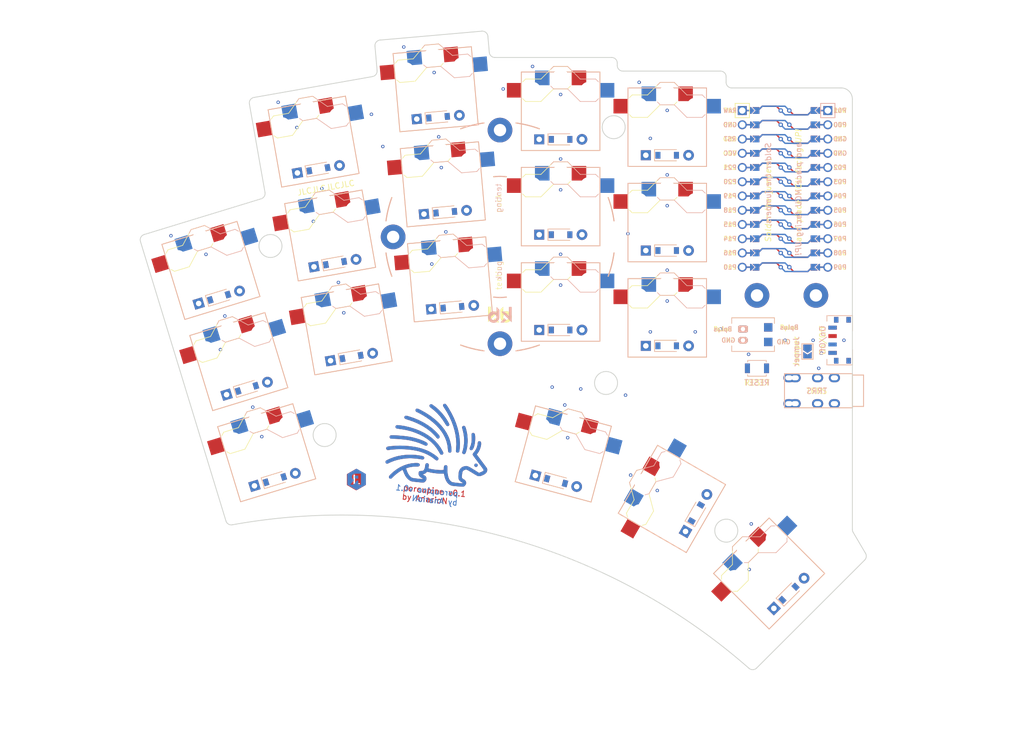
<source format=kicad_pcb>
(kicad_pcb (version 20211014) (generator pcbnew)
  (title_block (title "porcupine") (rev "v0.0.1") (company "Anarion"))
  (layers (0 "F.Cu" signal) (31 "B.Cu" signal) (34 "B.Paste" user) (35 "F.Paste" user) (36 "B.SilkS" user "B.Silkscreen") (37 "F.SilkS" user "F.Silkscreen") (38 "B.Mask" user) (39 "F.Mask" user) (44 "Edge.Cuts" user))
  (net 0 "")
  (net 1 "pinky_bottom")
  (net 2 "P20")
  (net 3 "pinky_home")
  (net 4 "pinky_top")
  (net 5 "ring_bottom")
  (net 6 "P19")
  (net 7 "ring_home")
  (net 8 "ring_top")
  (net 9 "middle_bottom")
  (net 10 "P18")
  (net 11 "middle_home")
  (net 12 "middle_top")
  (net 13 "index_bottom")
  (net 14 "P15")
  (net 15 "index_home")
  (net 16 "index_top")
  (net 17 "inner_bottom")
  (net 18 "P14")
  (net 19 "inner_home")
  (net 20 "inner_top")
  (net 21 "near_thumb")
  (net 22 "home_thumb")
  (net 23 "far_thumb")
  (net 24 "P6")
  (net 25 "P5")
  (net 26 "P4")
  (net 27 "P7")
  (net 28 "RAW")
  (net 29 "GND")
  (net 30 "RST")
  (net 31 "VCC")
  (net 32 "P21")
  (net 33 "P16")
  (net 34 "P10")
  (net 35 "P1")
  (net 36 "P0")
  (net 37 "P2")
  (net 38 "P3")
  (net 39 "P8")
  (net 40 "P9")
  (net 41 "Bplus")
  (footprint PG1350 (layer F.Cu) (at 175.029681 150.7428191 17)
    (fp_text reference "S1" hide)
    (fp_text value "" hide)
    (pad "" np_thru_hole circle (at 0 0) (size 3.429 3.429) (drill 3.429) (layers *.Cu *.Mask))
    (pad "" np_thru_hole circle (at 5.5 0) (size 1.7018 1.7018) (drill 1.7018) (layers *.Cu *.Mask))
    (pad "" np_thru_hole circle (at -5.5 0) (size 1.7018 1.7018) (drill 1.7018) (layers *.Cu *.Mask))
    (pad "" np_thru_hole circle (at 5 -3.75) (size 3 3) (drill 3) (layers *.Cu *.Mask))
    (pad "" np_thru_hole circle (at 0 -5.95) (size 3 3) (drill 3) (layers *.Cu *.Mask))
    (pad 1 smd rect (at -3.275 -5.95 17) (size 2.6 2.6) (layers B.Cu B.Paste B.Mask) (net 1 "pinky_bottom"))
    (pad 2 smd rect (at 8.275 -3.75 17) (size 2.6 2.6) (layers B.Cu B.Paste B.Mask) (net 2 "P20"))
    (pad "" np_thru_hole circle (at -5 -3.75) (size 3 3) (drill 3) (layers *.Cu *.Mask))
    (pad "" np_thru_hole circle (at 0 -5.95) (size 3 3) (drill 3) (layers *.Cu *.Mask))
    (pad 1 smd rect (at 3.275 -5.95 17) (size 2.6 2.6) (layers F.Cu F.Paste F.Mask) (net 1 "pinky_bottom"))
    (pad 2 smd rect (at -8.275 -3.75 17) (size 2.6 2.6) (layers F.Cu F.Paste F.Mask) (net 2 "P20"))
  )
  (footprint PG1350 (layer F.Cu) (at 170.05936200000002 134.48563819999998 17)
    (fp_text reference "S2" hide)
    (fp_text value "" hide)
    (pad "" np_thru_hole circle (at 0 0) (size 3.429 3.429) (drill 3.429) (layers *.Cu *.Mask))
    (pad "" np_thru_hole circle (at 5.5 0) (size 1.7018 1.7018) (drill 1.7018) (layers *.Cu *.Mask))
    (pad "" np_thru_hole circle (at -5.5 0) (size 1.7018 1.7018) (drill 1.7018) (layers *.Cu *.Mask))
    (pad "" np_thru_hole circle (at 5 -3.75) (size 3 3) (drill 3) (layers *.Cu *.Mask))
    (pad "" np_thru_hole circle (at 0 -5.95) (size 3 3) (drill 3) (layers *.Cu *.Mask))
    (pad 1 smd rect (at -3.275 -5.95 17) (size 2.6 2.6) (layers B.Cu B.Paste B.Mask) (net 3 "pinky_home"))
    (pad 2 smd rect (at 8.275 -3.75 17) (size 2.6 2.6) (layers B.Cu B.Paste B.Mask) (net 2 "P20"))
    (pad "" np_thru_hole circle (at -5 -3.75) (size 3 3) (drill 3) (layers *.Cu *.Mask))
    (pad "" np_thru_hole circle (at 0 -5.95) (size 3 3) (drill 3) (layers *.Cu *.Mask))
    (pad 1 smd rect (at 3.275 -5.95 17) (size 2.6 2.6) (layers F.Cu F.Paste F.Mask) (net 3 "pinky_home"))
    (pad 2 smd rect (at -8.275 -3.75 17) (size 2.6 2.6) (layers F.Cu F.Paste F.Mask) (net 2 "P20"))
  )
  (footprint PG1350 (layer F.Cu) (at 165.08904300000003 118.22845729999997 17)
    (fp_text reference "S3" hide)
    (fp_text value "" hide)
    (pad "" np_thru_hole circle (at 0 0) (size 3.429 3.429) (drill 3.429) (layers *.Cu *.Mask))
    (pad "" np_thru_hole circle (at 5.5 0) (size 1.7018 1.7018) (drill 1.7018) (layers *.Cu *.Mask))
    (pad "" np_thru_hole circle (at -5.5 0) (size 1.7018 1.7018) (drill 1.7018) (layers *.Cu *.Mask))
    (pad "" np_thru_hole circle (at 5 -3.75) (size 3 3) (drill 3) (layers *.Cu *.Mask))
    (pad "" np_thru_hole circle (at 0 -5.95) (size 3 3) (drill 3) (layers *.Cu *.Mask))
    (pad 1 smd rect (at -3.275 -5.95 17) (size 2.6 2.6) (layers B.Cu B.Paste B.Mask) (net 4 "pinky_top"))
    (pad 2 smd rect (at 8.275 -3.75 17) (size 2.6 2.6) (layers B.Cu B.Paste B.Mask) (net 2 "P20"))
    (pad "" np_thru_hole circle (at -5 -3.75) (size 3 3) (drill 3) (layers *.Cu *.Mask))
    (pad "" np_thru_hole circle (at 0 -5.95) (size 3 3) (drill 3) (layers *.Cu *.Mask))
    (pad 1 smd rect (at 3.275 -5.95 17) (size 2.6 2.6) (layers F.Cu F.Paste F.Mask) (net 4 "pinky_top"))
    (pad 2 smd rect (at -8.275 -3.75 17) (size 2.6 2.6) (layers F.Cu F.Paste F.Mask) (net 2 "P20"))
  )
  (footprint PG1350 (layer F.Cu) (at 189.2911476 128.73839660000002 10)
    (fp_text reference "S4" hide)
    (fp_text value "" hide)
    (pad "" np_thru_hole circle (at 0 0) (size 3.429 3.429) (drill 3.429) (layers *.Cu *.Mask))
    (pad "" np_thru_hole circle (at 5.5 0) (size 1.7018 1.7018) (drill 1.7018) (layers *.Cu *.Mask))
    (pad "" np_thru_hole circle (at -5.5 0) (size 1.7018 1.7018) (drill 1.7018) (layers *.Cu *.Mask))
    (pad "" np_thru_hole circle (at 5 -3.75) (size 3 3) (drill 3) (layers *.Cu *.Mask))
    (pad "" np_thru_hole circle (at 0 -5.95) (size 3 3) (drill 3) (layers *.Cu *.Mask))
    (pad 1 smd rect (at -3.275 -5.95 10) (size 2.6 2.6) (layers B.Cu B.Paste B.Mask) (net 5 "ring_bottom"))
    (pad 2 smd rect (at 8.275 -3.75 10) (size 2.6 2.6) (layers B.Cu B.Paste B.Mask) (net 6 "P19"))
    (pad "" np_thru_hole circle (at -5 -3.75) (size 3 3) (drill 3) (layers *.Cu *.Mask))
    (pad "" np_thru_hole circle (at 0 -5.95) (size 3 3) (drill 3) (layers *.Cu *.Mask))
    (pad 1 smd rect (at 3.275 -5.95 10) (size 2.6 2.6) (layers F.Cu F.Paste F.Mask) (net 5 "ring_bottom"))
    (pad 2 smd rect (at -8.275 -3.75 10) (size 2.6 2.6) (layers F.Cu F.Paste F.Mask) (net 6 "P19"))
  )
  (footprint PG1350 (layer F.Cu) (at 186.33912859999998 111.99666480000002 10)
    (fp_text reference "S5" hide)
    (fp_text value "" hide)
    (pad "" np_thru_hole circle (at 0 0) (size 3.429 3.429) (drill 3.429) (layers *.Cu *.Mask))
    (pad "" np_thru_hole circle (at 5.5 0) (size 1.7018 1.7018) (drill 1.7018) (layers *.Cu *.Mask))
    (pad "" np_thru_hole circle (at -5.5 0) (size 1.7018 1.7018) (drill 1.7018) (layers *.Cu *.Mask))
    (pad "" np_thru_hole circle (at 5 -3.75) (size 3 3) (drill 3) (layers *.Cu *.Mask))
    (pad "" np_thru_hole circle (at 0 -5.95) (size 3 3) (drill 3) (layers *.Cu *.Mask))
    (pad 1 smd rect (at -3.275 -5.95 10) (size 2.6 2.6) (layers B.Cu B.Paste B.Mask) (net 7 "ring_home"))
    (pad 2 smd rect (at 8.275 -3.75 10) (size 2.6 2.6) (layers B.Cu B.Paste B.Mask) (net 6 "P19"))
    (pad "" np_thru_hole circle (at -5 -3.75) (size 3 3) (drill 3) (layers *.Cu *.Mask))
    (pad "" np_thru_hole circle (at 0 -5.95) (size 3 3) (drill 3) (layers *.Cu *.Mask))
    (pad 1 smd rect (at 3.275 -5.95 10) (size 2.6 2.6) (layers F.Cu F.Paste F.Mask) (net 7 "ring_home"))
    (pad 2 smd rect (at -8.275 -3.75 10) (size 2.6 2.6) (layers F.Cu F.Paste F.Mask) (net 6 "P19"))
  )
  (footprint PG1350 (layer F.Cu) (at 183.38710959999997 95.25493300000002 10)
    (fp_text reference "S6" hide)
    (fp_text value "" hide)
    (pad "" np_thru_hole circle (at 0 0) (size 3.429 3.429) (drill 3.429) (layers *.Cu *.Mask))
    (pad "" np_thru_hole circle (at 5.5 0) (size 1.7018 1.7018) (drill 1.7018) (layers *.Cu *.Mask))
    (pad "" np_thru_hole circle (at -5.5 0) (size 1.7018 1.7018) (drill 1.7018) (layers *.Cu *.Mask))
    (pad "" np_thru_hole circle (at 5 -3.75) (size 3 3) (drill 3) (layers *.Cu *.Mask))
    (pad "" np_thru_hole circle (at 0 -5.95) (size 3 3) (drill 3) (layers *.Cu *.Mask))
    (pad 1 smd rect (at -3.275 -5.95 10) (size 2.6 2.6) (layers B.Cu B.Paste B.Mask) (net 8 "ring_top"))
    (pad 2 smd rect (at 8.275 -3.75 10) (size 2.6 2.6) (layers B.Cu B.Paste B.Mask) (net 6 "P19"))
    (pad "" np_thru_hole circle (at -5 -3.75) (size 3 3) (drill 3) (layers *.Cu *.Mask))
    (pad "" np_thru_hole circle (at 0 -5.95) (size 3 3) (drill 3) (layers *.Cu *.Mask))
    (pad 1 smd rect (at 3.275 -5.95 10) (size 2.6 2.6) (layers F.Cu F.Paste F.Mask) (net 8 "ring_top"))
    (pad 2 smd rect (at -8.275 -3.75 10) (size 2.6 2.6) (layers F.Cu F.Paste F.Mask) (net 6 "P19"))
  )
  (footprint PG1350 (layer F.Cu) (at 207.7032912 119.82114300000002 5)
    (fp_text reference "S7" hide)
    (fp_text value "" hide)
    (pad "" np_thru_hole circle (at 0 0) (size 3.429 3.429) (drill 3.429) (layers *.Cu *.Mask))
    (pad "" np_thru_hole circle (at 5.5 0) (size 1.7018 1.7018) (drill 1.7018) (layers *.Cu *.Mask))
    (pad "" np_thru_hole circle (at -5.5 0) (size 1.7018 1.7018) (drill 1.7018) (layers *.Cu *.Mask))
    (pad "" np_thru_hole circle (at 5 -3.75) (size 3 3) (drill 3) (layers *.Cu *.Mask))
    (pad "" np_thru_hole circle (at 0 -5.95) (size 3 3) (drill 3) (layers *.Cu *.Mask))
    (pad 1 smd rect (at -3.275 -5.95 5) (size 2.6 2.6) (layers B.Cu B.Paste B.Mask) (net 9 "middle_bottom"))
    (pad 2 smd rect (at 8.275 -3.75 5) (size 2.6 2.6) (layers B.Cu B.Paste B.Mask) (net 10 "P18"))
    (pad "" np_thru_hole circle (at -5 -3.75) (size 3 3) (drill 3) (layers *.Cu *.Mask))
    (pad "" np_thru_hole circle (at 0 -5.95) (size 3 3) (drill 3) (layers *.Cu *.Mask))
    (pad 1 smd rect (at 3.275 -5.95 5) (size 2.6 2.6) (layers F.Cu F.Paste F.Mask) (net 9 "middle_bottom"))
    (pad 2 smd rect (at -8.275 -3.75 5) (size 2.6 2.6) (layers F.Cu F.Paste F.Mask) (net 10 "P18"))
  )
  (footprint PG1350 (layer F.Cu) (at 206.4208825 102.86840200000002 5)
    (fp_text reference "S8" hide)
    (fp_text value "" hide)
    (pad "" np_thru_hole circle (at 0 0) (size 3.429 3.429) (drill 3.429) (layers *.Cu *.Mask))
    (pad "" np_thru_hole circle (at 5.5 0) (size 1.7018 1.7018) (drill 1.7018) (layers *.Cu *.Mask))
    (pad "" np_thru_hole circle (at -5.5 0) (size 1.7018 1.7018) (drill 1.7018) (layers *.Cu *.Mask))
    (pad "" np_thru_hole circle (at 5 -3.75) (size 3 3) (drill 3) (layers *.Cu *.Mask))
    (pad "" np_thru_hole circle (at 0 -5.95) (size 3 3) (drill 3) (layers *.Cu *.Mask))
    (pad 1 smd rect (at -3.275 -5.95 5) (size 2.6 2.6) (layers B.Cu B.Paste B.Mask) (net 11 "middle_home"))
    (pad 2 smd rect (at 8.275 -3.75 5) (size 2.6 2.6) (layers B.Cu B.Paste B.Mask) (net 10 "P18"))
    (pad "" np_thru_hole circle (at -5 -3.75) (size 3 3) (drill 3) (layers *.Cu *.Mask))
    (pad "" np_thru_hole circle (at 0 -5.95) (size 3 3) (drill 3) (layers *.Cu *.Mask))
    (pad 1 smd rect (at 3.275 -5.95 5) (size 2.6 2.6) (layers F.Cu F.Paste F.Mask) (net 11 "middle_home"))
    (pad 2 smd rect (at -8.275 -3.75 5) (size 2.6 2.6) (layers F.Cu F.Paste F.Mask) (net 10 "P18"))
  )
  (footprint PG1350 (layer F.Cu) (at 205.1384738 85.91566100000001 5)
    (fp_text reference "S9" hide)
    (fp_text value "" hide)
    (pad "" np_thru_hole circle (at 0 0) (size 3.429 3.429) (drill 3.429) (layers *.Cu *.Mask))
    (pad "" np_thru_hole circle (at 5.5 0) (size 1.7018 1.7018) (drill 1.7018) (layers *.Cu *.Mask))
    (pad "" np_thru_hole circle (at -5.5 0) (size 1.7018 1.7018) (drill 1.7018) (layers *.Cu *.Mask))
    (pad "" np_thru_hole circle (at 5 -3.75) (size 3 3) (drill 3) (layers *.Cu *.Mask))
    (pad "" np_thru_hole circle (at 0 -5.95) (size 3 3) (drill 3) (layers *.Cu *.Mask))
    (pad 1 smd rect (at -3.275 -5.95 5) (size 2.6 2.6) (layers B.Cu B.Paste B.Mask) (net 12 "middle_top"))
    (pad 2 smd rect (at 8.275 -3.75 5) (size 2.6 2.6) (layers B.Cu B.Paste B.Mask) (net 10 "P18"))
    (pad "" np_thru_hole circle (at -5 -3.75) (size 3 3) (drill 3) (layers *.Cu *.Mask))
    (pad "" np_thru_hole circle (at 0 -5.95) (size 3 3) (drill 3) (layers *.Cu *.Mask))
    (pad 1 smd rect (at 3.275 -5.95 5) (size 2.6 2.6) (layers F.Cu F.Paste F.Mask) (net 12 "middle_top"))
    (pad 2 smd rect (at -8.275 -3.75 5) (size 2.6 2.6) (layers F.Cu F.Paste F.Mask) (net 10 "P18"))
  )
  (footprint PG1350 (layer F.Cu) (at 227.41108699999998 123.85018390000002 0)
    (fp_text reference "S10" hide)
    (fp_text value "" hide)
    (pad "" np_thru_hole circle (at 0 0) (size 3.429 3.429) (drill 3.429) (layers *.Cu *.Mask))
    (pad "" np_thru_hole circle (at 5.5 0) (size 1.7018 1.7018) (drill 1.7018) (layers *.Cu *.Mask))
    (pad "" np_thru_hole circle (at -5.5 0) (size 1.7018 1.7018) (drill 1.7018) (layers *.Cu *.Mask))
    (pad "" np_thru_hole circle (at 5 -3.75) (size 3 3) (drill 3) (layers *.Cu *.Mask))
    (pad "" np_thru_hole circle (at 0 -5.95) (size 3 3) (drill 3) (layers *.Cu *.Mask))
    (pad 1 smd rect (at -3.275 -5.95 0) (size 2.6 2.6) (layers B.Cu B.Paste B.Mask) (net 13 "index_bottom"))
    (pad 2 smd rect (at 8.275 -3.75 0) (size 2.6 2.6) (layers B.Cu B.Paste B.Mask) (net 14 "P15"))
    (pad "" np_thru_hole circle (at -5 -3.75) (size 3 3) (drill 3) (layers *.Cu *.Mask))
    (pad "" np_thru_hole circle (at 0 -5.95) (size 3 3) (drill 3) (layers *.Cu *.Mask))
    (pad 1 smd rect (at 3.275 -5.95 0) (size 2.6 2.6) (layers F.Cu F.Paste F.Mask) (net 13 "index_bottom"))
    (pad 2 smd rect (at -8.275 -3.75 0) (size 2.6 2.6) (layers F.Cu F.Paste F.Mask) (net 14 "P15"))
  )
  (footprint PG1350 (layer F.Cu) (at 227.41108699999998 106.85018390000002 0)
    (fp_text reference "S11" hide)
    (fp_text value "" hide)
    (pad "" np_thru_hole circle (at 0 0) (size 3.429 3.429) (drill 3.429) (layers *.Cu *.Mask))
    (pad "" np_thru_hole circle (at 5.5 0) (size 1.7018 1.7018) (drill 1.7018) (layers *.Cu *.Mask))
    (pad "" np_thru_hole circle (at -5.5 0) (size 1.7018 1.7018) (drill 1.7018) (layers *.Cu *.Mask))
    (pad "" np_thru_hole circle (at 5 -3.75) (size 3 3) (drill 3) (layers *.Cu *.Mask))
    (pad "" np_thru_hole circle (at 0 -5.95) (size 3 3) (drill 3) (layers *.Cu *.Mask))
    (pad 1 smd rect (at -3.275 -5.95 0) (size 2.6 2.6) (layers B.Cu B.Paste B.Mask) (net 15 "index_home"))
    (pad 2 smd rect (at 8.275 -3.75 0) (size 2.6 2.6) (layers B.Cu B.Paste B.Mask) (net 14 "P15"))
    (pad "" np_thru_hole circle (at -5 -3.75) (size 3 3) (drill 3) (layers *.Cu *.Mask))
    (pad "" np_thru_hole circle (at 0 -5.95) (size 3 3) (drill 3) (layers *.Cu *.Mask))
    (pad 1 smd rect (at 3.275 -5.95 0) (size 2.6 2.6) (layers F.Cu F.Paste F.Mask) (net 15 "index_home"))
    (pad 2 smd rect (at -8.275 -3.75 0) (size 2.6 2.6) (layers F.Cu F.Paste F.Mask) (net 14 "P15"))
  )
  (footprint PG1350 (layer F.Cu) (at 227.41108699999998 89.85018390000002 0)
    (fp_text reference "S12" hide)
    (fp_text value "" hide)
    (pad "" np_thru_hole circle (at 0 0) (size 3.429 3.429) (drill 3.429) (layers *.Cu *.Mask))
    (pad "" np_thru_hole circle (at 5.5 0) (size 1.7018 1.7018) (drill 1.7018) (layers *.Cu *.Mask))
    (pad "" np_thru_hole circle (at -5.5 0) (size 1.7018 1.7018) (drill 1.7018) (layers *.Cu *.Mask))
    (pad "" np_thru_hole circle (at 5 -3.75) (size 3 3) (drill 3) (layers *.Cu *.Mask))
    (pad "" np_thru_hole circle (at 0 -5.95) (size 3 3) (drill 3) (layers *.Cu *.Mask))
    (pad 1 smd rect (at -3.275 -5.95 0) (size 2.6 2.6) (layers B.Cu B.Paste B.Mask) (net 16 "index_top"))
    (pad 2 smd rect (at 8.275 -3.75 0) (size 2.6 2.6) (layers B.Cu B.Paste B.Mask) (net 14 "P15"))
    (pad "" np_thru_hole circle (at -5 -3.75) (size 3 3) (drill 3) (layers *.Cu *.Mask))
    (pad "" np_thru_hole circle (at 0 -5.95) (size 3 3) (drill 3) (layers *.Cu *.Mask))
    (pad 1 smd rect (at 3.275 -5.95 0) (size 2.6 2.6) (layers F.Cu F.Paste F.Mask) (net 16 "index_top"))
    (pad 2 smd rect (at -8.275 -3.75 0) (size 2.6 2.6) (layers F.Cu F.Paste F.Mask) (net 14 "P15"))
  )
  (footprint PG1350 (layer F.Cu) (at 246.41108699999998 126.6835173 0)
    (fp_text reference "S13" hide)
    (fp_text value "" hide)
    (pad "" np_thru_hole circle (at 0 0) (size 3.429 3.429) (drill 3.429) (layers *.Cu *.Mask))
    (pad "" np_thru_hole circle (at 5.5 0) (size 1.7018 1.7018) (drill 1.7018) (layers *.Cu *.Mask))
    (pad "" np_thru_hole circle (at -5.5 0) (size 1.7018 1.7018) (drill 1.7018) (layers *.Cu *.Mask))
    (pad "" np_thru_hole circle (at 5 -3.75) (size 3 3) (drill 3) (layers *.Cu *.Mask))
    (pad "" np_thru_hole circle (at 0 -5.95) (size 3 3) (drill 3) (layers *.Cu *.Mask))
    (pad 1 smd rect (at -3.275 -5.95 0) (size 2.6 2.6) (layers B.Cu B.Paste B.Mask) (net 17 "inner_bottom"))
    (pad 2 smd rect (at 8.275 -3.75 0) (size 2.6 2.6) (layers B.Cu B.Paste B.Mask) (net 18 "P14"))
    (pad "" np_thru_hole circle (at -5 -3.75) (size 3 3) (drill 3) (layers *.Cu *.Mask))
    (pad "" np_thru_hole circle (at 0 -5.95) (size 3 3) (drill 3) (layers *.Cu *.Mask))
    (pad 1 smd rect (at 3.275 -5.95 0) (size 2.6 2.6) (layers F.Cu F.Paste F.Mask) (net 17 "inner_bottom"))
    (pad 2 smd rect (at -8.275 -3.75 0) (size 2.6 2.6) (layers F.Cu F.Paste F.Mask) (net 18 "P14"))
  )
  (footprint PG1350 (layer F.Cu) (at 246.41108699999998 109.6835173 0)
    (fp_text reference "S14" hide)
    (fp_text value "" hide)
    (pad "" np_thru_hole circle (at 0 0) (size 3.429 3.429) (drill 3.429) (layers *.Cu *.Mask))
    (pad "" np_thru_hole circle (at 5.5 0) (size 1.7018 1.7018) (drill 1.7018) (layers *.Cu *.Mask))
    (pad "" np_thru_hole circle (at -5.5 0) (size 1.7018 1.7018) (drill 1.7018) (layers *.Cu *.Mask))
    (pad "" np_thru_hole circle (at 5 -3.75) (size 3 3) (drill 3) (layers *.Cu *.Mask))
    (pad "" np_thru_hole circle (at 0 -5.95) (size 3 3) (drill 3) (layers *.Cu *.Mask))
    (pad 1 smd rect (at -3.275 -5.95 0) (size 2.6 2.6) (layers B.Cu B.Paste B.Mask) (net 19 "inner_home"))
    (pad 2 smd rect (at 8.275 -3.75 0) (size 2.6 2.6) (layers B.Cu B.Paste B.Mask) (net 18 "P14"))
    (pad "" np_thru_hole circle (at -5 -3.75) (size 3 3) (drill 3) (layers *.Cu *.Mask))
    (pad "" np_thru_hole circle (at 0 -5.95) (size 3 3) (drill 3) (layers *.Cu *.Mask))
    (pad 1 smd rect (at 3.275 -5.95 0) (size 2.6 2.6) (layers F.Cu F.Paste F.Mask) (net 19 "inner_home"))
    (pad 2 smd rect (at -8.275 -3.75 0) (size 2.6 2.6) (layers F.Cu F.Paste F.Mask) (net 18 "P14"))
  )
  (footprint PG1350 (layer F.Cu) (at 246.41108699999998 92.6835173 0)
    (fp_text reference "S15" hide)
    (fp_text value "" hide)
    (pad "" np_thru_hole circle (at 0 0) (size 3.429 3.429) (drill 3.429) (layers *.Cu *.Mask))
    (pad "" np_thru_hole circle (at 5.5 0) (size 1.7018 1.7018) (drill 1.7018) (layers *.Cu *.Mask))
    (pad "" np_thru_hole circle (at -5.5 0) (size 1.7018 1.7018) (drill 1.7018) (layers *.Cu *.Mask))
    (pad "" np_thru_hole circle (at 5 -3.75) (size 3 3) (drill 3) (layers *.Cu *.Mask))
    (pad "" np_thru_hole circle (at 0 -5.95) (size 3 3) (drill 3) (layers *.Cu *.Mask))
    (pad 1 smd rect (at -3.275 -5.95 0) (size 2.6 2.6) (layers B.Cu B.Paste B.Mask) (net 20 "inner_top"))
    (pad 2 smd rect (at 8.275 -3.75 0) (size 2.6 2.6) (layers B.Cu B.Paste B.Mask) (net 18 "P14"))
    (pad "" np_thru_hole circle (at -5 -3.75) (size 3 3) (drill 3) (layers *.Cu *.Mask))
    (pad "" np_thru_hole circle (at 0 -5.95) (size 3 3) (drill 3) (layers *.Cu *.Mask))
    (pad 1 smd rect (at 3.275 -5.95 0) (size 2.6 2.6) (layers F.Cu F.Paste F.Mask) (net 20 "inner_top"))
    (pad 2 smd rect (at -8.275 -3.75 0) (size 2.6 2.6) (layers F.Cu F.Paste F.Mask) (net 18 "P14"))
  )
  (footprint PG1350 (layer F.Cu) (at 227.89104619999998 150.961262 -15)
    (fp_text reference "S16" hide)
    (fp_text value "" hide)
    (pad "" np_thru_hole circle (at 0 0) (size 3.429 3.429) (drill 3.429) (layers *.Cu *.Mask))
    (pad "" np_thru_hole circle (at 5.5 0) (size 1.7018 1.7018) (drill 1.7018) (layers *.Cu *.Mask))
    (pad "" np_thru_hole circle (at -5.5 0) (size 1.7018 1.7018) (drill 1.7018) (layers *.Cu *.Mask))
    (pad "" np_thru_hole circle (at 5 -3.75) (size 3 3) (drill 3) (layers *.Cu *.Mask))
    (pad "" np_thru_hole circle (at 0 -5.95) (size 3 3) (drill 3) (layers *.Cu *.Mask))
    (pad 1 smd rect (at -3.275 -5.95 -15) (size 2.6 2.6) (layers B.Cu B.Paste B.Mask) (net 21 "near_thumb"))
    (pad 2 smd rect (at 8.275 -3.75 -15) (size 2.6 2.6) (layers B.Cu B.Paste B.Mask) (net 10 "P18"))
    (pad "" np_thru_hole circle (at -5 -3.75) (size 3 3) (drill 3) (layers *.Cu *.Mask))
    (pad "" np_thru_hole circle (at 0 -5.95) (size 3 3) (drill 3) (layers *.Cu *.Mask))
    (pad 1 smd rect (at 3.275 -5.95 -15) (size 2.6 2.6) (layers F.Cu F.Paste F.Mask) (net 21 "near_thumb"))
    (pad 2 smd rect (at -8.275 -3.75 -15) (size 2.6 2.6) (layers F.Cu F.Paste F.Mask) (net 10 "P18"))
  )
  (footprint PG1350 (layer F.Cu) (at 247.24866069999996 158.9794484 60)
    (fp_text reference "S17" hide)
    (fp_text value "" hide)
    (pad "" np_thru_hole circle (at 0 0) (size 3.429 3.429) (drill 3.429) (layers *.Cu *.Mask))
    (pad "" np_thru_hole circle (at 5.5 0) (size 1.7018 1.7018) (drill 1.7018) (layers *.Cu *.Mask))
    (pad "" np_thru_hole circle (at -5.5 0) (size 1.7018 1.7018) (drill 1.7018) (layers *.Cu *.Mask))
    (pad "" np_thru_hole circle (at 5 -3.75) (size 3 3) (drill 3) (layers *.Cu *.Mask))
    (pad "" np_thru_hole circle (at 0 -5.95) (size 3 3) (drill 3) (layers *.Cu *.Mask))
    (pad 1 smd rect (at -3.275 -5.95 60) (size 2.6 2.6) (layers B.Cu B.Paste B.Mask) (net 22 "home_thumb"))
    (pad 2 smd rect (at 8.275 -3.75 60) (size 2.6 2.6) (layers B.Cu B.Paste B.Mask) (net 14 "P15"))
    (pad "" np_thru_hole circle (at -5 -3.75) (size 3 3) (drill 3) (layers *.Cu *.Mask))
    (pad "" np_thru_hole circle (at 0 -5.95) (size 3 3) (drill 3) (layers *.Cu *.Mask))
    (pad 1 smd rect (at 3.275 -5.95 60) (size 2.6 2.6) (layers F.Cu F.Paste F.Mask) (net 22 "home_thumb"))
    (pad 2 smd rect (at -8.275 -3.75 60) (size 2.6 2.6) (layers F.Cu F.Paste F.Mask) (net 14 "P15"))
  )
  (footprint PG1350 (layer F.Cu) (at 264.57558409999996 172.27486439999998 45)
    (fp_text reference "S18" hide)
    (fp_text value "" hide)
    (pad "" np_thru_hole circle (at 0 0) (size 3.429 3.429) (drill 3.429) (layers *.Cu *.Mask))
    (pad "" np_thru_hole circle (at 5.5 0) (size 1.7018 1.7018) (drill 1.7018) (layers *.Cu *.Mask))
    (pad "" np_thru_hole circle (at -5.5 0) (size 1.7018 1.7018) (drill 1.7018) (layers *.Cu *.Mask))
    (pad "" np_thru_hole circle (at 5 -3.75) (size 3 3) (drill 3) (layers *.Cu *.Mask))
    (pad "" np_thru_hole circle (at 0 -5.95) (size 3 3) (drill 3) (layers *.Cu *.Mask))
    (pad 1 smd rect (at -3.275 -5.95 45) (size 2.6 2.6) (layers B.Cu B.Paste B.Mask) (net 23 "far_thumb"))
    (pad 2 smd rect (at 8.275 -3.75 45) (size 2.6 2.6) (layers B.Cu B.Paste B.Mask) (net 18 "P14"))
    (pad "" np_thru_hole circle (at -5 -3.75) (size 3 3) (drill 3) (layers *.Cu *.Mask))
    (pad "" np_thru_hole circle (at 0 -5.95) (size 3 3) (drill 3) (layers *.Cu *.Mask))
    (pad 1 smd rect (at 3.275 -5.95 45) (size 2.6 2.6) (layers F.Cu F.Paste F.Mask) (net 23 "far_thumb"))
    (pad 2 smd rect (at -8.275 -3.75 45) (size 2.6 2.6) (layers F.Cu F.Paste F.Mask) (net 18 "P14"))
  )
  (footprint "Diode_SMD:SOD-123" (layer "F.Cu") (at 176.49153950000002 155.5243429 17)
    (fp_text reference "D1" hide)
    (fp_text value "D_SOD-123")
    (pad "1" smd rect (at -1.65 0 17) (size 0.9 1.2) (layers "F.Cu" "F.Paste" "F.Mask") (net 24 "P6"))
    (pad "2" smd rect (at 1.65 0 17) (size 0.9 1.2) (layers "B.Cu" "B.Paste" "B.Mask") (net 1 "pinky_bottom"))
    (pad "1" smd rect (at -1.65 0 17) (size 0.9 1.2) (layers "B.Cu" "B.Paste" "B.Mask") (net 24 "P6"))
    (pad "2" smd rect (at 1.65 0 17) (size 0.9 1.2) (layers "F.Cu" "F.Paste" "F.Mask") (net 1 "pinky_bottom"))
    (pad 1 thru_hole circle (at 3.81 0 17) (size 1.905 1.905) (drill 0.9906) (layers *.Cu *.Mask) (net 1 "pinky_bottom"))
    (pad 2 thru_hole rect (at -3.81 0 17) (size 1.778 1.778) (drill 0.9906) (layers *.Cu *.Mask) (net 24 "P6"))
  )
  (footprint "Diode_SMD:SOD-123" (layer "F.Cu") (at 171.52122050000003 139.26716199999998 17)
    (fp_text reference "D2" hide)
    (fp_text value "D_SOD-123")
    (pad "1" smd rect (at -1.65 0 17) (size 0.9 1.2) (layers "F.Cu" "F.Paste" "F.Mask") (net 25 "P5"))
    (pad "2" smd rect (at 1.65 0 17) (size 0.9 1.2) (layers "B.Cu" "B.Paste" "B.Mask") (net 3 "pinky_home"))
    (pad "1" smd rect (at -1.65 0 17) (size 0.9 1.2) (layers "B.Cu" "B.Paste" "B.Mask") (net 25 "P5"))
    (pad "2" smd rect (at 1.65 0 17) (size 0.9 1.2) (layers "F.Cu" "F.Paste" "F.Mask") (net 3 "pinky_home"))
    (pad 1 thru_hole circle (at 3.81 0 17) (size 1.905 1.905) (drill 0.9906) (layers *.Cu *.Mask) (net 3 "pinky_home"))
    (pad 2 thru_hole rect (at -3.81 0 17) (size 1.778 1.778) (drill 0.9906) (layers *.Cu *.Mask) (net 25 "P5"))
  )
  (footprint "Diode_SMD:SOD-123" (layer "F.Cu") (at 166.55090150000004 123.00998109999998 17)
    (fp_text reference "D3" hide)
    (fp_text value "D_SOD-123")
    (pad "1" smd rect (at -1.65 0 17) (size 0.9 1.2) (layers "F.Cu" "F.Paste" "F.Mask") (net 26 "P4"))
    (pad "2" smd rect (at 1.65 0 17) (size 0.9 1.2) (layers "B.Cu" "B.Paste" "B.Mask") (net 4 "pinky_top"))
    (pad "1" smd rect (at -1.65 0 17) (size 0.9 1.2) (layers "B.Cu" "B.Paste" "B.Mask") (net 26 "P4"))
    (pad "2" smd rect (at 1.65 0 17) (size 0.9 1.2) (layers "F.Cu" "F.Paste" "F.Mask") (net 4 "pinky_top"))
    (pad 1 thru_hole circle (at 3.81 0 17) (size 1.905 1.905) (drill 0.9906) (layers *.Cu *.Mask) (net 4 "pinky_top"))
    (pad 2 thru_hole rect (at -3.81 0 17) (size 1.778 1.778) (drill 0.9906) (layers *.Cu *.Mask) (net 26 "P4"))
  )
  (footprint "Diode_SMD:SOD-123" (layer "F.Cu") (at 190.15938849999998 133.66243540000002 10)
    (fp_text reference "D4" hide)
    (fp_text value "D_SOD-123")
    (pad "1" smd rect (at -1.65 0 10) (size 0.9 1.2) (layers "F.Cu" "F.Paste" "F.Mask") (net 24 "P6"))
    (pad "2" smd rect (at 1.65 0 10) (size 0.9 1.2) (layers "B.Cu" "B.Paste" "B.Mask") (net 5 "ring_bottom"))
    (pad "1" smd rect (at -1.65 0 10) (size 0.9 1.2) (layers "B.Cu" "B.Paste" "B.Mask") (net 24 "P6"))
    (pad "2" smd rect (at 1.65 0 10) (size 0.9 1.2) (layers "F.Cu" "F.Paste" "F.Mask") (net 5 "ring_bottom"))
    (pad 1 thru_hole circle (at 3.81 0 10) (size 1.905 1.905) (drill 0.9906) (layers *.Cu *.Mask) (net 5 "ring_bottom"))
    (pad 2 thru_hole rect (at -3.81 0 10) (size 1.778 1.778) (drill 0.9906) (layers *.Cu *.Mask) (net 24 "P6"))
  )
  (footprint "Diode_SMD:SOD-123" (layer "F.Cu") (at 187.20736949999997 116.92070360000002 10)
    (fp_text reference "D5" hide)
    (fp_text value "D_SOD-123")
    (pad "1" smd rect (at -1.65 0 10) (size 0.9 1.2) (layers "F.Cu" "F.Paste" "F.Mask") (net 25 "P5"))
    (pad "2" smd rect (at 1.65 0 10) (size 0.9 1.2) (layers "B.Cu" "B.Paste" "B.Mask") (net 7 "ring_home"))
    (pad "1" smd rect (at -1.65 0 10) (size 0.9 1.2) (layers "B.Cu" "B.Paste" "B.Mask") (net 25 "P5"))
    (pad "2" smd rect (at 1.65 0 10) (size 0.9 1.2) (layers "F.Cu" "F.Paste" "F.Mask") (net 7 "ring_home"))
    (pad 1 thru_hole circle (at 3.81 0 10) (size 1.905 1.905) (drill 0.9906) (layers *.Cu *.Mask) (net 7 "ring_home"))
    (pad 2 thru_hole rect (at -3.81 0 10) (size 1.778 1.778) (drill 0.9906) (layers *.Cu *.Mask) (net 25 "P5"))
  )
  (footprint "Diode_SMD:SOD-123" (layer "F.Cu") (at 184.25535049999996 100.17897180000003 10)
    (fp_text reference "D6" hide)
    (fp_text value "D_SOD-123")
    (pad "1" smd rect (at -1.65 0 10) (size 0.9 1.2) (layers "F.Cu" "F.Paste" "F.Mask") (net 26 "P4"))
    (pad "2" smd rect (at 1.65 0 10) (size 0.9 1.2) (layers "B.Cu" "B.Paste" "B.Mask") (net 8 "ring_top"))
    (pad "1" smd rect (at -1.65 0 10) (size 0.9 1.2) (layers "B.Cu" "B.Paste" "B.Mask") (net 26 "P4"))
    (pad "2" smd rect (at 1.65 0 10) (size 0.9 1.2) (layers "F.Cu" "F.Paste" "F.Mask") (net 8 "ring_top"))
    (pad 1 thru_hole circle (at 3.81 0 10) (size 1.905 1.905) (drill 0.9906) (layers *.Cu *.Mask) (net 8 "ring_top"))
    (pad 2 thru_hole rect (at -3.81 0 10) (size 1.778 1.778) (drill 0.9906) (layers *.Cu *.Mask) (net 26 "P4"))
  )
  (footprint "Diode_SMD:SOD-123" (layer "F.Cu") (at 208.13906989999998 124.80211650000003 5)
    (fp_text reference "D7" hide)
    (fp_text value "D_SOD-123")
    (pad "1" smd rect (at -1.65 0 5) (size 0.9 1.2) (layers "F.Cu" "F.Paste" "F.Mask") (net 24 "P6"))
    (pad "2" smd rect (at 1.65 0 5) (size 0.9 1.2) (layers "B.Cu" "B.Paste" "B.Mask") (net 9 "middle_bottom"))
    (pad "1" smd rect (at -1.65 0 5) (size 0.9 1.2) (layers "B.Cu" "B.Paste" "B.Mask") (net 24 "P6"))
    (pad "2" smd rect (at 1.65 0 5) (size 0.9 1.2) (layers "F.Cu" "F.Paste" "F.Mask") (net 9 "middle_bottom"))
    (pad 1 thru_hole circle (at 3.81 0 5) (size 1.905 1.905) (drill 0.9906) (layers *.Cu *.Mask) (net 9 "middle_bottom"))
    (pad 2 thru_hole rect (at -3.81 0 5) (size 1.778 1.778) (drill 0.9906) (layers *.Cu *.Mask) (net 24 "P6"))
  )
  (footprint "Diode_SMD:SOD-123" (layer "F.Cu") (at 206.8566612 107.84937550000002 5)
    (fp_text reference "D8" hide)
    (fp_text value "D_SOD-123")
    (pad "1" smd rect (at -1.65 0 5) (size 0.9 1.2) (layers "F.Cu" "F.Paste" "F.Mask") (net 25 "P5"))
    (pad "2" smd rect (at 1.65 0 5) (size 0.9 1.2) (layers "B.Cu" "B.Paste" "B.Mask") (net 11 "middle_home"))
    (pad "1" smd rect (at -1.65 0 5) (size 0.9 1.2) (layers "B.Cu" "B.Paste" "B.Mask") (net 25 "P5"))
    (pad "2" smd rect (at 1.65 0 5) (size 0.9 1.2) (layers "F.Cu" "F.Paste" "F.Mask") (net 11 "middle_home"))
    (pad 1 thru_hole circle (at 3.81 0 5) (size 1.905 1.905) (drill 0.9906) (layers *.Cu *.Mask) (net 11 "middle_home"))
    (pad 2 thru_hole rect (at -3.81 0 5) (size 1.778 1.778) (drill 0.9906) (layers *.Cu *.Mask) (net 25 "P5"))
  )
  (footprint "Diode_SMD:SOD-123" (layer "F.Cu") (at 205.5742525 90.89663450000002 5)
    (fp_text reference "D9" hide)
    (fp_text value "D_SOD-123")
    (pad "1" smd rect (at -1.65 0 5) (size 0.9 1.2) (layers "F.Cu" "F.Paste" "F.Mask") (net 26 "P4"))
    (pad "2" smd rect (at 1.65 0 5) (size 0.9 1.2) (layers "B.Cu" "B.Paste" "B.Mask") (net 12 "middle_top"))
    (pad "1" smd rect (at -1.65 0 5) (size 0.9 1.2) (layers "B.Cu" "B.Paste" "B.Mask") (net 26 "P4"))
    (pad "2" smd rect (at 1.65 0 5) (size 0.9 1.2) (layers "F.Cu" "F.Paste" "F.Mask") (net 12 "middle_top"))
    (pad 1 thru_hole circle (at 3.81 0 5) (size 1.905 1.905) (drill 0.9906) (layers *.Cu *.Mask) (net 12 "middle_top"))
    (pad 2 thru_hole rect (at -3.81 0 5) (size 1.778 1.778) (drill 0.9906) (layers *.Cu *.Mask) (net 26 "P4"))
  )
  (footprint "Diode_SMD:SOD-123" (layer "F.Cu") (at 227.41108699999998 128.85018390000002 0)
    (fp_text reference "D10" hide)
    (fp_text value "D_SOD-123")
    (pad "1" smd rect (at -1.65 0 0) (size 0.9 1.2) (layers "F.Cu" "F.Paste" "F.Mask") (net 24 "P6"))
    (pad "2" smd rect (at 1.65 0 0) (size 0.9 1.2) (layers "B.Cu" "B.Paste" "B.Mask") (net 13 "index_bottom"))
    (pad "1" smd rect (at -1.65 0 0) (size 0.9 1.2) (layers "B.Cu" "B.Paste" "B.Mask") (net 24 "P6"))
    (pad "2" smd rect (at 1.65 0 0) (size 0.9 1.2) (layers "F.Cu" "F.Paste" "F.Mask") (net 13 "index_bottom"))
    (pad 1 thru_hole circle (at 3.81 0 0) (size 1.905 1.905) (drill 0.9906) (layers *.Cu *.Mask) (net 13 "index_bottom"))
    (pad 2 thru_hole rect (at -3.81 0 0) (size 1.778 1.778) (drill 0.9906) (layers *.Cu *.Mask) (net 24 "P6"))
  )
  (footprint "Diode_SMD:SOD-123" (layer "F.Cu") (at 227.41108699999998 111.85018390000002 0)
    (fp_text reference "D11" hide)
    (fp_text value "D_SOD-123")
    (pad "1" smd rect (at -1.65 0 0) (size 0.9 1.2) (layers "F.Cu" "F.Paste" "F.Mask") (net 25 "P5"))
    (pad "2" smd rect (at 1.65 0 0) (size 0.9 1.2) (layers "B.Cu" "B.Paste" "B.Mask") (net 15 "index_home"))
    (pad "1" smd rect (at -1.65 0 0) (size 0.9 1.2) (layers "B.Cu" "B.Paste" "B.Mask") (net 25 "P5"))
    (pad "2" smd rect (at 1.65 0 0) (size 0.9 1.2) (layers "F.Cu" "F.Paste" "F.Mask") (net 15 "index_home"))
    (pad 1 thru_hole circle (at 3.81 0 0) (size 1.905 1.905) (drill 0.9906) (layers *.Cu *.Mask) (net 15 "index_home"))
    (pad 2 thru_hole rect (at -3.81 0 0) (size 1.778 1.778) (drill 0.9906) (layers *.Cu *.Mask) (net 25 "P5"))
  )
  (footprint "Diode_SMD:SOD-123" (layer "F.Cu") (at 227.41108699999998 94.85018390000002 0)
    (fp_text reference "D12" hide)
    (fp_text value "D_SOD-123")
    (pad "1" smd rect (at -1.65 0 0) (size 0.9 1.2) (layers "F.Cu" "F.Paste" "F.Mask") (net 26 "P4"))
    (pad "2" smd rect (at 1.65 0 0) (size 0.9 1.2) (layers "B.Cu" "B.Paste" "B.Mask") (net 16 "index_top"))
    (pad "1" smd rect (at -1.65 0 0) (size 0.9 1.2) (layers "B.Cu" "B.Paste" "B.Mask") (net 26 "P4"))
    (pad "2" smd rect (at 1.65 0 0) (size 0.9 1.2) (layers "F.Cu" "F.Paste" "F.Mask") (net 16 "index_top"))
    (pad 1 thru_hole circle (at 3.81 0 0) (size 1.905 1.905) (drill 0.9906) (layers *.Cu *.Mask) (net 16 "index_top"))
    (pad 2 thru_hole rect (at -3.81 0 0) (size 1.778 1.778) (drill 0.9906) (layers *.Cu *.Mask) (net 26 "P4"))
  )
  (footprint "Diode_SMD:SOD-123" (layer "F.Cu") (at 246.41108699999998 131.6835173 0)
    (fp_text reference "D13" hide)
    (fp_text value "D_SOD-123")
    (pad "1" smd rect (at -1.65 0 0) (size 0.9 1.2) (layers "F.Cu" "F.Paste" "F.Mask") (net 24 "P6"))
    (pad "2" smd rect (at 1.65 0 0) (size 0.9 1.2) (layers "B.Cu" "B.Paste" "B.Mask") (net 17 "inner_bottom"))
    (pad "1" smd rect (at -1.65 0 0) (size 0.9 1.2) (layers "B.Cu" "B.Paste" "B.Mask") (net 24 "P6"))
    (pad "2" smd rect (at 1.65 0 0) (size 0.9 1.2) (layers "F.Cu" "F.Paste" "F.Mask") (net 17 "inner_bottom"))
    (pad 1 thru_hole circle (at 3.81 0 0) (size 1.905 1.905) (drill 0.9906) (layers *.Cu *.Mask) (net 17 "inner_bottom"))
    (pad 2 thru_hole rect (at -3.81 0 0) (size 1.778 1.778) (drill 0.9906) (layers *.Cu *.Mask) (net 24 "P6"))
  )
  (footprint "Diode_SMD:SOD-123" (layer "F.Cu") (at 246.41108699999998 114.6835173 0)
    (fp_text reference "D14" hide)
    (fp_text value "D_SOD-123")
    (pad "1" smd rect (at -1.65 0 0) (size 0.9 1.2) (layers "F.Cu" "F.Paste" "F.Mask") (net 25 "P5"))
    (pad "2" smd rect (at 1.65 0 0) (size 0.9 1.2) (layers "B.Cu" "B.Paste" "B.Mask") (net 19 "inner_home"))
    (pad "1" smd rect (at -1.65 0 0) (size 0.9 1.2) (layers "B.Cu" "B.Paste" "B.Mask") (net 25 "P5"))
    (pad "2" smd rect (at 1.65 0 0) (size 0.9 1.2) (layers "F.Cu" "F.Paste" "F.Mask") (net 19 "inner_home"))
    (pad 1 thru_hole circle (at 3.81 0 0) (size 1.905 1.905) (drill 0.9906) (layers *.Cu *.Mask) (net 19 "inner_home"))
    (pad 2 thru_hole rect (at -3.81 0 0) (size 1.778 1.778) (drill 0.9906) (layers *.Cu *.Mask) (net 25 "P5"))
  )
  (footprint "Diode_SMD:SOD-123" (layer "F.Cu") (at 246.41108699999998 97.6835173 0)
    (fp_text reference "D15" hide)
    (fp_text value "D_SOD-123")
    (pad "1" smd rect (at -1.65 0 0) (size 0.9 1.2) (layers "F.Cu" "F.Paste" "F.Mask") (net 26 "P4"))
    (pad "2" smd rect (at 1.65 0 0) (size 0.9 1.2) (layers "B.Cu" "B.Paste" "B.Mask") (net 20 "inner_top"))
    (pad "1" smd rect (at -1.65 0 0) (size 0.9 1.2) (layers "B.Cu" "B.Paste" "B.Mask") (net 26 "P4"))
    (pad "2" smd rect (at 1.65 0 0) (size 0.9 1.2) (layers "F.Cu" "F.Paste" "F.Mask") (net 20 "inner_top"))
    (pad 1 thru_hole circle (at 3.81 0 0) (size 1.905 1.905) (drill 0.9906) (layers *.Cu *.Mask) (net 20 "inner_top"))
    (pad 2 thru_hole rect (at -3.81 0 0) (size 1.778 1.778) (drill 0.9906) (layers *.Cu *.Mask) (net 26 "P4"))
  )
  (footprint "Diode_SMD:SOD-123" (layer "F.Cu") (at 226.596951 155.7908911 -15)
    (fp_text reference "D16" hide)
    (fp_text value "D_SOD-123")
    (pad "1" smd rect (at -1.65 0 -15) (size 0.9 1.2) (layers "F.Cu" "F.Paste" "F.Mask") (net 27 "P7"))
    (pad "2" smd rect (at 1.65 0 -15) (size 0.9 1.2) (layers "B.Cu" "B.Paste" "B.Mask") (net 21 "near_thumb"))
    (pad "1" smd rect (at -1.65 0 -15) (size 0.9 1.2) (layers "B.Cu" "B.Paste" "B.Mask") (net 27 "P7"))
    (pad "2" smd rect (at 1.65 0 -15) (size 0.9 1.2) (layers "F.Cu" "F.Paste" "F.Mask") (net 21 "near_thumb"))
    (pad 1 thru_hole circle (at 3.81 0 -15) (size 1.905 1.905) (drill 0.9906) (layers *.Cu *.Mask) (net 21 "near_thumb"))
    (pad 2 thru_hole rect (at -3.81 0 -15) (size 1.778 1.778) (drill 0.9906) (layers *.Cu *.Mask) (net 27 "P7"))
  )
  (footprint "Diode_SMD:SOD-123" (layer "F.Cu") (at 251.57878769999996 161.4794484 60)
    (fp_text reference "D17" hide)
    (fp_text value "D_SOD-123")
    (pad "1" smd rect (at -1.65 0 60) (size 0.9 1.2) (layers "F.Cu" "F.Paste" "F.Mask") (net 27 "P7"))
    (pad "2" smd rect (at 1.65 0 60) (size 0.9 1.2) (layers "B.Cu" "B.Paste" "B.Mask") (net 22 "home_thumb"))
    (pad "1" smd rect (at -1.65 0 60) (size 0.9 1.2) (layers "B.Cu" "B.Paste" "B.Mask") (net 27 "P7"))
    (pad "2" smd rect (at 1.65 0 60) (size 0.9 1.2) (layers "F.Cu" "F.Paste" "F.Mask") (net 22 "home_thumb"))
    (pad 1 thru_hole circle (at 3.81 0 60) (size 1.905 1.905) (drill 0.9906) (layers *.Cu *.Mask) (net 22 "home_thumb"))
    (pad 2 thru_hole rect (at -3.81 0 60) (size 1.778 1.778) (drill 0.9906) (layers *.Cu *.Mask) (net 27 "P7"))
  )
  (footprint "Diode_SMD:SOD-123" (layer "F.Cu") (at 268.111118 175.81039829999997 45)
    (fp_text reference "D18" hide)
    (fp_text value "D_SOD-123")
    (pad "1" smd rect (at -1.65 0 45) (size 0.9 1.2) (layers "F.Cu" "F.Paste" "F.Mask") (net 27 "P7"))
    (pad "2" smd rect (at 1.65 0 45) (size 0.9 1.2) (layers "B.Cu" "B.Paste" "B.Mask") (net 23 "far_thumb"))
    (pad "1" smd rect (at -1.65 0 45) (size 0.9 1.2) (layers "B.Cu" "B.Paste" "B.Mask") (net 27 "P7"))
    (pad "2" smd rect (at 1.65 0 45) (size 0.9 1.2) (layers "F.Cu" "F.Paste" "F.Mask") (net 23 "far_thumb"))
    (pad 1 thru_hole circle (at 3.81 0 45) (size 1.905 1.905) (drill 0.9906) (layers *.Cu *.Mask) (net 23 "far_thumb"))
    (pad 2 thru_hole rect (at -3.81 0 45) (size 1.778 1.778) (drill 0.9906) (layers *.Cu *.Mask) (net 27 "P7"))
  )
  (module ProMicro (layer F.Cu) (at 267.41108699999995 103.6835173 270)
    (fp_text reference "MCU1" hide)
    (fp_text user P01 (at -13.97 9.8 360) (layer F.SilkS) (effects (font (size 0.8 0.8))))
    (fp_text user P00 (at -11.43 9.8 360) (layer F.SilkS) (effects (font (size 0.8 0.8))))
    (fp_text user GND (at -8.89 9.8 360) (layer F.SilkS) (effects (font (size 0.8 0.8))))
    (fp_text user GND (at -6.35 9.8 360) (layer F.SilkS) (effects (font (size 0.8 0.8))))
    (fp_text user P02 (at -3.81 9.8 360) (layer F.SilkS) (effects (font (size 0.8 0.8))))
    (fp_text user P03 (at -1.27 9.8 360) (layer F.SilkS) (effects (font (size 0.8 0.8))))
    (fp_text user P04 (at 1.27 9.8 360) (layer F.SilkS) (effects (font (size 0.8 0.8))))
    (fp_text user P05 (at 3.81 9.8 360) (layer F.SilkS) (effects (font (size 0.8 0.8))))
    (fp_text user P06 (at 6.35 9.8 360) (layer F.SilkS) (effects (font (size 0.8 0.8))))
    (fp_text user P07 (at 8.89 9.8 360) (layer F.SilkS) (effects (font (size 0.8 0.8))))
    (fp_text user P08 (at 11.43 9.8 360) (layer F.SilkS) (effects (font (size 0.8 0.8))))
    (fp_text user P09 (at 13.97 9.8 360) (layer F.SilkS) (effects (font (size 0.8 0.8))))
    (fp_text user RAW (at -13.97 -9.8 360) (layer F.SilkS) (effects (font (size 0.8 0.8))))
    (fp_text user GND (at -11.43 -9.8 360) (layer F.SilkS) (effects (font (size 0.8 0.8))))
    (fp_text user RST (at -8.89 -9.8 360) (layer F.SilkS) (effects (font (size 0.8 0.8))))
    (fp_text user VCC (at -6.35 -9.8 360) (layer F.SilkS) (effects (font (size 0.8 0.8))))
    (fp_text user P21 (at -3.81 -9.8 360) (layer F.SilkS) (effects (font (size 0.8 0.8))))
    (fp_text user P20 (at -1.27 -9.8 360) (layer F.SilkS) (effects (font (size 0.8 0.8))))
    (fp_text user P19 (at 1.27 -9.8 360) (layer F.SilkS) (effects (font (size 0.8 0.8))))
    (fp_text user P18 (at 3.81 -9.8 360) (layer F.SilkS) (effects (font (size 0.8 0.8))))
    (fp_text user P15 (at 6.35 -9.8 360) (layer F.SilkS) (effects (font (size 0.8 0.8))))
    (fp_text user P14 (at 8.89 -9.8 360) (layer F.SilkS) (effects (font (size 0.8 0.8))))
    (fp_text user P16 (at 11.43 -9.8 360) (layer F.SilkS) (effects (font (size 0.8 0.8))))
    (fp_text user P10 (at 13.97 -9.8 360) (layer F.SilkS) (effects (font (size 0.8 0.8))))
    (fp_text user RAW (at -13.97 9.8 360) (layer B.SilkS) (effects (font (size 0.8 0.8)) (justify mirror)))
    (fp_text user GND (at -11.43 9.8 360) (layer B.SilkS) (effects (font (size 0.8 0.8)) (justify mirror)))
    (fp_text user RST (at -8.89 9.8 360) (layer B.SilkS) (effects (font (size 0.8 0.8)) (justify mirror)))
    (fp_text user VCC (at -6.35 9.8 360) (layer B.SilkS) (effects (font (size 0.8 0.8)) (justify mirror)))
    (fp_text user P21 (at -3.81 9.8 360) (layer B.SilkS) (effects (font (size 0.8 0.8)) (justify mirror)))
    (fp_text user P20 (at -1.27 9.8 360) (layer B.SilkS) (effects (font (size 0.8 0.8)) (justify mirror)))
    (fp_text user P19 (at 1.27 9.8 360) (layer B.SilkS) (effects (font (size 0.8 0.8)) (justify mirror)))
    (fp_text user P18 (at 3.81 9.8 360) (layer B.SilkS) (effects (font (size 0.8 0.8)) (justify mirror)))
    (fp_text user P15 (at 6.35 9.8 360) (layer B.SilkS) (effects (font (size 0.8 0.8)) (justify mirror)))
    (fp_text user P14 (at 8.89 9.8 360) (layer B.SilkS) (effects (font (size 0.8 0.8)) (justify mirror)))
    (fp_text user P16 (at 11.43 9.8 360) (layer B.SilkS) (effects (font (size 0.8 0.8)) (justify mirror)))
    (fp_text user P10 (at 13.97 9.8 360) (layer B.SilkS) (effects (font (size 0.8 0.8)) (justify mirror)))
    (fp_text user P01 (at -13.97 -9.8 360) (layer B.SilkS) (effects (font (size 0.8 0.8)) (justify mirror)))
    (fp_text user P00 (at -11.43 -9.8 360) (layer B.SilkS) (effects (font (size 0.8 0.8)) (justify mirror)))
    (fp_text user GND (at -8.89 -9.8 360) (layer B.SilkS) (effects (font (size 0.8 0.8)) (justify mirror)))
    (fp_text user GND (at -6.35 -9.8 360) (layer B.SilkS) (effects (font (size 0.8 0.8)) (justify mirror)))
    (fp_text user P02 (at -3.81 -9.8 360) (layer B.SilkS) (effects (font (size 0.8 0.8)) (justify mirror)))
    (fp_text user P03 (at -1.27 -9.8 360) (layer B.SilkS) (effects (font (size 0.8 0.8)) (justify mirror)))
    (fp_text user P04 (at 1.27 -9.8 360) (layer B.SilkS) (effects (font (size 0.8 0.8)) (justify mirror)))
    (fp_text user P05 (at 3.81 -9.8 360) (layer B.SilkS) (effects (font (size 0.8 0.8)) (justify mirror)))
    (fp_text user P06 (at 6.35 -9.8 360) (layer B.SilkS) (effects (font (size 0.8 0.8)) (justify mirror)))
    (fp_text user P07 (at 8.89 -9.8 360) (layer B.SilkS) (effects (font (size 0.8 0.8)) (justify mirror)))
    (fp_text user P08 (at 11.43 -9.8 360) (layer B.SilkS) (effects (font (size 0.8 0.8)) (justify mirror)))
    (fp_text user P09 (at 13.97 -9.8 360) (layer B.SilkS) (effects (font (size 0.8 0.8)) (justify mirror)))
    (pad 2 smd custom (at -11.43 -0.762 270) (size 0.25 0.25) (layers F.Cu) (options (clearance outline) (anchor circle)) (primitives (gr_line (start 0 0) (end 0.766 -0.766) (width 0.25)) (gr_line (start 0.766 -0.766) (end 0.766 -3.298) (width 0.25)) (gr_line (start 0.766 -3.298) (end 0 -4.064) (width 0.25))) (net 29 "GND"))
    (pad "" thru_hole circle (at -13.97 7.62) (size 1.6 1.6) (drill 1.1) (layers *.Cu *.Mask))
    (pad "" thru_hole circle (at -11.43 7.62) (size 1.6 1.6) (drill 1.1) (layers *.Cu *.Mask))
    (pad "" thru_hole circle (at -8.89 7.62) (size 1.6 1.6) (drill 1.1) (layers *.Cu *.Mask))
    (pad "" thru_hole circle (at -6.35 7.62) (size 1.6 1.6) (drill 1.1) (layers *.Cu *.Mask))
    (pad "" thru_hole circle (at -3.81 7.62) (size 1.6 1.6) (drill 1.1) (layers *.Cu *.Mask))
    (pad "" thru_hole circle (at -1.27 7.62) (size 1.6 1.6) (drill 1.1) (layers *.Cu *.Mask))
    (pad "" thru_hole circle (at 1.27 7.62) (size 1.6 1.6) (drill 1.1) (layers *.Cu *.Mask))
    (pad "" thru_hole circle (at 3.81 7.62) (size 1.6 1.6) (drill 1.1) (layers *.Cu *.Mask))
    (pad "" thru_hole circle (at 6.35 7.62) (size 1.6 1.6) (drill 1.1) (layers *.Cu *.Mask))
    (pad "" thru_hole circle (at 8.89 7.62) (size 1.6 1.6) (drill 1.1) (layers *.Cu *.Mask))
    (pad "" thru_hole circle (at 11.43 7.62) (size 1.6 1.6) (drill 1.1) (layers *.Cu *.Mask))
    (pad "" thru_hole circle (at 13.97 7.62) (size 1.6 1.6) (drill 1.1) (layers *.Cu *.Mask))
    (pad "" thru_hole circle (at 13.97 -7.62) (size 1.6 1.6) (drill 1.1) (layers *.Cu *.Mask))
    (pad "" thru_hole circle (at 11.43 -7.62) (size 1.6 1.6) (drill 1.1) (layers *.Cu *.Mask))
    (pad "" thru_hole circle (at 8.89 -7.62) (size 1.6 1.6) (drill 1.1) (layers *.Cu *.Mask))
    (pad "" thru_hole circle (at 6.35 -7.62) (size 1.6 1.6) (drill 1.1) (layers *.Cu *.Mask))
    (pad "" thru_hole circle (at 3.81 -7.62) (size 1.6 1.6) (drill 1.1) (layers *.Cu *.Mask))
    (pad "" thru_hole circle (at 1.27 -7.62) (size 1.6 1.6) (drill 1.1) (layers *.Cu *.Mask))
    (pad "" thru_hole circle (at -1.27 -7.62) (size 1.6 1.6) (drill 1.1) (layers *.Cu *.Mask))
    (pad "" thru_hole circle (at -3.81 -7.62) (size 1.6 1.6) (drill 1.1) (layers *.Cu *.Mask))
    (pad "" thru_hole circle (at -6.35 -7.62) (size 1.6 1.6) (drill 1.1) (layers *.Cu *.Mask))
    (pad "" thru_hole circle (at -8.89 -7.62) (size 1.6 1.6) (drill 1.1) (layers *.Cu *.Mask))
    (pad "" thru_hole circle (at -11.43 -7.62) (size 1.6 1.6) (drill 1.1) (layers *.Cu *.Mask))
    (pad "" thru_hole circle (at -13.97 -7.62) (size 1.6 1.6) (drill 1.1) (layers *.Cu *.Mask))
    (pad "" smd custom (at -13.97 5.842 450) (size 0.1 0.1) (layers F.Cu F.Mask) (clearance 0.1) (options (clearance outline) (anchor rect)) (primitives (gr_poly (pts (xy 0.6 -0.4) (xy -0.6 -0.4) (xy -0.6 -0.2) (xy 0 0.4) (xy 0.6 -0.2)) (width 0))))
    (pad 24 smd custom (at -13.97 4.826 450) (size 1.2 0.5) (layers F.Cu F.Mask) (net 35 "P1") (clearance 0.1) (options (clearance outline) (anchor rect)) (primitives (gr_poly (pts (xy 0.6 0) (xy -0.6 0) (xy -0.6 -1) (xy 0 -0.4) (xy 0.6 -1)) (width 0))))
    (pad "" smd custom (at -13.97 6.35 450) (size 0.25 1) (layers F.Cu) (options (clearance outline) (anchor rect)) (primitives))
    (pad "" thru_hole rect (at -13.97 7.62 270) (size 1.6 1.6) (drill 1.1) (layers F.Cu F.Mask))
    (pad "" thru_hole rect (at -13.97 -7.62 270) (size 1.6 1.6) (drill 1.1) (layers B.Cu B.Mask))
    (pad "" smd custom (at -11.43 6.35 450) (size 0.25 1) (layers F.Cu) (options (clearance outline) (anchor rect)) (primitives))
    (pad "" smd custom (at -11.43 5.842 450) (size 0.1 0.1) (layers F.Cu F.Mask) (clearance 0.1) (options (clearance outline) (anchor rect)) (primitives (gr_poly (pts (xy 0.6 -0.4) (xy -0.6 -0.4) (xy -0.6 -0.2) (xy 0 0.4) (xy 0.6 -0.2)) (width 0))))
    (pad 23 smd custom (at -11.43 4.826 450) (size 1.2 0.5) (layers F.Cu F.Mask) (net 36 "P0") (clearance 0.1) (options (clearance outline) (anchor rect)) (primitives (gr_poly (pts (xy 0.6 0) (xy -0.6 0) (xy -0.6 -1) (xy 0 -0.4) (xy 0.6 -1)) (width 0))))
    (pad "" smd custom (at -8.89 6.35 450) (size 0.25 1) (layers F.Cu) (options (clearance outline) (anchor rect)) (primitives))
    (pad "" smd custom (at -8.89 5.842 450) (size 0.1 0.1) (layers F.Cu F.Mask) (clearance 0.1) (options (clearance outline) (anchor rect)) (primitives (gr_poly (pts (xy 0.6 -0.4) (xy -0.6 -0.4) (xy -0.6 -0.2) (xy 0 0.4) (xy 0.6 -0.2)) (width 0))))
    (pad 22 smd custom (at -8.89 4.826 450) (size 1.2 0.5) (layers F.Cu F.Mask) (net 29 "GND") (clearance 0.1) (options (clearance outline) (anchor rect)) (primitives (gr_poly (pts (xy 0.6 0) (xy -0.6 0) (xy -0.6 -1) (xy 0 -0.4) (xy 0.6 -1)) (width 0))))
    (pad "" smd custom (at -6.35 6.35 450) (size 0.25 1) (layers F.Cu) (options (clearance outline) (anchor rect)) (primitives))
    (pad "" smd custom (at -6.35 5.842 450) (size 0.1 0.1) (layers F.Cu F.Mask) (clearance 0.1) (options (clearance outline) (anchor rect)) (primitives (gr_poly (pts (xy 0.6 -0.4) (xy -0.6 -0.4) (xy -0.6 -0.2) (xy 0 0.4) (xy 0.6 -0.2)) (width 0))))
    (pad 21 smd custom (at -6.35 4.826 450) (size 1.2 0.5) (layers F.Cu F.Mask) (net 29 "GND") (clearance 0.1) (options (clearance outline) (anchor rect)) (primitives (gr_poly (pts (xy 0.6 0) (xy -0.6 0) (xy -0.6 -1) (xy 0 -0.4) (xy 0.6 -1)) (width 0))))
    (pad "" smd custom (at -3.81 6.35 450) (size 0.25 1) (layers F.Cu) (options (clearance outline) (anchor rect)) (primitives))
    (pad "" smd custom (at -3.81 5.842 450) (size 0.1 0.1) (layers F.Cu F.Mask) (clearance 0.1) (options (clearance outline) (anchor rect)) (primitives (gr_poly (pts (xy 0.6 -0.4) (xy -0.6 -0.4) (xy -0.6 -0.2) (xy 0 0.4) (xy 0.6 -0.2)) (width 0))))
    (pad 20 smd custom (at -3.81 4.826 450) (size 1.2 0.5) (layers F.Cu F.Mask) (net 37 "P2") (clearance 0.1) (options (clearance outline) (anchor rect)) (primitives (gr_poly (pts (xy 0.6 0) (xy -0.6 0) (xy -0.6 -1) (xy 0 -0.4) (xy 0.6 -1)) (width 0))))
    (pad "" smd custom (at -1.27 6.35 450) (size 0.25 1) (layers F.Cu) (options (clearance outline) (anchor rect)) (primitives))
    (pad "" smd custom (at -1.27 5.842 450) (size 0.1 0.1) (layers F.Cu F.Mask) (clearance 0.1) (options (clearance outline) (anchor rect)) (primitives (gr_poly (pts (xy 0.6 -0.4) (xy -0.6 -0.4) (xy -0.6 -0.2) (xy 0 0.4) (xy 0.6 -0.2)) (width 0))))
    (pad 19 smd custom (at -1.27 4.826 450) (size 1.2 0.5) (layers F.Cu F.Mask) (net 38 "P3") (clearance 0.1) (options (clearance outline) (anchor rect)) (primitives (gr_poly (pts (xy 0.6 0) (xy -0.6 0) (xy -0.6 -1) (xy 0 -0.4) (xy 0.6 -1)) (width 0))))
    (pad "" smd custom (at 1.27 6.35 450) (size 0.25 1) (layers F.Cu) (options (clearance outline) (anchor rect)) (primitives))
    (pad "" smd custom (at 1.27 5.842 450) (size 0.1 0.1) (layers F.Cu F.Mask) (clearance 0.1) (options (clearance outline) (anchor rect)) (primitives (gr_poly (pts (xy 0.6 -0.4) (xy -0.6 -0.4) (xy -0.6 -0.2) (xy 0 0.4) (xy 0.6 -0.2)) (width 0))))
    (pad 18 smd custom (at 1.27 4.826 450) (size 1.2 0.5) (layers F.Cu F.Mask) (net 26 "P4") (clearance 0.1) (options (clearance outline) (anchor rect)) (primitives (gr_poly (pts (xy 0.6 0) (xy -0.6 0) (xy -0.6 -1) (xy 0 -0.4) (xy 0.6 -1)) (width 0))))
    (pad "" smd custom (at 3.81 6.35 450) (size 0.25 1) (layers F.Cu) (options (clearance outline) (anchor rect)) (primitives))
    (pad "" smd custom (at 3.81 5.842 450) (size 0.1 0.1) (layers F.Cu F.Mask) (clearance 0.1) (options (clearance outline) (anchor rect)) (primitives (gr_poly (pts (xy 0.6 -0.4) (xy -0.6 -0.4) (xy -0.6 -0.2) (xy 0 0.4) (xy 0.6 -0.2)) (width 0))))
    (pad 17 smd custom (at 3.81 4.826 450) (size 1.2 0.5) (layers F.Cu F.Mask) (net 25 "P5") (clearance 0.1) (options (clearance outline) (anchor rect)) (primitives (gr_poly (pts (xy 0.6 0) (xy -0.6 0) (xy -0.6 -1) (xy 0 -0.4) (xy 0.6 -1)) (width 0))))
    (pad "" smd custom (at 6.35 6.35 450) (size 0.25 1) (layers F.Cu) (options (clearance outline) (anchor rect)) (primitives))
    (pad "" smd custom (at 6.35 5.842 450) (size 0.1 0.1) (layers F.Cu F.Mask) (clearance 0.1) (options (clearance outline) (anchor rect)) (primitives (gr_poly (pts (xy 0.6 -0.4) (xy -0.6 -0.4) (xy -0.6 -0.2) (xy 0 0.4) (xy 0.6 -0.2)) (width 0))))
    (pad 16 smd custom (at 6.35 4.826 450) (size 1.2 0.5) (layers F.Cu F.Mask) (net 24 "P6") (clearance 0.1) (options (clearance outline) (anchor rect)) (primitives (gr_poly (pts (xy 0.6 0) (xy -0.6 0) (xy -0.6 -1) (xy 0 -0.4) (xy 0.6 -1)) (width 0))))
    (pad "" smd custom (at 8.89 6.35 450) (size 0.25 1) (layers F.Cu) (options (clearance outline) (anchor rect)) (primitives))
    (pad "" smd custom (at 8.89 5.842 450) (size 0.1 0.1) (layers F.Cu F.Mask) (clearance 0.1) (options (clearance outline) (anchor rect)) (primitives (gr_poly (pts (xy 0.6 -0.4) (xy -0.6 -0.4) (xy -0.6 -0.2) (xy 0 0.4) (xy 0.6 -0.2)) (width 0))))
    (pad 15 smd custom (at 8.89 4.826 450) (size 1.2 0.5) (layers F.Cu F.Mask) (net 27 "P7") (clearance 0.1) (options (clearance outline) (anchor rect)) (primitives (gr_poly (pts (xy 0.6 0) (xy -0.6 0) (xy -0.6 -1) (xy 0 -0.4) (xy 0.6 -1)) (width 0))))
    (pad "" smd custom (at 11.43 6.35 450) (size 0.25 1) (layers F.Cu) (options (clearance outline) (anchor rect)) (primitives))
    (pad "" smd custom (at 11.43 5.842 450) (size 0.1 0.1) (layers F.Cu F.Mask) (clearance 0.1) (options (clearance outline) (anchor rect)) (primitives (gr_poly (pts (xy 0.6 -0.4) (xy -0.6 -0.4) (xy -0.6 -0.2) (xy 0 0.4) (xy 0.6 -0.2)) (width 0))))
    (pad 14 smd custom (at 11.43 4.826 450) (size 1.2 0.5) (layers F.Cu F.Mask) (net 39 "P8") (clearance 0.1) (options (clearance outline) (anchor rect)) (primitives (gr_poly (pts (xy 0.6 0) (xy -0.6 0) (xy -0.6 -1) (xy 0 -0.4) (xy 0.6 -1)) (width 0))))
    (pad "" smd custom (at 13.97 6.35 450) (size 0.25 1) (layers F.Cu) (options (clearance outline) (anchor rect)) (primitives))
    (pad "" smd custom (at 13.97 5.842 450) (size 0.1 0.1) (layers F.Cu F.Mask) (clearance 0.1) (options (clearance outline) (anchor rect)) (primitives (gr_poly (pts (xy 0.6 -0.4) (xy -0.6 -0.4) (xy -0.6 -0.2) (xy 0 0.4) (xy 0.6 -0.2)) (width 0))))
    (pad 13 smd custom (at 13.97 4.826 450) (size 1.2 0.5) (layers F.Cu F.Mask) (net 40 "P9") (clearance 0.1) (options (clearance outline) (anchor rect)) (primitives (gr_poly (pts (xy 0.6 0) (xy -0.6 0) (xy -0.6 -1) (xy 0 -0.4) (xy 0.6 -1)) (width 0))))
    (pad 1 smd custom (at -13.97 -4.826 270) (size 1.2 0.5) (layers F.Cu F.Mask) (net 28 "RAW") (clearance 0.1) (options (clearance outline) (anchor rect)) (primitives (gr_poly (pts (xy 0.6 0) (xy -0.6 0) (xy -0.6 -1) (xy 0 -0.4) (xy 0.6 -1)) (width 0))))
    (pad 3 smd custom (at -8.89 -4.826 270) (size 1.2 0.5) (layers F.Cu F.Mask) (net 30 "RST") (clearance 0.1) (options (clearance outline) (anchor rect)) (primitives (gr_poly (pts (xy 0.6 0) (xy -0.6 0) (xy -0.6 -1) (xy 0 -0.4) (xy 0.6 -1)) (width 0))))
    (pad "" smd custom (at -8.89 -6.35 270) (size 0.25 1) (layers F.Cu) (options (clearance outline) (anchor rect)) (primitives))
    (pad "" smd custom (at -8.89 -5.842 270) (size 0.1 0.1) (layers F.Cu F.Mask) (clearance 0.1) (options (clearance outline) (anchor rect)) (primitives (gr_poly (pts (xy 0.6 -0.4) (xy -0.6 -0.4) (xy -0.6 -0.2) (xy 0 0.4) (xy 0.6 -0.2)) (width 0))))
    (pad "" smd custom (at -13.97 -5.842 270) (size 0.1 0.1) (layers F.Cu F.Mask) (clearance 0.1) (options (clearance outline) (anchor rect)) (primitives (gr_poly (pts (xy 0.6 -0.4) (xy -0.6 -0.4) (xy -0.6 -0.2) (xy 0 0.4) (xy 0.6 -0.2)) (width 0))))
    (pad "" smd custom (at -11.43 -6.35 270) (size 0.25 1) (layers F.Cu) (options (clearance outline) (anchor rect)) (primitives))
    (pad 2 smd custom (at -11.43 -4.826 270) (size 1.2 0.5) (layers F.Cu F.Mask) (net 29 "GND") (clearance 0.1) (options (clearance outline) (anchor rect)) (primitives (gr_poly (pts (xy 0.6 0) (xy -0.6 0) (xy -0.6 -1) (xy 0 -0.4) (xy 0.6 -1)) (width 0))))
    (pad "" smd custom (at -13.97 -6.35 270) (size 0.25 1) (layers F.Cu) (options (clearance outline) (anchor rect)) (primitives))
    (pad 4 smd custom (at -6.35 -4.826 270) (size 1.2 0.5) (layers F.Cu F.Mask) (net 31 "VCC") (clearance 0.1) (options (clearance outline) (anchor rect)) (primitives (gr_poly (pts (xy 0.6 0) (xy -0.6 0) (xy -0.6 -1) (xy 0 -0.4) (xy 0.6 -1)) (width 0))))
    (pad "" smd custom (at -11.43 -5.842 270) (size 0.1 0.1) (layers F.Cu F.Mask) (clearance 0.1) (options (clearance outline) (anchor rect)) (primitives (gr_poly (pts (xy 0.6 -0.4) (xy -0.6 -0.4) (xy -0.6 -0.2) (xy 0 0.4) (xy 0.6 -0.2)) (width 0))))
    (pad "" smd custom (at -6.35 -5.842 270) (size 0.1 0.1) (layers F.Cu F.Mask) (clearance 0.1) (options (clearance outline) (anchor rect)) (primitives (gr_poly (pts (xy 0.6 -0.4) (xy -0.6 -0.4) (xy -0.6 -0.2) (xy 0 0.4) (xy 0.6 -0.2)) (width 0))))
    (pad 6 smd custom (at -1.27 -4.826 270) (size 1.2 0.5) (layers F.Cu F.Mask) (net 2 "P20") (clearance 0.1) (options (clearance outline) (anchor rect)) (primitives (gr_poly (pts (xy 0.6 0) (xy -0.6 0) (xy -0.6 -1) (xy 0 -0.4) (xy 0.6 -1)) (width 0))))
    (pad 7 smd custom (at 1.27 -4.826 270) (size 1.2 0.5) (layers F.Cu F.Mask) (net 6 "P19") (clearance 0.1) (options (clearance outline) (anchor rect)) (primitives (gr_poly (pts (xy 0.6 0) (xy -0.6 0) (xy -0.6 -1) (xy 0 -0.4) (xy 0.6 -1)) (width 0))))
    (pad "" smd custom (at 13.97 -6.35 270) (size 0.25 1) (layers F.Cu) (options (clearance outline) (anchor rect)) (primitives))
    (pad "" smd custom (at 1.27 -5.842 270) (size 0.1 0.1) (layers F.Cu F.Mask) (clearance 0.1) (options (clearance outline) (anchor rect)) (primitives (gr_poly (pts (xy 0.6 -0.4) (xy -0.6 -0.4) (xy -0.6 -0.2) (xy 0 0.4) (xy 0.6 -0.2)) (width 0))))
    (pad "" smd custom (at 8.89 -6.35 270) (size 0.25 1) (layers F.Cu) (options (clearance outline) (anchor rect)) (primitives))
    (pad 8 smd custom (at 3.81 -4.826 270) (size 1.2 0.5) (layers F.Cu F.Mask) (net 10 "P18") (clearance 0.1) (options (clearance outline) (anchor rect)) (primitives (gr_poly (pts (xy 0.6 0) (xy -0.6 0) (xy -0.6 -1) (xy 0 -0.4) (xy 0.6 -1)) (width 0))))
    (pad "" smd custom (at 1.27 -6.35 270) (size 0.25 1) (layers F.Cu) (options (clearance outline) (anchor rect)) (primitives))
    (pad 12 smd custom (at 13.97 -4.826 270) (size 1.2 0.5) (layers F.Cu F.Mask) (net 34 "P10") (clearance 0.1) (options (clearance outline) (anchor rect)) (primitives (gr_poly (pts (xy 0.6 0) (xy -0.6 0) (xy -0.6 -1) (xy 0 -0.4) (xy 0.6 -1)) (width 0))))
    (pad "" smd custom (at 3.81 -5.842 270) (size 0.1 0.1) (layers F.Cu F.Mask) (clearance 0.1) (options (clearance outline) (anchor rect)) (primitives (gr_poly (pts (xy 0.6 -0.4) (xy -0.6 -0.4) (xy -0.6 -0.2) (xy 0 0.4) (xy 0.6 -0.2)) (width 0))))
    (pad "" smd custom (at 6.35 -6.35 270) (size 0.25 1) (layers F.Cu) (options (clearance outline) (anchor rect)) (primitives))
    (pad "" smd custom (at 13.97 -5.842 270) (size 0.1 0.1) (layers F.Cu F.Mask) (clearance 0.1) (options (clearance outline) (anchor rect)) (primitives (gr_poly (pts (xy 0.6 -0.4) (xy -0.6 -0.4) (xy -0.6 -0.2) (xy 0 0.4) (xy 0.6 -0.2)) (width 0))))
    (pad "" smd custom (at -3.81 -6.35 270) (size 0.25 1) (layers F.Cu) (options (clearance outline) (anchor rect)) (primitives))
    (pad "" smd custom (at 3.81 -6.35 270) (size 0.25 1) (layers F.Cu) (options (clearance outline) (anchor rect)) (primitives))
    (pad "" smd custom (at -1.27 -6.35 270) (size 0.25 1) (layers F.Cu) (options (clearance outline) (anchor rect)) (primitives))
    (pad 9 smd custom (at 6.35 -4.826 270) (size 1.2 0.5) (layers F.Cu F.Mask) (net 14 "P15") (clearance 0.1) (options (clearance outline) (anchor rect)) (primitives (gr_poly (pts (xy 0.6 0) (xy -0.6 0) (xy -0.6 -1) (xy 0 -0.4) (xy 0.6 -1)) (width 0))))
    (pad "" smd custom (at -6.35 -6.35 270) (size 0.25 1) (layers F.Cu) (options (clearance outline) (anchor rect)) (primitives))
    (pad "" smd custom (at -3.81 -5.842 270) (size 0.1 0.1) (layers F.Cu F.Mask) (clearance 0.1) (options (clearance outline) (anchor rect)) (primitives (gr_poly (pts (xy 0.6 -0.4) (xy -0.6 -0.4) (xy -0.6 -0.2) (xy 0 0.4) (xy 0.6 -0.2)) (width 0))))
    (pad "" smd custom (at -1.27 -5.842 270) (size 0.1 0.1) (layers F.Cu F.Mask) (clearance 0.1) (options (clearance outline) (anchor rect)) (primitives (gr_poly (pts (xy 0.6 -0.4) (xy -0.6 -0.4) (xy -0.6 -0.2) (xy 0 0.4) (xy 0.6 -0.2)) (width 0))))
    (pad "" smd custom (at 6.35 -5.842 270) (size 0.1 0.1) (layers F.Cu F.Mask) (clearance 0.1) (options (clearance outline) (anchor rect)) (primitives (gr_poly (pts (xy 0.6 -0.4) (xy -0.6 -0.4) (xy -0.6 -0.2) (xy 0 0.4) (xy 0.6 -0.2)) (width 0))))
    (pad 10 smd custom (at 8.89 -4.826 270) (size 1.2 0.5) (layers F.Cu F.Mask) (net 18 "P14") (clearance 0.1) (options (clearance outline) (anchor rect)) (primitives (gr_poly (pts (xy 0.6 0) (xy -0.6 0) (xy -0.6 -1) (xy 0 -0.4) (xy 0.6 -1)) (width 0))))
    (pad "" smd custom (at 8.89 -5.842 270) (size 0.1 0.1) (layers F.Cu F.Mask) (clearance 0.1) (options (clearance outline) (anchor rect)) (primitives (gr_poly (pts (xy 0.6 -0.4) (xy -0.6 -0.4) (xy -0.6 -0.2) (xy 0 0.4) (xy 0.6 -0.2)) (width 0))))
    (pad "" smd custom (at 11.43 -5.842 270) (size 0.1 0.1) (layers F.Cu F.Mask) (clearance 0.1) (options (clearance outline) (anchor rect)) (primitives (gr_poly (pts (xy 0.6 -0.4) (xy -0.6 -0.4) (xy -0.6 -0.2) (xy 0 0.4) (xy 0.6 -0.2)) (width 0))))
    (pad 11 smd custom (at 11.43 -4.826 270) (size 1.2 0.5) (layers F.Cu F.Mask) (net 33 "P16") (clearance 0.1) (options (clearance outline) (anchor rect)) (primitives (gr_poly (pts (xy 0.6 0) (xy -0.6 0) (xy -0.6 -1) (xy 0 -0.4) (xy 0.6 -1)) (width 0))))
    (pad "" smd custom (at 11.43 -6.35 270) (size 0.25 1) (layers F.Cu) (options (clearance outline) (anchor rect)) (primitives))
    (pad 5 smd custom (at -3.81 -4.826 270) (size 1.2 0.5) (layers F.Cu F.Mask) (net 32 "P21") (clearance 0.1) (options (clearance outline) (anchor rect)) (primitives (gr_poly (pts (xy 0.6 0) (xy -0.6 0) (xy -0.6 -1) (xy 0 -0.4) (xy 0.6 -1)) (width 0))))
    (pad "" smd custom (at -13.97 6.35 450) (size 0.25 1) (layers B.Cu) (options (clearance outline) (anchor rect)) (primitives))
    (pad 1 smd custom (at -13.97 4.826 450) (size 1.2 0.5) (layers B.Cu B.Mask) (net 28 "RAW") (clearance 0.1) (options (clearance outline) (anchor rect)) (primitives (gr_poly (pts (xy 0.6 0) (xy -0.6 0) (xy -0.6 -1) (xy 0 -0.4) (xy 0.6 -1)) (width 0))))
    (pad "" smd custom (at -13.97 5.842 450) (size 0.1 0.1) (layers B.Cu B.Mask) (clearance 0.1) (options (clearance outline) (anchor rect)) (primitives (gr_poly (pts (xy 0.6 -0.4) (xy -0.6 -0.4) (xy -0.6 -0.2) (xy 0 0.4) (xy 0.6 -0.2)) (width 0))))
    (pad "" smd custom (at -11.43 6.35 450) (size 0.25 1) (layers B.Cu) (options (clearance outline) (anchor rect)) (primitives))
    (pad "" smd custom (at -11.43 5.842 450) (size 0.1 0.1) (layers B.Cu B.Mask) (clearance 0.1) (options (clearance outline) (anchor rect)) (primitives (gr_poly (pts (xy 0.6 -0.4) (xy -0.6 -0.4) (xy -0.6 -0.2) (xy 0 0.4) (xy 0.6 -0.2)) (width 0))))
    (pad 2 smd custom (at -11.43 4.826 450) (size 1.2 0.5) (layers B.Cu B.Mask) (clearance 0.1) (options (clearance outline) (anchor rect)) (primitives (gr_poly (pts (xy 0.6 0) (xy -0.6 0) (xy -0.6 -1) (xy 0 -0.4) (xy 0.6 -1)) (width 0))))
    (pad "" smd custom (at -8.89 6.35 450) (size 0.25 1) (layers B.Cu) (options (clearance outline) (anchor rect)) (primitives))
    (pad "" smd custom (at -8.89 5.842 450) (size 0.1 0.1) (layers B.Cu B.Mask) (clearance 0.1) (options (clearance outline) (anchor rect)) (primitives (gr_poly (pts (xy 0.6 -0.4) (xy -0.6 -0.4) (xy -0.6 -0.2) (xy 0 0.4) (xy 0.6 -0.2)) (width 0))))
    (pad 3 smd custom (at -8.89 4.826 450) (size 1.2 0.5) (layers B.Cu B.Mask) (net 30 "RST") (clearance 0.1) (options (clearance outline) (anchor rect)) (primitives (gr_poly (pts (xy 0.6 0) (xy -0.6 0) (xy -0.6 -1) (xy 0 -0.4) (xy 0.6 -1)) (width 0))))
    (pad "" smd custom (at -6.35 6.35 450) (size 0.25 1) (layers B.Cu) (options (clearance outline) (anchor rect)) (primitives))
    (pad "" smd custom (at -6.35 5.842 450) (size 0.1 0.1) (layers B.Cu B.Mask) (clearance 0.1) (options (clearance outline) (anchor rect)) (primitives (gr_poly (pts (xy 0.6 -0.4) (xy -0.6 -0.4) (xy -0.6 -0.2) (xy 0 0.4) (xy 0.6 -0.2)) (width 0))))
    (pad 4 smd custom (at -6.35 4.826 450) (size 1.2 0.5) (layers B.Cu B.Mask) (net 31 "VCC") (clearance 0.1) (options (clearance outline) (anchor rect)) (primitives (gr_poly (pts (xy 0.6 0) (xy -0.6 0) (xy -0.6 -1) (xy 0 -0.4) (xy 0.6 -1)) (width 0))))
    (pad "" smd custom (at -3.81 6.35 450) (size 0.25 1) (layers B.Cu) (options (clearance outline) (anchor rect)) (primitives))
    (pad "" smd custom (at -3.81 5.842 450) (size 0.1 0.1) (layers B.Cu B.Mask) (clearance 0.1) (options (clearance outline) (anchor rect)) (primitives (gr_poly (pts (xy 0.6 -0.4) (xy -0.6 -0.4) (xy -0.6 -0.2) (xy 0 0.4) (xy 0.6 -0.2)) (width 0))))
    (pad 5 smd custom (at -3.81 4.826 450) (size 1.2 0.5) (layers B.Cu B.Mask) (net 32 "P21") (clearance 0.1) (options (clearance outline) (anchor rect)) (primitives (gr_poly (pts (xy 0.6 0) (xy -0.6 0) (xy -0.6 -1) (xy 0 -0.4) (xy 0.6 -1)) (width 0))))
    (pad "" smd custom (at -1.27 6.35 450) (size 0.25 1) (layers B.Cu) (options (clearance outline) (anchor rect)) (primitives))
    (pad "" smd custom (at -1.27 5.842 450) (size 0.1 0.1) (layers B.Cu B.Mask) (clearance 0.1) (options (clearance outline) (anchor rect)) (primitives (gr_poly (pts (xy 0.6 -0.4) (xy -0.6 -0.4) (xy -0.6 -0.2) (xy 0 0.4) (xy 0.6 -0.2)) (width 0))))
    (pad 6 smd custom (at -1.27 4.826 450) (size 1.2 0.5) (layers B.Cu B.Mask) (net 2 "P20") (clearance 0.1) (options (clearance outline) (anchor rect)) (primitives (gr_poly (pts (xy 0.6 0) (xy -0.6 0) (xy -0.6 -1) (xy 0 -0.4) (xy 0.6 -1)) (width 0))))
    (pad "" smd custom (at 1.27 6.35 450) (size 0.25 1) (layers B.Cu) (options (clearance outline) (anchor rect)) (primitives))
    (pad "" smd custom (at 1.27 5.842 450) (size 0.1 0.1) (layers B.Cu B.Mask) (clearance 0.1) (options (clearance outline) (anchor rect)) (primitives (gr_poly (pts (xy 0.6 -0.4) (xy -0.6 -0.4) (xy -0.6 -0.2) (xy 0 0.4) (xy 0.6 -0.2)) (width 0))))
    (pad 7 smd custom (at 1.27 4.826 450) (size 1.2 0.5) (layers B.Cu B.Mask) (net 6 "P19") (clearance 0.1) (options (clearance outline) (anchor rect)) (primitives (gr_poly (pts (xy 0.6 0) (xy -0.6 0) (xy -0.6 -1) (xy 0 -0.4) (xy 0.6 -1)) (width 0))))
    (pad "" smd custom (at 3.81 6.35 450) (size 0.25 1) (layers B.Cu) (options (clearance outline) (anchor rect)) (primitives))
    (pad "" smd custom (at 3.81 5.842 450) (size 0.1 0.1) (layers B.Cu B.Mask) (clearance 0.1) (options (clearance outline) (anchor rect)) (primitives (gr_poly (pts (xy 0.6 -0.4) (xy -0.6 -0.4) (xy -0.6 -0.2) (xy 0 0.4) (xy 0.6 -0.2)) (width 0))))
    (pad 8 smd custom (at 3.81 4.826 450) (size 1.2 0.5) (layers B.Cu B.Mask) (net 10 "P18") (clearance 0.1) (options (clearance outline) (anchor rect)) (primitives (gr_poly (pts (xy 0.6 0) (xy -0.6 0) (xy -0.6 -1) (xy 0 -0.4) (xy 0.6 -1)) (width 0))))
    (pad "" smd custom (at 6.35 6.35 450) (size 0.25 1) (layers B.Cu) (options (clearance outline) (anchor rect)) (primitives))
    (pad "" smd custom (at 6.35 5.842 450) (size 0.1 0.1) (layers B.Cu B.Mask) (clearance 0.1) (options (clearance outline) (anchor rect)) (primitives (gr_poly (pts (xy 0.6 -0.4) (xy -0.6 -0.4) (xy -0.6 -0.2) (xy 0 0.4) (xy 0.6 -0.2)) (width 0))))
    (pad 9 smd custom (at 6.35 4.826 450) (size 1.2 0.5) (layers B.Cu B.Mask) (net 14 "P15") (clearance 0.1) (options (clearance outline) (anchor rect)) (primitives (gr_poly (pts (xy 0.6 0) (xy -0.6 0) (xy -0.6 -1) (xy 0 -0.4) (xy 0.6 -1)) (width 0))))
    (pad "" smd custom (at 8.89 6.35 450) (size 0.25 1) (layers B.Cu) (options (clearance outline) (anchor rect)) (primitives))
    (pad "" smd custom (at 8.89 5.842 450) (size 0.1 0.1) (layers B.Cu B.Mask) (clearance 0.1) (options (clearance outline) (anchor rect)) (primitives (gr_poly (pts (xy 0.6 -0.4) (xy -0.6 -0.4) (xy -0.6 -0.2) (xy 0 0.4) (xy 0.6 -0.2)) (width 0))))
    (pad 10 smd custom (at 8.89 4.826 450) (size 1.2 0.5) (layers B.Cu B.Mask) (net 18 "P14") (clearance 0.1) (options (clearance outline) (anchor rect)) (primitives (gr_poly (pts (xy 0.6 0) (xy -0.6 0) (xy -0.6 -1) (xy 0 -0.4) (xy 0.6 -1)) (width 0))))
    (pad "" smd custom (at 11.43 6.35 450) (size 0.25 1) (layers B.Cu) (options (clearance outline) (anchor rect)) (primitives))
    (pad "" smd custom (at 11.43 5.842 450) (size 0.1 0.1) (layers B.Cu B.Mask) (clearance 0.1) (options (clearance outline) (anchor rect)) (primitives (gr_poly (pts (xy 0.6 -0.4) (xy -0.6 -0.4) (xy -0.6 -0.2) (xy 0 0.4) (xy 0.6 -0.2)) (width 0))))
    (pad 11 smd custom (at 11.43 4.826 450) (size 1.2 0.5) (layers B.Cu B.Mask) (net 33 "P16") (clearance 0.1) (options (clearance outline) (anchor rect)) (primitives (gr_poly (pts (xy 0.6 0) (xy -0.6 0) (xy -0.6 -1) (xy 0 -0.4) (xy 0.6 -1)) (width 0))))
    (pad "" smd custom (at 13.97 6.35 450) (size 0.25 1) (layers B.Cu) (options (clearance outline) (anchor rect)) (primitives))
    (pad "" smd custom (at 13.97 5.842 450) (size 0.1 0.1) (layers B.Cu B.Mask) (clearance 0.1) (options (clearance outline) (anchor rect)) (primitives (gr_poly (pts (xy 0.6 -0.4) (xy -0.6 -0.4) (xy -0.6 -0.2) (xy 0 0.4) (xy 0.6 -0.2)) (width 0))))
    (pad 12 smd custom (at 13.97 4.826 450) (size 1.2 0.5) (layers B.Cu B.Mask) (net 34 "P10") (clearance 0.1) (options (clearance outline) (anchor rect)) (primitives (gr_poly (pts (xy 0.6 0) (xy -0.6 0) (xy -0.6 -1) (xy 0 -0.4) (xy 0.6 -1)) (width 0))))
    (pad "" smd custom (at -13.97 -6.35 270) (size 0.25 1) (layers B.Cu) (options (clearance outline) (anchor rect)) (primitives))
    (pad "" smd custom (at -13.97 -5.842 270) (size 0.1 0.1) (layers B.Cu B.Mask) (clearance 0.1) (options (clearance outline) (anchor rect)) (primitives (gr_poly (pts (xy 0.6 -0.4) (xy -0.6 -0.4) (xy -0.6 -0.2) (xy 0 0.4) (xy 0.6 -0.2)) (width 0))))
    (pad 24 smd custom (at -13.97 -4.826 270) (size 1.2 0.5) (layers B.Cu B.Mask) (net 35 "P1") (clearance 0.1) (options (clearance outline) (anchor rect)) (primitives (gr_poly (pts (xy 0.6 0) (xy -0.6 0) (xy -0.6 -1) (xy 0 -0.4) (xy 0.6 -1)) (width 0))))
    (pad 23 smd custom (at -11.43 -4.826 270) (size 1.2 0.5) (layers B.Cu B.Mask) (net 36 "P0") (clearance 0.1) (options (clearance outline) (anchor rect)) (primitives (gr_poly (pts (xy 0.6 0) (xy -0.6 0) (xy -0.6 -1) (xy 0 -0.4) (xy 0.6 -1)) (width 0))))
    (pad "" smd custom (at -11.43 -6.35 270) (size 0.25 1) (layers B.Cu) (options (clearance outline) (anchor rect)) (primitives))
    (pad "" smd custom (at -11.43 -5.842 270) (size 0.1 0.1) (layers B.Cu B.Mask) (clearance 0.1) (options (clearance outline) (anchor rect)) (primitives (gr_poly (pts (xy 0.6 -0.4) (xy -0.6 -0.4) (xy -0.6 -0.2) (xy 0 0.4) (xy 0.6 -0.2)) (width 0))))
    (pad 22 smd custom (at -8.89 -4.826 270) (size 1.2 0.5) (layers B.Cu B.Mask) (net 29 "GND") (clearance 0.1) (options (clearance outline) (anchor rect)) (primitives (gr_poly (pts (xy 0.6 0) (xy -0.6 0) (xy -0.6 -1) (xy 0 -0.4) (xy 0.6 -1)) (width 0))))
    (pad "" smd custom (at -8.89 -6.35 270) (size 0.25 1) (layers B.Cu) (options (clearance outline) (anchor rect)) (primitives))
    (pad "" smd custom (at -8.89 -5.842 270) (size 0.1 0.1) (layers B.Cu B.Mask) (clearance 0.1) (options (clearance outline) (anchor rect)) (primitives (gr_poly (pts (xy 0.6 -0.4) (xy -0.6 -0.4) (xy -0.6 -0.2) (xy 0 0.4) (xy 0.6 -0.2)) (width 0))))
    (pad 21 smd custom (at -6.35 -4.826 270) (size 1.2 0.5) (layers B.Cu B.Mask) (net 29 "GND") (clearance 0.1) (options (clearance outline) (anchor rect)) (primitives (gr_poly (pts (xy 0.6 0) (xy -0.6 0) (xy -0.6 -1) (xy 0 -0.4) (xy 0.6 -1)) (width 0))))
    (pad "" smd custom (at -6.35 -6.35 270) (size 0.25 1) (layers B.Cu) (options (clearance outline) (anchor rect)) (primitives))
    (pad "" smd custom (at -6.35 -5.842 270) (size 0.1 0.1) (layers B.Cu B.Mask) (clearance 0.1) (options (clearance outline) (anchor rect)) (primitives (gr_poly (pts (xy 0.6 -0.4) (xy -0.6 -0.4) (xy -0.6 -0.2) (xy 0 0.4) (xy 0.6 -0.2)) (width 0))))
    (pad 20 smd custom (at -3.81 -4.826 270) (size 1.2 0.5) (layers B.Cu B.Mask) (net 37 "P2") (clearance 0.1) (options (clearance outline) (anchor rect)) (primitives (gr_poly (pts (xy 0.6 0) (xy -0.6 0) (xy -0.6 -1) (xy 0 -0.4) (xy 0.6 -1)) (width 0))))
    (pad "" smd custom (at -3.81 -6.35 270) (size 0.25 1) (layers B.Cu) (options (clearance outline) (anchor rect)) (primitives))
    (pad "" smd custom (at -3.81 -5.842 270) (size 0.1 0.1) (layers B.Cu B.Mask) (clearance 0.1) (options (clearance outline) (anchor rect)) (primitives (gr_poly (pts (xy 0.6 -0.4) (xy -0.6 -0.4) (xy -0.6 -0.2) (xy 0 0.4) (xy 0.6 -0.2)) (width 0))))
    (pad 19 smd custom (at -1.27 -4.826 270) (size 1.2 0.5) (layers B.Cu B.Mask) (net 38 "P3") (clearance 0.1) (options (clearance outline) (anchor rect)) (primitives (gr_poly (pts (xy 0.6 0) (xy -0.6 0) (xy -0.6 -1) (xy 0 -0.4) (xy 0.6 -1)) (width 0))))
    (pad "" smd custom (at -1.27 -6.35 270) (size 0.25 1) (layers B.Cu) (options (clearance outline) (anchor rect)) (primitives))
    (pad "" smd custom (at -1.27 -5.842 270) (size 0.1 0.1) (layers B.Cu B.Mask) (clearance 0.1) (options (clearance outline) (anchor rect)) (primitives (gr_poly (pts (xy 0.6 -0.4) (xy -0.6 -0.4) (xy -0.6 -0.2) (xy 0 0.4) (xy 0.6 -0.2)) (width 0))))
    (pad 18 smd custom (at 1.27 -4.826 270) (size 1.2 0.5) (layers B.Cu B.Mask) (net 26 "P4") (clearance 0.1) (options (clearance outline) (anchor rect)) (primitives (gr_poly (pts (xy 0.6 0) (xy -0.6 0) (xy -0.6 -1) (xy 0 -0.4) (xy 0.6 -1)) (width 0))))
    (pad "" smd custom (at 1.27 -6.35 270) (size 0.25 1) (layers B.Cu) (options (clearance outline) (anchor rect)) (primitives))
    (pad "" smd custom (at 1.27 -5.842 270) (size 0.1 0.1) (layers B.Cu B.Mask) (clearance 0.1) (options (clearance outline) (anchor rect)) (primitives (gr_poly (pts (xy 0.6 -0.4) (xy -0.6 -0.4) (xy -0.6 -0.2) (xy 0 0.4) (xy 0.6 -0.2)) (width 0))))
    (pad 17 smd custom (at 3.81 -4.826 270) (size 1.2 0.5) (layers B.Cu B.Mask) (net 25 "P5") (clearance 0.1) (options (clearance outline) (anchor rect)) (primitives (gr_poly (pts (xy 0.6 0) (xy -0.6 0) (xy -0.6 -1) (xy 0 -0.4) (xy 0.6 -1)) (width 0))))
    (pad "" smd custom (at 3.81 -6.35 270) (size 0.25 1) (layers B.Cu) (options (clearance outline) (anchor rect)) (primitives))
    (pad "" smd custom (at 3.81 -5.842 270) (size 0.1 0.1) (layers B.Cu B.Mask) (clearance 0.1) (options (clearance outline) (anchor rect)) (primitives (gr_poly (pts (xy 0.6 -0.4) (xy -0.6 -0.4) (xy -0.6 -0.2) (xy 0 0.4) (xy 0.6 -0.2)) (width 0))))
    (pad 16 smd custom (at 6.35 -4.826 270) (size 1.2 0.5) (layers B.Cu B.Mask) (net 24 "P6") (clearance 0.1) (options (clearance outline) (anchor rect)) (primitives (gr_poly (pts (xy 0.6 0) (xy -0.6 0) (xy -0.6 -1) (xy 0 -0.4) (xy 0.6 -1)) (width 0))))
    (pad "" smd custom (at 6.35 -6.35 270) (size 0.25 1) (layers B.Cu) (options (clearance outline) (anchor rect)) (primitives))
    (pad "" smd custom (at 6.35 -5.842 270) (size 0.1 0.1) (layers B.Cu B.Mask) (clearance 0.1) (options (clearance outline) (anchor rect)) (primitives (gr_poly (pts (xy 0.6 -0.4) (xy -0.6 -0.4) (xy -0.6 -0.2) (xy 0 0.4) (xy 0.6 -0.2)) (width 0))))
    (pad 15 smd custom (at 8.89 -4.826 270) (size 1.2 0.5) (layers B.Cu B.Mask) (net 27 "P7") (clearance 0.1) (options (clearance outline) (anchor rect)) (primitives (gr_poly (pts (xy 0.6 0) (xy -0.6 0) (xy -0.6 -1) (xy 0 -0.4) (xy 0.6 -1)) (width 0))))
    (pad "" smd custom (at 8.89 -6.35 270) (size 0.25 1) (layers B.Cu) (options (clearance outline) (anchor rect)) (primitives))
    (pad "" smd custom (at 8.89 -5.842 270) (size 0.1 0.1) (layers B.Cu B.Mask) (clearance 0.1) (options (clearance outline) (anchor rect)) (primitives (gr_poly (pts (xy 0.6 -0.4) (xy -0.6 -0.4) (xy -0.6 -0.2) (xy 0 0.4) (xy 0.6 -0.2)) (width 0))))
    (pad 14 smd custom (at 11.43 -4.826 270) (size 1.2 0.5) (layers B.Cu B.Mask) (net 39 "P8") (clearance 0.1) (options (clearance outline) (anchor rect)) (primitives (gr_poly (pts (xy 0.6 0) (xy -0.6 0) (xy -0.6 -1) (xy 0 -0.4) (xy 0.6 -1)) (width 0))))
    (pad "" smd custom (at 11.43 -6.35 270) (size 0.25 1) (layers B.Cu) (options (clearance outline) (anchor rect)) (primitives))
    (pad "" smd custom (at 11.43 -5.842 270) (size 0.1 0.1) (layers B.Cu B.Mask) (clearance 0.1) (options (clearance outline) (anchor rect)) (primitives (gr_poly (pts (xy 0.6 -0.4) (xy -0.6 -0.4) (xy -0.6 -0.2) (xy 0 0.4) (xy 0.6 -0.2)) (width 0))))
    (pad 13 smd custom (at 13.97 -4.826 270) (size 1.2 0.5) (layers B.Cu B.Mask) (net 40 "P9") (clearance 0.1) (options (clearance outline) (anchor rect)) (primitives (gr_poly (pts (xy 0.6 0) (xy -0.6 0) (xy -0.6 -1) (xy 0 -0.4) (xy 0.6 -1)) (width 0))))
    (pad "" smd custom (at 13.97 -6.35 270) (size 0.25 1) (layers B.Cu) (options (clearance outline) (anchor rect)) (primitives))
    (pad "" smd custom (at 13.97 -5.842 270) (size 0.1 0.1) (layers B.Cu B.Mask) (clearance 0.1) (options (clearance outline) (anchor rect)) (primitives (gr_poly (pts (xy 0.6 -0.4) (xy -0.6 -0.4) (xy -0.6 -0.2) (xy 0 0.4) (xy 0.6 -0.2)) (width 0))))
    (pad 23 smd custom (at -11.43 0.762 450) (size 0.25 0.25) (layers F.Cu) (net 36 "P0") (options (clearance outline) (anchor circle)) (primitives (gr_line (start 0 0) (end 0.762 -0.762) (width 0.25)) (gr_line (start 0.762 -0.762) (end 0.762 -3.302) (width 0.25)) (gr_line (start 0.762 -3.302) (end 0 -4.064) (width 0.25))))
    (pad 23 smd custom (at -11.43 0.762 450) (size 0.25 0.25) (layers B.Cu) (net 36 "P0") (options (clearance outline) (anchor circle)) (primitives (gr_line (start 0 0) (end -0.766 0.766) (width 0.25)) (gr_line (start -0.766 0.766) (end -0.766 4.822) (width 0.25)) (gr_line (start -0.766 4.822) (end 0 5.588) (width 0.25))))
    (pad 2 smd custom (at -11.43 -0.762 270) (size 0.25 0.25) (layers B.Cu) (net 29 "GND") (options (clearance outline) (anchor circle)) (primitives (gr_line (start 0 0) (end -0.766 0.766) (width 0.25)) (gr_line (start -0.766 0.766) (end -0.766 4.822) (width 0.25)) (gr_line (start -0.766 4.822) (end 0 5.588) (width 0.25))))
    (pad 2 thru_hole circle (at -11.43 -0.762 450) (size 0.8 0.8) (drill 0.4) (layers *.Cu) (net 29 "GND"))
    (pad 23 thru_hole circle (at -11.43 0.762 450) (size 0.8 0.8) (drill 0.4) (layers *.Cu) (net 36 "P0"))
    (pad 24 thru_hole circle (at -13.97 0.762 450) (size 0.8 0.8) (drill 0.4) (layers *.Cu) (net 35 "P1"))
    (pad 1 thru_hole circle (at -13.97 -0.762 450) (size 0.8 0.8) (drill 0.4) (layers *.Cu) (net 28 "RAW"))
    (pad 24 smd custom (at -13.97 0.762 450) (size 0.25 0.25) (layers B.Cu) (net 35 "P1") (options (clearance outline) (anchor circle)) (primitives (gr_line (start 0 0) (end -0.766 0.766) (width 0.25)) (gr_line (start -0.766 0.766) (end -0.766 4.822) (width 0.25)) (gr_line (start -0.766 4.822) (end 0 5.588) (width 0.25))))
    (pad 1 smd custom (at -13.97 -0.762 270) (size 0.25 0.25) (layers B.Cu) (net 28 "RAW") (options (clearance outline) (anchor circle)) (primitives (gr_line (start 0 0) (end -0.766 0.766) (width 0.25)) (gr_line (start -0.766 0.766) (end -0.766 4.822) (width 0.25)) (gr_line (start -0.766 4.822) (end 0 5.588) (width 0.25))))
    (pad 1 smd custom (at -13.97 -0.762 270) (size 0.25 0.25) (layers F.Cu) (net 28 "RAW") (options (clearance outline) (anchor circle)) (primitives (gr_line (start 0 0) (end 0.766 -0.766) (width 0.25)) (gr_line (start 0.766 -0.766) (end 0.766 -3.298) (width 0.25)) (gr_line (start 0.766 -3.298) (end 0 -4.064) (width 0.25))))
    (pad 24 smd custom (at -13.97 0.762 450) (size 0.25 0.25) (layers F.Cu) (net 35 "P1") (options (clearance outline) (anchor circle)) (primitives (gr_line (start 0 0) (end 0.762 -0.762) (width 0.25)) (gr_line (start 0.762 -0.762) (end 0.762 -3.302) (width 0.25)) (gr_line (start 0.762 -3.302) (end 0 -4.064) (width 0.25))))
    (pad 22 thru_hole circle (at -8.89 0.762 450) (size 0.8 0.8) (drill 0.4) (layers *.Cu) (net 29 "GND"))
    (pad 3 thru_hole circle (at -8.89 -0.762 450) (size 0.8 0.8) (drill 0.4) (layers *.Cu) (net 30 "RST"))
    (pad 22 smd custom (at -8.89 0.762 450) (size 0.25 0.25) (layers B.Cu) (net 29 "GND") (options (clearance outline) (anchor circle)) (primitives (gr_line (start 0 0) (end -0.766 0.766) (width 0.25)) (gr_line (start -0.766 0.766) (end -0.766 4.822) (width 0.25)) (gr_line (start -0.766 4.822) (end 0 5.588) (width 0.25))))
    (pad 3 smd custom (at -8.89 -0.762 270) (size 0.25 0.25) (layers B.Cu) (net 30 "RST") (options (clearance outline) (anchor circle)) (primitives (gr_line (start 0 0) (end -0.766 0.766) (width 0.25)) (gr_line (start -0.766 0.766) (end -0.766 4.822) (width 0.25)) (gr_line (start -0.766 4.822) (end 0 5.588) (width 0.25))))
    (pad 3 smd custom (at -8.89 -0.762 270) (size 0.25 0.25) (layers F.Cu) (net 30 "RST") (options (clearance outline) (anchor circle)) (primitives (gr_line (start 0 0) (end 0.766 -0.766) (width 0.25)) (gr_line (start 0.766 -0.766) (end 0.766 -3.298) (width 0.25)) (gr_line (start 0.766 -3.298) (end 0 -4.064) (width 0.25))))
    (pad 22 smd custom (at -8.89 0.762 450) (size 0.25 0.25) (layers F.Cu) (net 29 "GND") (options (clearance outline) (anchor circle)) (primitives (gr_line (start 0 0) (end 0.762 -0.762) (width 0.25)) (gr_line (start 0.762 -0.762) (end 0.762 -3.302) (width 0.25)) (gr_line (start 0.762 -3.302) (end 0 -4.064) (width 0.25))))
    (pad 21 thru_hole circle (at -6.35 0.762 450) (size 0.8 0.8) (drill 0.4) (layers *.Cu) (net 29 "GND"))
    (pad 4 thru_hole circle (at -6.35 -0.762 450) (size 0.8 0.8) (drill 0.4) (layers *.Cu) (net 31 "VCC"))
    (pad 21 smd custom (at -6.35 0.762 450) (size 0.25 0.25) (layers B.Cu) (net 29 "GND") (options (clearance outline) (anchor circle)) (primitives (gr_line (start 0 0) (end -0.766 0.766) (width 0.25)) (gr_line (start -0.766 0.766) (end -0.766 4.822) (width 0.25)) (gr_line (start -0.766 4.822) (end 0 5.588) (width 0.25))))
    (pad 4 smd custom (at -6.35 -0.762 270) (size 0.25 0.25) (layers B.Cu) (net 31 "VCC") (options (clearance outline) (anchor circle)) (primitives (gr_line (start 0 0) (end -0.766 0.766) (width 0.25)) (gr_line (start -0.766 0.766) (end -0.766 4.822) (width 0.25)) (gr_line (start -0.766 4.822) (end 0 5.588) (width 0.25))))
    (pad 4 smd custom (at -6.35 -0.762 270) (size 0.25 0.25) (layers F.Cu) (net 31 "VCC") (options (clearance outline) (anchor circle)) (primitives (gr_line (start 0 0) (end 0.766 -0.766) (width 0.25)) (gr_line (start 0.766 -0.766) (end 0.766 -3.298) (width 0.25)) (gr_line (start 0.766 -3.298) (end 0 -4.064) (width 0.25))))
    (pad 21 smd custom (at -6.35 0.762 450) (size 0.25 0.25) (layers F.Cu) (net 29 "GND") (options (clearance outline) (anchor circle)) (primitives (gr_line (start 0 0) (end 0.762 -0.762) (width 0.25)) (gr_line (start 0.762 -0.762) (end 0.762 -3.302) (width 0.25)) (gr_line (start 0.762 -3.302) (end 0 -4.064) (width 0.25))))
    (pad 20 thru_hole circle (at -3.81 0.762 450) (size 0.8 0.8) (drill 0.4) (layers *.Cu) (net 37 "P2"))
    (pad 5 thru_hole circle (at -3.81 -0.762 450) (size 0.8 0.8) (drill 0.4) (layers *.Cu) (net 32 "P21"))
    (pad 20 smd custom (at -3.81 0.762 450) (size 0.25 0.25) (layers B.Cu) (net 37 "P2") (options (clearance outline) (anchor circle)) (primitives (gr_line (start 0 0) (end -0.766 0.766) (width 0.25)) (gr_line (start -0.766 0.766) (end -0.766 4.822) (width 0.25)) (gr_line (start -0.766 4.822) (end 0 5.588) (width 0.25))))
    (pad 5 smd custom (at -3.81 -0.762 270) (size 0.25 0.25) (layers B.Cu) (net 32 "P21") (options (clearance outline) (anchor circle)) (primitives (gr_line (start 0 0) (end -0.766 0.766) (width 0.25)) (gr_line (start -0.766 0.766) (end -0.766 4.822) (width 0.25)) (gr_line (start -0.766 4.822) (end 0 5.588) (width 0.25))))
    (pad 5 smd custom (at -3.81 -0.762 270) (size 0.25 0.25) (layers F.Cu) (net 32 "P21") (options (clearance outline) (anchor circle)) (primitives (gr_line (start 0 0) (end 0.766 -0.766) (width 0.25)) (gr_line (start 0.766 -0.766) (end 0.766 -3.298) (width 0.25)) (gr_line (start 0.766 -3.298) (end 0 -4.064) (width 0.25))))
    (pad 20 smd custom (at -3.81 0.762 450) (size 0.25 0.25) (layers F.Cu) (net 37 "P2") (options (clearance outline) (anchor circle)) (primitives (gr_line (start 0 0) (end 0.762 -0.762) (width 0.25)) (gr_line (start 0.762 -0.762) (end 0.762 -3.302) (width 0.25)) (gr_line (start 0.762 -3.302) (end 0 -4.064) (width 0.25))))
    (pad 19 thru_hole circle (at -1.27 0.762 450) (size 0.8 0.8) (drill 0.4) (layers *.Cu) (net 38 "P3"))
    (pad 6 thru_hole circle (at -1.27 -0.762 450) (size 0.8 0.8) (drill 0.4) (layers *.Cu) (net 2 "P20"))
    (pad 19 smd custom (at -1.27 0.762 450) (size 0.25 0.25) (layers B.Cu) (net 38 "P3") (options (clearance outline) (anchor circle)) (primitives (gr_line (start 0 0) (end -0.766 0.766) (width 0.25)) (gr_line (start -0.766 0.766) (end -0.766 4.822) (width 0.25)) (gr_line (start -0.766 4.822) (end 0 5.588) (width 0.25))))
    (pad 6 smd custom (at -1.27 -0.762 270) (size 0.25 0.25) (layers B.Cu) (net 2 "P20") (options (clearance outline) (anchor circle)) (primitives (gr_line (start 0 0) (end -0.766 0.766) (width 0.25)) (gr_line (start -0.766 0.766) (end -0.766 4.822) (width 0.25)) (gr_line (start -0.766 4.822) (end 0 5.588) (width 0.25))))
    (pad 6 smd custom (at -1.27 -0.762 270) (size 0.25 0.25) (layers F.Cu) (net 2 "P20") (options (clearance outline) (anchor circle)) (primitives (gr_line (start 0 0) (end 0.766 -0.766) (width 0.25)) (gr_line (start 0.766 -0.766) (end 0.766 -3.298) (width 0.25)) (gr_line (start 0.766 -3.298) (end 0 -4.064) (width 0.25))))
    (pad 19 smd custom (at -1.27 0.762 450) (size 0.25 0.25) (layers F.Cu) (net 38 "P3") (options (clearance outline) (anchor circle)) (primitives (gr_line (start 0 0) (end 0.762 -0.762) (width 0.25)) (gr_line (start 0.762 -0.762) (end 0.762 -3.302) (width 0.25)) (gr_line (start 0.762 -3.302) (end 0 -4.064) (width 0.25))))
    (pad 18 thru_hole circle (at 1.27 0.762 450) (size 0.8 0.8) (drill 0.4) (layers *.Cu) (net 26 "P4"))
    (pad 7 thru_hole circle (at 1.27 -0.762 450) (size 0.8 0.8) (drill 0.4) (layers *.Cu) (net 6 "P19"))
    (pad 18 smd custom (at 1.27 0.762 450) (size 0.25 0.25) (layers B.Cu) (net 26 "P4") (options (clearance outline) (anchor circle)) (primitives (gr_line (start 0 0) (end -0.766 0.766) (width 0.25)) (gr_line (start -0.766 0.766) (end -0.766 4.822) (width 0.25)) (gr_line (start -0.766 4.822) (end 0 5.588) (width 0.25))))
    (pad 7 smd custom (at 1.27 -0.762 270) (size 0.25 0.25) (layers B.Cu) (net 6 "P19") (options (clearance outline) (anchor circle)) (primitives (gr_line (start 0 0) (end -0.766 0.766) (width 0.25)) (gr_line (start -0.766 0.766) (end -0.766 4.822) (width 0.25)) (gr_line (start -0.766 4.822) (end 0 5.588) (width 0.25))))
    (pad 7 smd custom (at 1.27 -0.762 270) (size 0.25 0.25) (layers F.Cu) (net 6 "P19") (options (clearance outline) (anchor circle)) (primitives (gr_line (start 0 0) (end 0.766 -0.766) (width 0.25)) (gr_line (start 0.766 -0.766) (end 0.766 -3.298) (width 0.25)) (gr_line (start 0.766 -3.298) (end 0 -4.064) (width 0.25))))
    (pad 18 smd custom (at 1.27 0.762 450) (size 0.25 0.25) (layers F.Cu) (net 26 "P4") (options (clearance outline) (anchor circle)) (primitives (gr_line (start 0 0) (end 0.762 -0.762) (width 0.25)) (gr_line (start 0.762 -0.762) (end 0.762 -3.302) (width 0.25)) (gr_line (start 0.762 -3.302) (end 0 -4.064) (width 0.25))))
    (pad 17 thru_hole circle (at 3.81 0.762 450) (size 0.8 0.8) (drill 0.4) (layers *.Cu) (net 25 "P5"))
    (pad 8 thru_hole circle (at 3.81 -0.762 450) (size 0.8 0.8) (drill 0.4) (layers *.Cu) (net 10 "P18"))
    (pad 17 smd custom (at 3.81 0.762 450) (size 0.25 0.25) (layers B.Cu) (net 25 "P5") (options (clearance outline) (anchor circle)) (primitives (gr_line (start 0 0) (end -0.766 0.766) (width 0.25)) (gr_line (start -0.766 0.766) (end -0.766 4.822) (width 0.25)) (gr_line (start -0.766 4.822) (end 0 5.588) (width 0.25))))
    (pad 8 smd custom (at 3.81 -0.762 270) (size 0.25 0.25) (layers B.Cu) (net 10 "P18") (options (clearance outline) (anchor circle)) (primitives (gr_line (start 0 0) (end -0.766 0.766) (width 0.25)) (gr_line (start -0.766 0.766) (end -0.766 4.822) (width 0.25)) (gr_line (start -0.766 4.822) (end 0 5.588) (width 0.25))))
    (pad 8 smd custom (at 3.81 -0.762 270) (size 0.25 0.25) (layers F.Cu) (net 10 "P18") (options (clearance outline) (anchor circle)) (primitives (gr_line (start 0 0) (end 0.766 -0.766) (width 0.25)) (gr_line (start 0.766 -0.766) (end 0.766 -3.298) (width 0.25)) (gr_line (start 0.766 -3.298) (end 0 -4.064) (width 0.25))))
    (pad 17 smd custom (at 3.81 0.762 450) (size 0.25 0.25) (layers F.Cu) (net 25 "P5") (options (clearance outline) (anchor circle)) (primitives (gr_line (start 0 0) (end 0.762 -0.762) (width 0.25)) (gr_line (start 0.762 -0.762) (end 0.762 -3.302) (width 0.25)) (gr_line (start 0.762 -3.302) (end 0 -4.064) (width 0.25))))
    (pad 16 thru_hole circle (at 6.35 0.762 450) (size 0.8 0.8) (drill 0.4) (layers *.Cu) (net 24 "P6"))
    (pad 9 thru_hole circle (at 6.35 -0.762 450) (size 0.8 0.8) (drill 0.4) (layers *.Cu) (net 14 "P15"))
    (pad 16 smd custom (at 6.35 0.762 450) (size 0.25 0.25) (layers B.Cu) (net 24 "P6") (options (clearance outline) (anchor circle)) (primitives (gr_line (start 0 0) (end -0.766 0.766) (width 0.25)) (gr_line (start -0.766 0.766) (end -0.766 4.822) (width 0.25)) (gr_line (start -0.766 4.822) (end 0 5.588) (width 0.25))))
    (pad 9 smd custom (at 6.35 -0.762 270) (size 0.25 0.25) (layers B.Cu) (net 14 "P15") (options (clearance outline) (anchor circle)) (primitives (gr_line (start 0 0) (end -0.766 0.766) (width 0.25)) (gr_line (start -0.766 0.766) (end -0.766 4.822) (width 0.25)) (gr_line (start -0.766 4.822) (end 0 5.588) (width 0.25))))
    (pad 9 smd custom (at 6.35 -0.762 270) (size 0.25 0.25) (layers F.Cu) (net 14 "P15") (options (clearance outline) (anchor circle)) (primitives (gr_line (start 0 0) (end 0.766 -0.766) (width 0.25)) (gr_line (start 0.766 -0.766) (end 0.766 -3.298) (width 0.25)) (gr_line (start 0.766 -3.298) (end 0 -4.064) (width 0.25))))
    (pad 16 smd custom (at 6.35 0.762 450) (size 0.25 0.25) (layers F.Cu) (net 24 "P6") (options (clearance outline) (anchor circle)) (primitives (gr_line (start 0 0) (end 0.762 -0.762) (width 0.25)) (gr_line (start 0.762 -0.762) (end 0.762 -3.302) (width 0.25)) (gr_line (start 0.762 -3.302) (end 0 -4.064) (width 0.25))))
    (pad 15 thru_hole circle (at 8.89 0.762 450) (size 0.8 0.8) (drill 0.4) (layers *.Cu) (net 27 "P7"))
    (pad 10 thru_hole circle (at 8.89 -0.762 450) (size 0.8 0.8) (drill 0.4) (layers *.Cu) (net 18 "P14"))
    (pad 15 smd custom (at 8.89 0.762 450) (size 0.25 0.25) (layers B.Cu) (net 27 "P7") (options (clearance outline) (anchor circle)) (primitives (gr_line (start 0 0) (end -0.766 0.766) (width 0.25)) (gr_line (start -0.766 0.766) (end -0.766 4.822) (width 0.25)) (gr_line (start -0.766 4.822) (end 0 5.588) (width 0.25))))
    (pad 10 smd custom (at 8.89 -0.762 270) (size 0.25 0.25) (layers B.Cu) (net 18 "P14") (options (clearance outline) (anchor circle)) (primitives (gr_line (start 0 0) (end -0.766 0.766) (width 0.25)) (gr_line (start -0.766 0.766) (end -0.766 4.822) (width 0.25)) (gr_line (start -0.766 4.822) (end 0 5.588) (width 0.25))))
    (pad 10 smd custom (at 8.89 -0.762 270) (size 0.25 0.25) (layers F.Cu) (net 18 "P14") (options (clearance outline) (anchor circle)) (primitives (gr_line (start 0 0) (end 0.766 -0.766) (width 0.25)) (gr_line (start 0.766 -0.766) (end 0.766 -3.298) (width 0.25)) (gr_line (start 0.766 -3.298) (end 0 -4.064) (width 0.25))))
    (pad 15 smd custom (at 8.89 0.762 450) (size 0.25 0.25) (layers F.Cu) (net 27 "P7") (options (clearance outline) (anchor circle)) (primitives (gr_line (start 0 0) (end 0.762 -0.762) (width 0.25)) (gr_line (start 0.762 -0.762) (end 0.762 -3.302) (width 0.25)) (gr_line (start 0.762 -3.302) (end 0 -4.064) (width 0.25))))
    (pad 14 thru_hole circle (at 11.43 0.762 450) (size 0.8 0.8) (drill 0.4) (layers *.Cu) (net 39 "P8"))
    (pad 11 thru_hole circle (at 11.43 -0.762 450) (size 0.8 0.8) (drill 0.4) (layers *.Cu) (net 33 "P16"))
    (pad 14 smd custom (at 11.43 0.762 450) (size 0.25 0.25) (layers B.Cu) (net 39 "P8") (options (clearance outline) (anchor circle)) (primitives (gr_line (start 0 0) (end -0.766 0.766) (width 0.25)) (gr_line (start -0.766 0.766) (end -0.766 4.822) (width 0.25)) (gr_line (start -0.766 4.822) (end 0 5.588) (width 0.25))))
    (pad 11 smd custom (at 11.43 -0.762 270) (size 0.25 0.25) (layers B.Cu) (net 33 "P16") (options (clearance outline) (anchor circle)) (primitives (gr_line (start 0 0) (end -0.766 0.766) (width 0.25)) (gr_line (start -0.766 0.766) (end -0.766 4.822) (width 0.25)) (gr_line (start -0.766 4.822) (end 0 5.588) (width 0.25))))
    (pad 11 smd custom (at 11.43 -0.762 270) (size 0.25 0.25) (layers F.Cu) (net 33 "P16") (options (clearance outline) (anchor circle)) (primitives (gr_line (start 0 0) (end 0.766 -0.766) (width 0.25)) (gr_line (start 0.766 -0.766) (end 0.766 -3.298) (width 0.25)) (gr_line (start 0.766 -3.298) (end 0 -4.064) (width 0.25))))
    (pad 14 smd custom (at 11.43 0.762 450) (size 0.25 0.25) (layers F.Cu) (net 39 "P8") (options (clearance outline) (anchor circle)) (primitives (gr_line (start 0 0) (end 0.762 -0.762) (width 0.25)) (gr_line (start 0.762 -0.762) (end 0.762 -3.302) (width 0.25)) (gr_line (start 0.762 -3.302) (end 0 -4.064) (width 0.25))))
    (pad 13 thru_hole circle (at 13.97 0.762 450) (size 0.8 0.8) (drill 0.4) (layers *.Cu) (net 40 "P9"))
    (pad 12 thru_hole circle (at 13.97 -0.762 450) (size 0.8 0.8) (drill 0.4) (layers *.Cu) (net 34 "P10"))
    (pad 13 smd custom (at 13.97 0.762 450) (size 0.25 0.25) (layers B.Cu) (net 40 "P9") (options (clearance outline) (anchor circle)) (primitives (gr_line (start 0 0) (end -0.766 0.766) (width 0.25)) (gr_line (start -0.766 0.766) (end -0.766 4.822) (width 0.25)) (gr_line (start -0.766 4.822) (end 0 5.588) (width 0.25))))
    (pad 12 smd custom (at 13.97 -0.762 270) (size 0.25 0.25) (layers B.Cu) (net 34 "P10") (options (clearance outline) (anchor circle)) (primitives (gr_line (start 0 0) (end -0.766 0.766) (width 0.25)) (gr_line (start -0.766 0.766) (end -0.766 4.822) (width 0.25)) (gr_line (start -0.766 4.822) (end 0 5.588) (width 0.25))))
    (pad 12 smd custom (at 13.97 -0.762 270) (size 0.25 0.25) (layers F.Cu) (net 34 "P10") (options (clearance outline) (anchor circle)) (primitives (gr_line (start 0 0) (end 0.766 -0.766) (width 0.25)) (gr_line (start 0.766 -0.766) (end 0.766 -3.298) (width 0.25)) (gr_line (start 0.766 -3.298) (end 0 -4.064) (width 0.25))))
    (pad 13 smd custom (at 13.97 0.762 450) (size 0.25 0.25) (layers F.Cu) (net 40 "P9") (options (clearance outline) (anchor circle)) (primitives (gr_line (start 0 0) (end 0.762 -0.762) (width 0.25)) (gr_line (start 0.762 -0.762) (end 0.762 -3.302) (width 0.25)) (gr_line (start 0.762 -3.302) (end 0 -4.064) (width 0.25))))
  )
  (gr_text "JLCJLCJLCJLC" (at 180.43148419999997 104.40721570000002 10) (layer F.SilkS) (effects (font (size 1 1)) (justify left)))
  (module lib:bat2p0 (layer F.Cu) (at 259.91108699999995 129.6835173 0)
    (fp_text reference "_2" hide)
    (fp_text value "" hide)
    (pad "1" thru_hole roundrect (at 0 -1 0) (size 1.75 1.2) (drill 0.75) (layers *.Cu F.SilkS F.Mask) (net 41 "Bplus") (roundrect_rratio 0.208333))
    (fp_text user Bplus (at -3.6 -1 0) (layer F.SilkS) (effects (font (size 0.8 0.8))))
    (pad "2" thru_hole oval (at 0 1 0) (size 1.75 1.2) (drill 0.75) (layers *.Cu F.SilkS F.Mask) (net 29 "GND"))
    (fp_text user GND (at -2.6 1 0) (layer F.SilkS) (effects (font (size 0.8 0.8))))
    (pad "1" thru_hole roundrect (at 0 -1 0) (size 1.75 1.2) (drill 0.75) (layers *.Cu B.SilkS B.Mask) (net 41 "Bplus") (roundrect_rratio 0.208333))
    (fp_text user Bplus (at -3.6 -1 0) (layer B.SilkS) (effects (font (size 0.8 0.8)) (justify mirror)))
    (pad "2" thru_hole oval (at 0 1 0) (size 1.75 1.2) (drill 0.75) (layers *.Cu B.SilkS B.Mask) (net 29 "GND"))
    (fp_text user GND (at -2.6 1 0) (layer B.SilkS) (effects (font (size 0.8 0.8)) (justify mirror)))
  )
  (module SMDPad (layer F.Cu) (at 264.41108699999995 128.3835173 0)
    (fp_text reference "PAD1" hide)
    (fp_text value "" hide)
    (pad 1 smd rect (at 0 0 0) (size 1.5 1.5) (layers F.Cu F.Paste F.Mask) (net 41 "Bplus"))
    (fp_text user Bplus (at 3.75 0 0) (layer F.SilkS) (effects (font (size 0.8 0.8))))
    (pad 1 smd rect (at 0 0 0) (size 1.5 1.5) (layers B.Cu B.Paste B.Mask) (net 41 "Bplus"))
    (fp_text user Bplus (at 3.75 0 0) (layer B.SilkS) (effects (font (size 0.8 0.8)) (justify mirror)))
  )
  (module SMDPad (layer F.Cu) (at 264.41108699999995 130.98351730000002 0)
    (fp_text reference "PAD2" hide)
    (fp_text value "" hide)
    (pad 1 smd rect (at 0 0 0) (size 1.5 1.5) (layers F.Cu F.Paste F.Mask) (net 29 "GND"))
    (fp_text user GND (at 2.75 0 0) (layer F.SilkS) (effects (font (size 0.8 0.8))))
    (pad 1 smd rect (at 0 0 0) (size 1.5 1.5) (layers B.Cu B.Paste B.Mask) (net 29 "GND"))
    (fp_text user GND (at 2.75 0 0) (layer B.SilkS) (effects (font (size 0.8 0.8)) (justify mirror)))
  )
  (module TRRS-PJ-320A-dual (layer F.Cu) (at 279.41108699999995 139.6835173 270)
    (fp_text reference "TRRS_F")
    (fp_text value "AudioJack4" hide)
    (fp_text user "TRRS" (at 0.054 6.35) (layer "F.SilkS"))
    (pad "" np_thru_hole circle (at 0 1.6 270) (size 1.2 1.2) (drill 1.2) (layers *.Cu *.Mask))
    (pad "" np_thru_hole circle (at 0 8.6 270) (size 1.2 1.2) (drill 1.2) (layers *.Cu *.Mask))
  )
  (module TRRS-PJ-320A-dual (layer B.Cu) (at 279.41108699999995 139.6835173 270)
    (fp_text reference "TRRS_B")
    (fp_text value "AudioJack4" hide)
    (fp_text user "TRRS" (at 0.054 6.35) (layer "B.SilkS") (effects (justify mirror)))
    (pad "" np_thru_hole circle (at 0 1.6 270) (size 1.2 1.2) (drill 1.2) (layers *.Cu *.Mask))
    (pad "" np_thru_hole circle (at 0 8.6 270) (size 1.2 1.2) (drill 1.2) (layers *.Cu *.Mask))
    (pad "R1" thru_hole oval (at -2.3 6.2 270) (size 1.6 2) (drill oval 0.9 1.3) (layers *.Cu *.Mask) (net 29 "GND"))
    (pad "R2" thru_hole oval (at -2.3 3.2 270) (size 1.6 2) (drill oval 0.9 1.3) (layers *.Cu *.Mask) (net 36 "P0"))
    (pad "S" thru_hole oval (at 2.3 11.3 270) (size 1.6 2) (drill oval 0.9 1.3) (layers *.Cu *.Mask) (net 31 "VCC"))
    (pad "T" thru_hole oval (at -2.3 10.2 270) (size 1.6 2) (drill oval 0.9 1.3) (layers *.Cu *.Mask) (net 31 "VCC"))
    (pad "R1" thru_hole oval (at 2.3 6.2 270) (size 1.6 2) (drill oval 0.9 1.3) (layers *.Cu *.Mask) (net 29 "GND"))
    (pad "R2" thru_hole oval (at 2.3 3.2 270) (size 1.6 2) (drill oval 0.9 1.3) (layers *.Cu *.Mask) (net 36 "P0"))
    (pad "S" thru_hole oval (at -2.3 11.3 270) (size 1.6 2) (drill oval 0.9 1.3) (layers *.Cu *.Mask) (net 31 "VCC"))
    (pad "T" thru_hole oval (at 2.3 10.2 270) (size 1.6 2) (drill oval 0.9 1.3) (layers *.Cu *.Mask) (net 31 "VCC"))
  )
  (footprint "Jumper:SolderJumper-2_P1.3mm_Open_TrianglePad1.0x1.5mm" (layer "B.Cu") (at 271.41108699999995 132.6835173 270)
    (fp_text reference "J1" hide)
    (fp_text value Jumper)
    (fp_text value Jumper (at 0 2 270) (layer B.SilkS) (effects (justify mirror)))
    (pad "1" smd custom (at -0.725 0 270) (size 0.3 0.3) (layers "B.Cu" "B.Mask") (net 41 "Bplus") (options (clearance outline) (anchor rect)) (primitives (gr_poly (pts (xy 1 0) (xy 0.5 0.75) (xy -0.5 0.75) (xy -0.5 -0.75) (xy 0.5 -0.75)) (width 0) (fill yes))))
    (pad "2" smd custom (at 0.725 0 270) (size 0.3 0.3) (layers "B.Cu" "B.Mask") (net 28 "RAW") (options (clearance outline) (anchor rect)) (primitives (gr_poly (pts (xy 0.5 0.75) (xy -0.65 0.75) (xy -0.15 0) (xy -0.65 -0.75) (xy 0.5 -0.75)) (width 0) (fill yes))))
  )
  (footprint "Jumper:SolderJumper-2_P1.3mm_Open_TrianglePad1.0x1.5mm" (layer "F.Cu") (at 271.41108699999995 132.6835173 270)
    (fp_text reference "J2" hide)
    (fp_text value Jumper)
    (fp_text value Jumper (at 0 2 270) (layer F.SilkS))
    (pad "1" smd custom (at -0.725 0 270) (size 0.3 0.3) (layers "F.Cu" "F.Mask") (net 41 "Bplus") (options (clearance outline) (anchor rect)) (primitives (gr_poly (pts (xy 1 0) (xy 0.5 0.75) (xy -0.5 0.75) (xy -0.5 -0.75) (xy 0.5 -0.75)) (width 0) (fill yes))))
    (pad "2" smd custom (at 0.725 0 270) (size 0.3 0.3) (layers "F.Cu" "F.Mask") (net 28 "RAW") (options (clearance outline) (anchor rect)) (primitives (gr_poly (pts (xy 0.5 0.75) (xy -0.65 0.75) (xy -0.15 0) (xy -0.65 -0.75) (xy 0.5 -0.75)) (width 0) (fill yes))))
  )
  (module Button_Switch_SMD:SW_SPDT_PCM12 (layer F.Cu) (at 277.311087 130.6835173 90)
    (fp_text reference "_3" hide)
    (fp_text user "On/Off" (at 0 -3.2 90) (layer "F.SilkS"))
    (pad "" np_thru_hole circle (at -1.5 0.33) (size 0.9 0.9) (drill 0.9) (layers *.Cu *.Mask))
    (pad "" np_thru_hole circle (at 1.5 0.33) (size 0.9 0.9) (drill 0.9) (layers *.Cu *.Mask))
    (pad 1 smd rect (at -2.25 -1.43 90) (size 0.7 1.5) (layers F.Cu F.Paste F.Mask) (net 28 "RAW"))
    (pad 2 smd rect (at 0.75 -1.43 90) (size 0.7 1.5) (layers F.Cu F.Paste F.Mask) (net 41 "Bplus"))
    (pad 3 smd rect (at 2.25 -1.43 90) (size 0.7 1.5) (layers F.Cu F.Paste F.Mask))
    (pad "" smd rect (at -3.65 1.43 90) (size 1 0.8) (layers F.Cu F.Paste F.Mask))
    (pad "" smd rect (at 3.65 1.43 90) (size 1 0.8) (layers F.Cu F.Paste F.Mask))
    (pad "" smd rect (at 3.65 -0.78 90) (size 1 0.8) (layers F.Cu F.Paste F.Mask))
    (pad "" smd rect (at -3.65 -0.78 90) (size 1 0.8) (layers F.Cu F.Paste F.Mask))
    (fp_text user "On/Off" (at 0 -3.2 90) (layer "B.SilkS") (effects (justify mirror)))
    (pad "" np_thru_hole circle (at -1.5 0.33) (size 0.9 0.9) (drill 0.9) (layers *.Cu *.Mask))
    (pad "" np_thru_hole circle (at 1.5 0.33) (size 0.9 0.9) (drill 0.9) (layers *.Cu *.Mask))
    (pad 1 smd rect (at 2.25 -1.43 90) (size 0.7 1.5) (layers B.Cu B.Paste B.Mask) (net 28 "RAW"))
    (pad 2 smd rect (at -0.75 -1.43 90) (size 0.7 1.5) (layers B.Cu B.Paste B.Mask) (net 41 "Bplus"))
    (pad 3 smd rect (at -2.25 -1.43 90) (size 0.7 1.5) (layers B.Cu B.Paste B.Mask))
    (pad "" smd rect (at 3.65 1.43 90) (size 1 0.8) (layers B.Cu B.Paste B.Mask))
    (pad "" smd rect (at -3.65 1.43 90) (size 1 0.8) (layers B.Cu B.Paste B.Mask))
    (pad "" smd rect (at -3.65 -0.78 90) (size 1 0.8) (layers B.Cu B.Paste B.Mask))
    (pad "" smd rect (at 3.65 -0.78 90) (size 1 0.8) (layers B.Cu B.Paste B.Mask))
  )
  (module Button_Switch_SMD:SW_SPST_B3U-1000P (layer F.Cu) (at 262.41108699999995 135.6835173 0)
    (fp_text reference "_4_F" hide)
    (fp_text value "SW_Push")
    (fp_text user "RESET" (at 0 2.55 0) (layer "F.SilkS"))
  )
  (module Button_Switch_SMD:SW_SPST_B3U-1000P (layer B.Cu) (at 262.41108699999995 135.6835173 0)
    (fp_text reference "_4_B" hide)
    (fp_text value "SW_Push")
    (fp_text user "RESET" (at 0 2.55 0) (layer "B.SilkS") (effects (justify mirror)))
    (pad 1 smd rect (at -1.7 0) (size 0.9 1.7) (layers B.Cu B.Paste B.Mask) (net 30 "RST"))
    (pad 2 smd rect (at 1.7 0) (size 0.9 1.7) (layers B.Cu B.Paste B.Mask) (net 29 "GND"))
    (pad 1 smd rect (at 1.7 0) (size 0.9 1.7) (layers F.Cu F.Paste F.Mask) (net 30 "RST"))
    (pad 2 smd rect (at -1.7 0) (size 0.9 1.7) (layers F.Cu F.Paste F.Mask) (net 29 "GND"))
  )
  (gr_text "porcupine v0.1\nby AnarioN" (at 199.15350809999998 157.7549284 -6) (layer F.Cu) (effects (font (size 1 1)) (justify left)))
  (gr_text "porcupine v0.1\nby AnarioN" (at 209.20099489999998 158.89423010000002 -6) (layer B.Cu) (effects (font (size 1 1)) (justify left mirror)))
  (module "Tenting Puck" (layer "F.Cu") (at 216.61108699999997 112.25018390000002 0)
    (fp_text reference "_9" hide)
    (fp_text value "Tenting Puck")
    (fp_text user "tenting" (at -0.1905 6.858 90) (layer "F.SilkS") (effects (font (thickness 0.1))))
    (fp_text user "puck" (at -0.254 -6.0325 90) (layer "F.SilkS") (effects (font (thickness 0.1))))
    (fp_text user "tenting" (at -0.254 -6.9215 90) (layer "B.SilkS") (effects (font (thickness 0.1)) (justify mirror)))
    (fp_text user "puck" (at -0.1905 6.0325 90 unlocked) (layer "B.SilkS") (effects (font (thickness 0.1)) (justify mirror)))
    (pad 1 thru_hole circle (at 0 -19.05 0) (size 4.4 4.4) (drill 2.2) (layers *.Cu *.Mask))
    (pad 1 thru_hole circle (at 0 19.05 0) (size 4.4 4.4) (drill 2.2) (layers *.Cu *.Mask))
    (pad 1 thru_hole circle (at -19.05 0 0) (size 4.4 4.4) (drill 2.2) (layers *.Cu *.Mask))
  )
  (module "Side Indicator" (layer F.Cu) (at 189.611087 154.4501839 0)
    (fp_text reference "Side_F" hide)
    (fp_text value "" hide)
    (fp_poly (pts (xy 1.388254 -0.735208) (xy 1.414401 -0.721897) (xy 1.455037 -0.700118) (xy 1.508958 -0.670545) (xy 1.574964 -0.633853) (xy 1.651852 -0.590718) (xy 1.738419 -0.541814) (xy 1.833464 -0.487817) (xy 1.935785 -0.429400) (xy 2.044179 -0.367239) (xy 2.157444 -0.302009) (xy 2.178874 -0.289637) (xy 2.964962 0.164364) (xy 2.964962 1.995487) (xy 2.188308 2.444806) (xy 2.074833 2.510373) (xy 1.965926 2.573142) (xy 1.862807 2.632420) (xy 1.766694 2.687511) (xy 1.678808 2.737724) (xy 1.600367 2.782363) (xy 1.532592 2.820735) (xy 1.476701 2.852146) (xy 1.433915 2.875903) (xy 1.405452 2.891311) (xy 1.392533 2.897676) (xy 1.392116 2.897794) (xy 1.380028 2.893553) (xy 1.351559 2.879574) (xy 1.307127 2.856093) (xy 1.247151 2.823344) (xy 1.172051 2.781563) (xy 1.082247 2.730984) (xy 0.978159 2.671842) (xy 0.860205 2.604372) (xy 0.728805 2.528810) (xy 0.591039 2.449243) (xy -0.190500 1.997021) (xy -0.190500 1.992923) (xy 0.781539 1.992923) (xy 2.149231 1.992923) (xy 2.149231 1.631462) (xy 1.270000 1.631462) (xy 1.270000 0.087923) (xy 0.781539 0.087923) (xy 0.781539 1.992923) (xy -0.190500 1.992923) (xy -0.190500 0.162854) (xy 0.586154 -0.286130) (xy 0.699540 -0.351632) (xy 0.808270 -0.414352) (xy 0.911132 -0.473597) (xy 1.006914 -0.528673) (xy 1.094407 -0.578888) (xy 1.172398 -0.623547) (xy 1.239676 -0.661958) (xy 1.295030 -0.693426) (xy 1.337249 -0.717258) (xy 1.365122 -0.732761) (xy 1.377437 -0.739242) (xy 1.377797 -0.739376)) (layer F.Cu) (width 0.2))
  )
  (module "Side Indicator" (layer B.Cu) (at 189.611087 158.41018390000002 0)
    (fp_text reference "Side_B" hide)
    (fp_text value "" hide)
    (fp_poly (pts (xy 2.262458 -4.339502) (xy 3.083560 -3.865346) (xy 3.086151 -2.914643) (xy 3.088743 -1.963940) (xy 2.274219 -1.493662) (xy 2.155776 -1.425344) (xy 2.042164 -1.359944) (xy 1.934638 -1.298177) (xy 1.834454 -1.240758) (xy 1.742867 -1.188402) (xy 1.661132 -1.141824) (xy 1.590505 -1.101741) (xy 1.532242 -1.068866) (xy 1.487598 -1.043915) (xy 1.457827 -1.027603) (xy 1.444187 -1.020646) (xy 1.443588 -1.020449) (xy 1.432636 -1.025013) (xy 1.405383 -1.039102) (xy 1.363082 -1.062007) (xy 1.306986 -1.093021) (xy 1.238350 -1.131435) (xy 1.158426 -1.176542) (xy 1.068470 -1.227634) (xy 0.969733 -1.284002) (xy 0.863472 -1.344939) (xy 0.750938 -1.409737) (xy 0.633385 -1.477687) (xy 0.614680 -1.488524) (xy -0.198120 -1.959533) (xy -0.198162 -1.976759) (xy 0.335280 -1.976759) (xy 0.345027 -1.975345) (xy 0.372621 -1.974083) (xy 0.415589 -1.973018) (xy 0.471457 -1.972191) (xy 0.537753 -1.971645) (xy 0.612003 -1.971424) (xy 0.642620 -1.971435) (xy 0.949960 -1.971829) (xy 1.214838 -2.329575) (xy 1.479717 -2.687320) (xy 1.603458 -2.690173) (xy 1.727200 -2.693026) (xy 1.727200 -1.971040) (xy 2.225040 -1.971040) (xy 2.225040 -3.943315) (xy 1.658620 -3.939677) (xy 1.536658 -3.938869) (xy 1.433212 -3.938090) (xy 1.346475 -3.937267) (xy 1.274643 -3.936328) (xy 1.215910 -3.935199) (xy 1.168472 -3.933808) (xy 1.130523 -3.932083) (xy 1.100258 -3.929950) (xy 1.075873 -3.927338) (xy 1.055561 -3.924172) (xy 1.037519 -3.920382) (xy 1.019941 -3.915893) (xy 1.011701 -3.913626) (xy 0.903750 -3.874552) (xy 0.809733 -3.821504) (xy 0.730337 -3.754943) (xy 0.674683 -3.687831) (xy 0.637587 -3.624292) (xy 0.613035 -3.556350) (xy 0.599723 -3.479192) (xy 0.596273 -3.398520) (xy 0.602941 -3.292270) (xy 0.623034 -3.197649) (xy 0.657493 -3.110254) (xy 0.658132 -3.108960) (xy 0.686029 -3.064538) (xy 0.726970 -3.014506) (xy 0.776398 -2.963407) (xy 0.829755 -2.915786) (xy 0.882486 -2.876185) (xy 0.906780 -2.861047) (xy 0.939227 -2.841336) (xy 0.963386 -2.824484) (xy 0.974938 -2.813560) (xy 0.975360 -2.812263) (xy 0.969285 -2.802629) (xy 0.951844 -2.778549) (xy 0.924212 -2.741561) (xy 0.887564 -2.693209) (xy 0.843076 -2.635032) (xy 0.791922 -2.568571) (xy 0.735277 -2.495368) (xy 0.674318 -2.416963) (xy 0.655320 -2.392601) (xy 0.593331 -2.313055) (xy 0.535298 -2.238376) (xy 0.482394 -2.170088) (xy 0.435792 -2.109715) (xy 0.396665 -2.058781) (xy 0.366185 -2.018809) (xy 0.345526 -1.991324) (xy 0.335860 -1.977849) (xy 0.335280 -1.976759) (xy -0.198162 -1.976759) (xy -0.200462 -2.912707) (xy -0.202803 -3.865880) (xy 0.423202 -4.226560) (xy 0.533018 -4.289836) (xy 0.642511 -4.352931) (xy 0.749635 -4.414668) (xy 0.852346 -4.473868) (xy 0.948597 -4.529350) (xy 1.036343 -4.579937) (xy 1.113540 -4.624448) (xy 1.178141 -4.661706) (xy 1.228102 -4.690532) (xy 1.245282 -4.700449) (xy 1.441357 -4.813657)) (layer B.Cu) (width 0.02))
    (fp_poly (pts (xy 1.584960 -3.584327) (xy 1.722120 -3.581400) (xy 1.722120 -3.053080) (xy 1.584960 -3.051693) (xy 1.527537 -3.051794) (xy 1.471229 -3.053083) (xy 1.422331 -3.055344) (xy 1.387138 -3.058361) (xy 1.385854 -3.058527) (xy 1.304090 -3.076637) (xy 1.237301 -3.107679) (xy 1.184180 -3.152430) (xy 1.150891 -3.198205) (xy 1.136626 -3.225008) (xy 1.128149 -3.249907) (xy 1.124010 -3.279821) (xy 1.122756 -3.321669) (xy 1.122724 -3.332480) (xy 1.123634 -3.378656) (xy 1.127298 -3.411375) (xy 1.135035 -3.437451) (xy 1.148080 -3.463547) (xy 1.176074 -3.501272) (xy 1.213816 -3.531352) (xy 1.263025 -3.554263) (xy 1.325420 -3.570481) (xy 1.402723 -3.580480) (xy 1.496652 -3.584737)) (layer B.Cu) (width 0.02))
  )
  (module "Porcupine Logo" (layer F.Cu) (at 205.60540179999998 149.1309463 -6)
    (fp_text reference "LOGO_F" hide)
    (fp_text value "" hide)
    (fp_poly (pts (xy 7.460157 -1.165994) (xy 7.552727 -1.045756) (xy 7.575578 -0.983752) (xy 7.615995 -0.715557) (xy 7.607605 -0.400011) (xy 7.554446 -0.055913) (xy 7.460560 0.297941) (xy 7.329986 0.642752) (xy 7.166765 0.959723) (xy 7.153020 0.982338) (xy 7.021362 1.196308) (xy 7.143689 1.328404) (xy 7.282892 1.478821) (xy 7.453831 1.663689) (xy 7.648054 1.873849) (xy 7.857107 2.100143) (xy 8.072535 2.333416) (xy 8.285886 2.564508) (xy 8.488705 2.784262) (xy 8.672539 2.983522) (xy 8.828933 3.153129) (xy 8.949435 3.283926) (xy 9.025590 3.366755) (xy 9.045548 3.388589) (xy 9.129706 3.536161) (xy 9.171952 3.731280) (xy 9.168028 3.945659) (xy 9.146086 4.056253) (xy 9.058561 4.253819) (xy 8.901976 4.442711) (xy 8.670635 4.628801) (xy 8.465353 4.758114) (xy 8.171607 4.907939) (xy 7.918298 4.990839) (xy 7.697074 5.009082) (xy 7.595208 4.994515) (xy 7.516292 4.966895) (xy 7.374170 4.907277) (xy 7.181450 4.821352) (xy 6.950741 4.714812) (xy 6.694651 4.593350) (xy 6.527931 4.512691) (xy 6.183828 4.348009) (xy 5.901714 4.219558) (xy 5.684738 4.128672) (xy 5.536050 4.076686) (xy 5.469094 4.064000) (xy 5.284552 4.099014) (xy 5.097025 4.191793) (xy 4.940509 4.323940) (xy 4.903648 4.369958) (xy 4.860863 4.438199) (xy 4.831552 4.513358) (xy 4.812520 4.613864) (xy 4.800571 4.758147) (xy 4.792510 4.964636) (xy 4.790950 5.019913) (xy 4.785822 5.236140) (xy 4.786131 5.385600) (xy 4.794600 5.486150) (xy 4.813951 5.555644) (xy 4.846909 5.611941) (xy 4.889290 5.664697) (xy 5.031775 5.782409) (xy 5.175783 5.844993) (xy 5.378069 5.938342) (xy 5.538288 6.088160) (xy 5.644929 6.276409) (xy 5.686485 6.485050) (xy 5.672899 6.624136) (xy 5.610012 6.785270) (xy 5.504490 6.948791) (xy 5.380577 7.080332) (xy 5.321696 7.122014) (xy 5.252814 7.138394) (xy 5.113944 7.154070) (xy 4.919762 7.168588) (xy 4.684948 7.181495) (xy 4.424179 7.192336) (xy 4.152133 7.200658) (xy 3.883487 7.206007) (xy 3.632919 7.207929) (xy 3.415107 7.205972) (xy 3.244729 7.199680) (xy 3.141040 7.189426) (xy 2.825272 7.092557) (xy 2.532965 6.917360) (xy 2.267690 6.667804) (xy 2.033020 6.347858) (xy 1.832525 5.961492) (xy 1.689099 5.575769) (xy 1.626019 5.384010) (xy 1.577856 5.262178) (xy 1.538453 5.198197) (xy 1.501657 5.179992) (xy 1.488451 5.182142) (xy 1.262071 5.230695) (xy 0.968134 5.265665) (xy 0.622657 5.287027) (xy 0.241656 5.294758) (xy -0.158851 5.288834) (xy -0.562848 5.269232) (xy -0.954317 5.235927) (xy -1.317243 5.188896) (xy -1.333500 5.186320) (xy -1.416529 5.183301) (xy -1.482806 5.216742) (xy -1.557908 5.302451) (xy -1.588119 5.343690) (xy -1.751706 5.512224) (xy -1.934886 5.628767) (xy -2.053577 5.691126) (xy -2.134171 5.741465) (xy -2.156517 5.763694) (xy -2.120741 5.788340) (xy -2.026569 5.821112) (xy -1.952821 5.840683) (xy -1.734100 5.931030) (xy -1.570557 6.075008) (xy -1.467119 6.258107) (xy -1.428714 6.465817) (xy -1.460267 6.683626) (xy -1.566705 6.897025) (xy -1.585468 6.922598) (xy -1.649422 7.002749) (xy -1.711935 7.065530) (xy -1.783870 7.113047) (xy -1.876087 7.147409) (xy -1.999448 7.170722) (xy -2.164815 7.185094) (xy -2.383049 7.192632) (xy -2.665011 7.195442) (xy -2.992981 7.195661) (xy -3.320064 7.195009) (xy -3.574737 7.193114) (xy -3.769258 7.189014) (xy -3.915884 7.181747) (xy -4.026872 7.170353) (xy -4.114479 7.153868) (xy -4.190962 7.131330) (xy -4.268579 7.101779) (xy -4.287407 7.094084) (xy -4.633361 6.907741) (xy -4.951647 6.644143) (xy -5.243351 6.302131) (xy -5.509561 5.880548) (xy -5.612195 5.683204) (xy -5.695130 5.513728) (xy -5.758420 5.401642) (xy -5.817252 5.345559) (xy -5.886814 5.344097) (xy -5.982292 5.395870) (xy -6.118876 5.499494) (xy -6.273164 5.622954) (xy -6.760911 6.049164) (xy -7.200121 6.508914) (xy -7.316364 6.646974) (xy -7.432575 6.788097) (xy -7.538874 6.914929) (xy -7.615781 7.004276) (xy -7.626958 7.016750) (xy -7.745896 7.096095) (xy -7.876143 7.106206) (xy -7.996986 7.056223) (xy -8.087711 6.955288) (xy -8.127604 6.812544) (xy -8.128000 6.795624) (xy -8.114337 6.704570) (xy -8.067031 6.600276) (xy -7.976604 6.465288) (xy -7.881780 6.342190) (xy -7.391895 5.784916) (xy -6.859831 5.289546) (xy -6.291752 4.859591) (xy -5.693819 4.498560) (xy -5.072196 4.209965) (xy -4.433045 3.997315) (xy -3.782530 3.864121) (xy -3.470872 3.829666) (xy -3.291691 3.817389) (xy -3.173869 3.817357) (xy -3.094600 3.832613) (xy -3.031078 3.866206) (xy -2.995083 3.893209) (xy -2.904053 3.998168) (xy -2.878667 4.127500) (xy -2.899818 4.252937) (xy -2.969774 4.343643) (xy -3.098284 4.405378) (xy -3.295100 4.443904) (xy -3.437074 4.457363) (xy -3.789153 4.500104) (xy -4.164425 4.575694) (xy -4.534349 4.676581) (xy -4.870386 4.795213) (xy -5.089419 4.894589) (xy -5.243311 4.974166) (xy -5.122083 5.257634) (xy -4.950696 5.603228) (xy -4.751007 5.912224) (xy -4.532852 6.172947) (xy -4.306067 6.373716) (xy -4.080487 6.502855) (xy -4.069670 6.507125) (xy -3.990118 6.533329) (xy -3.897370 6.552865) (xy -3.778295 6.566649) (xy -3.619763 6.575598) (xy -3.408644 6.580628) (xy -3.131807 6.582656) (xy -2.985141 6.582833) (xy -2.684936 6.582111) (xy -2.459066 6.579448) (xy -2.297208 6.574100) (xy -2.189039 6.565323) (xy -2.124236 6.552373) (xy -2.092474 6.534506) (xy -2.084213 6.517889) (xy -2.107914 6.465332) (xy -2.206045 6.418613) (xy -2.264574 6.401345) (xy -2.442066 6.323978) (xy -2.618822 6.197415) (xy -2.769678 6.043982) (xy -2.869466 5.886006) (xy -2.881755 5.853809) (xy -2.917013 5.692245) (xy -2.926132 5.521496) (xy -2.910133 5.370086) (xy -2.870033 5.266544) (xy -2.860367 5.255223) (xy -2.786022 5.216627) (xy -2.657906 5.181228) (xy -2.535669 5.161000) (xy -2.362303 5.128319) (xy -2.218664 5.079025) (xy -2.163776 5.047769) (xy -2.044522 4.908753) (xy -1.959617 4.698893) (xy -1.911403 4.425729) (xy -1.900743 4.201493) (xy -1.897603 4.021060) (xy -1.886507 3.903016) (xy -1.862502 3.825136) (xy -1.820636 3.765196) (xy -1.798297 3.741781) (xy -1.664176 3.656904) (xy -1.522347 3.654008) (xy -1.385921 3.733005) (xy -1.373909 3.744575) (xy -1.322426 3.804175) (xy -1.291376 3.871152) (xy -1.275709 3.967926) (xy -1.270375 4.116918) (xy -1.270000 4.205869) (xy -1.270000 4.563254) (xy -0.899583 4.617853) (xy -0.681752 4.640903) (xy -0.407945 4.656260) (xy -0.099427 4.664047) (xy 0.222532 4.664388) (xy 0.536665 4.657407) (xy 0.821706 4.643226) (xy 1.056387 4.621969) (xy 1.164167 4.605872) (xy 1.460500 4.550833) (xy 1.445379 4.204196) (xy 1.439725 4.030254) (xy 1.444427 3.917848) (xy 1.464189 3.844034) (xy 1.503717 3.785870) (xy 1.538705 3.749113) (xy 1.675158 3.659677) (xy 1.816377 3.651423) (xy 1.949896 3.724680) (xy 1.963688 3.737839) (xy 2.011236 3.796493) (xy 2.043206 3.871916) (xy 2.064524 3.984241) (xy 2.080121 4.153600) (xy 2.085460 4.235255) (xy 2.130360 4.666416) (xy 2.208683 5.082646) (xy 2.315761 5.468028) (xy 2.446924 5.806649) (xy 2.597504 6.082591) (xy 2.648350 6.154169) (xy 2.773934 6.290775) (xy 2.925003 6.417902) (xy 2.996127 6.465243) (xy 3.064509 6.504313) (xy 3.127324 6.533783) (xy 3.197626 6.555223) (xy 3.288472 6.570198) (xy 3.412915 6.580277) (xy 3.584010 6.587026) (xy 3.814814 6.592013) (xy 4.088134 6.596347) (xy 4.390754 6.600180) (xy 4.619662 6.600877) (xy 4.785773 6.597834) (xy 4.900003 6.590447) (xy 4.973268 6.578111) (xy 5.016484 6.560222) (xy 5.034818 6.543932) (xy 5.065252 6.488010) (xy 5.022322 6.456317) (xy 5.010684 6.452366) (xy 4.700214 6.316820) (xy 4.458897 6.135030) (xy 4.288373 5.908260) (xy 4.277333 5.887221) (xy 4.232937 5.752489) (xy 4.198509 5.555890) (xy 4.175084 5.319752) (xy 4.163699 5.066399) (xy 4.165388 4.818161) (xy 4.181189 4.597363) (xy 4.209926 4.434435) (xy 4.334064 4.111857) (xy 4.517748 3.848776) (xy 4.757930 3.647899) (xy 5.051565 3.511931) (xy 5.315033 3.452775) (xy 5.431494 3.441928) (xy 5.547053 3.444945) (xy 5.672511 3.465437) (xy 5.818666 3.507014) (xy 5.996316 3.573288) (xy 6.216262 3.667870) (xy 6.489302 3.794371) (xy 6.826236 3.956403) (xy 6.837527 3.961891) (xy 7.767624 4.414069) (xy 8.038319 4.273720) (xy 8.281680 4.135038) (xy 8.448677 4.011408) (xy 8.537024 3.904714) (xy 8.551333 3.850356) (xy 8.523509 3.796754) (xy 8.445788 3.692372) (xy 8.326800 3.547614) (xy 8.175173 3.372884) (xy 7.999534 3.178586) (xy 7.948083 3.123011) (xy 7.599420 2.748377) (xy 7.303957 2.430724) (xy 7.057296 2.164979) (xy 6.855040 1.946066) (xy 6.692792 1.768909) (xy 6.566156 1.628435) (xy 6.470734 1.519568) (xy 6.402129 1.437232) (xy 6.355943 1.376353) (xy 6.327781 1.331855) (xy 6.313245 1.298665) (xy 6.307937 1.271705) (xy 6.307461 1.245903) (xy 6.307667 1.229654) (xy 6.338439 1.101478) (xy 6.424141 0.941147) (xy 6.458770 0.890538) (xy 6.710241 0.475602) (xy 6.879657 0.043180) (xy 6.968735 -0.411960) (xy 6.984374 -0.709084) (xy 6.988023 -0.891494) (xy 7.000969 -1.010711) (xy 7.027405 -1.088054) (xy 7.069667 -1.143000) (xy 7.197799 -1.221172) (xy 7.334905 -1.226651)) (layer F.Cu) (width 0.000000))
    (fp_poly (pts (xy -3.004583 2.442906) (xy -2.921000 2.450019) (xy -2.698004 2.471470) (xy -2.542995 2.491050) (xy -2.439508 2.512872) (xy -2.371077 2.541049) (xy -2.321233 2.579695) (xy -2.296583 2.605984) (xy -2.220072 2.715374) (xy -2.208061 2.817714) (xy -2.249502 2.938067) (xy -2.325927 3.033655) (xy -2.453773 3.085348) (xy -2.642806 3.095897) (xy -2.772833 3.085559) (xy -3.013537 3.067030) (xy -3.314353 3.056519) (xy -3.651131 3.053759) (xy -3.999725 3.058478) (xy -4.335985 3.070409) (xy -4.635763 3.089279) (xy -4.827609 3.108503) (xy -5.506182 3.220136) (xy -6.180362 3.382843) (xy -6.833537 3.590925) (xy -7.449096 3.838682) (xy -8.010428 4.120416) (xy -8.318500 4.306125) (xy -8.481409 4.409107) (xy -8.594047 4.471057) (xy -8.675353 4.499709) (xy -8.744266 4.502798) (xy -8.784167 4.496316) (xy -8.910843 4.432339) (xy -8.993430 4.318812) (xy -9.022130 4.181996) (xy -8.987143 4.048151) (xy -8.964083 4.014136) (xy -8.864002 3.921559) (xy -8.698283 3.805320) (xy -8.480213 3.672399) (xy -8.223083 3.529775) (xy -7.940182 3.384428) (xy -7.644799 3.243338) (xy -7.350223 3.113483) (xy -7.069744 3.001842) (xy -6.963833 2.963626) (xy -6.198647 2.734264) (xy -5.400671 2.565039) (xy -4.589364 2.458423) (xy -3.784181 2.416888)) (layer F.Cu) (width 0.000000))
    (fp_poly (pts (xy 7.250111 2.853212) (xy 7.354669 2.942344) (xy 7.401020 3.068331) (xy 7.380828 3.212714) (xy 7.320594 3.317457) (xy 7.202384 3.409998) (xy 7.064742 3.425880) (xy 6.924413 3.364995) (xy 6.872512 3.320360) (xy 6.798312 3.225838) (xy 6.782849 3.130230) (xy 6.790714 3.077510) (xy 6.847404 2.926172) (xy 6.949172 2.843170) (xy 7.095683 2.819400)) (layer F.Cu) (width 0.000000))
    (fp_poly (pts (xy -4.160196 0.997466) (xy -3.381783 1.073598) (xy -2.647700 1.202222) (xy -1.945554 1.385136) (xy -1.775723 1.438847) (xy -1.482233 1.544023) (xy -1.178606 1.669018) (xy -0.875817 1.807739) (xy -0.584839 1.954094) (xy -0.316643 2.101988) (xy -0.082204 2.245330) (xy 0.107506 2.378025) (xy 0.241514 2.493981) (xy 0.308847 2.587104) (xy 0.312434 2.598387) (xy 0.314652 2.753264) (xy 0.251993 2.886527) (xy 0.139955 2.977114) (xy 0.013366 3.004811) (xy -0.054863 2.982319) (xy -0.172489 2.922863) (xy -0.319002 2.837244) (xy -0.389879 2.792419) (xy -1.000209 2.440602) (xy -1.652172 2.150724) (xy -2.353415 1.919934) (xy -3.111584 1.745385) (xy -3.280833 1.715255) (xy -3.868097 1.639490) (xy -4.514236 1.598607) (xy -5.201415 1.591658) (xy -5.911799 1.617691) (xy -6.627553 1.675758) (xy -7.330842 1.764909) (xy -8.003830 1.884194) (xy -8.473720 1.991783) (xy -8.676012 2.040713) (xy -8.815741 2.065450) (xy -8.911517 2.065872) (xy -8.981949 2.041857) (xy -9.045648 1.993284) (xy -9.051351 1.988017) (xy -9.124229 1.871804) (xy -9.142885 1.731710) (xy -9.106235 1.602102) (xy -9.065167 1.550445) (xy -9.013699 1.511253) (xy -8.944625 1.476107) (xy -8.844999 1.441109) (xy -8.701876 1.402358) (xy -8.502309 1.355954) (xy -8.233354 1.297999) (xy -8.212667 1.293635) (xy -7.492594 1.158380) (xy -6.790174 1.061966) (xy -6.076945 1.001550) (xy -5.324443 0.974285) (xy -4.995333 0.972030)) (layer F.Cu) (width 0.000000))
    (fp_poly (pts (xy -6.946923 -2.535653) (xy -6.653992 -2.524105) (xy -6.375542 -2.507350) (xy -6.244167 -2.496580) (xy -5.287634 -2.375192) (xy -4.377791 -2.194209) (xy -3.517257 -1.954989) (xy -2.708653 -1.658894) (xy -1.954598 -1.307284) (xy -1.257713 -0.901519) (xy -0.620616 -0.442959) (xy -0.045929 0.067036) (xy 0.463729 0.627105) (xy 0.885678 1.204917) (xy 0.994018 1.378559) (xy 1.057275 1.501315) (xy 1.082361 1.589121) (xy 1.078532 1.649417) (xy 1.006729 1.802728) (xy 0.886532 1.887664) (xy 0.776605 1.905000) (xy 0.651094 1.881966) (xy 0.569287 1.830916) (xy 0.517471 1.765214) (xy 0.431709 1.648938) (xy 0.326016 1.501286) (xy 0.259579 1.406648) (xy -0.195718 0.827020) (xy -0.716476 0.300907) (xy -1.302350 -0.171445) (xy -1.952995 -0.589794) (xy -2.668065 -0.953895) (xy -3.447216 -1.263505) (xy -3.593232 -1.313094) (xy -4.326215 -1.533255) (xy -5.034906 -1.697051) (xy -5.747614 -1.809449) (xy -6.492648 -1.875417) (xy -6.897741 -1.892888) (xy -7.181977 -1.901710) (xy -7.394036 -1.910156) (xy -7.546381 -1.919880) (xy -7.651478 -1.932533) (xy -7.721792 -1.949770) (xy -7.769786 -1.973242) (xy -7.807926 -2.004603) (xy -7.818491 -2.014976) (xy -7.901087 -2.147517) (xy -7.902517 -2.289044) (xy -7.822991 -2.425153) (xy -7.812424 -2.436091) (xy -7.763196 -2.480469) (xy -7.709481 -2.510017) (xy -7.633859 -2.527735) (xy -7.518908 -2.536623) (xy -7.347207 -2.539681) (xy -7.209174 -2.539965)) (layer F.Cu) (width 0.000000))
    (fp_poly (pts (xy -4.260180 -5.818786) (xy -4.100009 -5.777249) (xy -3.888813 -5.704911) (xy -3.615029 -5.599348) (xy -3.549036 -5.572947) (xy -2.680408 -5.190969) (xy -1.867033 -4.766410) (xy -1.112472 -4.302200) (xy -0.420286 -3.801268) (xy 0.205964 -3.266545) (xy 0.762719 -2.700959) (xy 1.246416 -2.107439) (xy 1.653495 -1.488916) (xy 1.845684 -1.134670) (xy 2.007407 -0.779268) (xy 2.154209 -0.392725) (xy 2.279953 0.003845) (xy 2.378504 0.389326) (xy 2.443726 0.742605) (xy 2.468642 1.009026) (xy 2.467380 1.150521) (xy 2.445179 1.238192) (xy 2.393042 1.302035) (xy 2.376560 1.315943) (xy 2.232350 1.387852) (xy 2.086225 1.376953) (xy 1.990685 1.321670) (xy 1.943846 1.267581) (xy 1.903934 1.179192) (xy 1.865904 1.041033) (xy 1.824709 0.837636) (xy 1.814598 0.781920) (xy 1.656217 0.105209) (xy 1.428500 -0.532127) (xy 1.127453 -1.138446) (xy 0.749084 -1.722105) (xy 0.415852 -2.145651) (xy -0.089252 -2.684038) (xy -0.672464 -3.199304) (xy -1.329606 -3.688256) (xy -2.056498 -4.147700) (xy -2.590191 -4.442526) (xy -2.788721 -4.542495) (xy -3.019163 -4.652294) (xy -3.267890 -4.766098) (xy -3.521275 -4.878084) (xy -3.765692 -4.982431) (xy -3.987513 -5.073314) (xy -4.173111 -5.144910) (xy -4.308861 -5.191398) (xy -4.379215 -5.207000) (xy -4.447904 -5.231475) (xy -4.540032 -5.290777) (xy -4.545124 -5.294740) (xy -4.633336 -5.408445) (xy -4.663897 -5.546605) (xy -4.636513 -5.680735) (xy -4.550889 -5.782355) (xy -4.550169 -5.782829) (xy -4.473697 -5.819152) (xy -4.380888 -5.831945)) (layer F.Cu) (width 0.000000))
    (fp_poly (pts (xy 4.380530 -3.605490) (xy 4.439891 -3.561109) (xy 4.497620 -3.475345) (xy 4.571660 -3.323774) (xy 4.656009 -3.122264) (xy 4.744661 -2.886681) (xy 4.831615 -2.632893) (xy 4.910866 -2.376766) (xy 4.969918 -2.160256) (xy 5.023731 -1.923591) (xy 5.078415 -1.644566) (xy 5.126101 -1.365036) (xy 5.148976 -1.207756) (xy 5.180698 -0.887845) (xy 5.195702 -0.547967) (xy 5.195137 -0.201129) (xy 5.180151 0.139663) (xy 5.151892 0.461405) (xy 5.111508 0.751089) (xy 5.060148 0.995710) (xy 4.998960 1.182262) (xy 4.929091 1.297740) (xy 4.927658 1.299190) (xy 4.795134 1.381762) (xy 4.653610 1.383179) (xy 4.517505 1.303648) (xy 4.506576 1.293090) (xy 4.444679 1.221774) (xy 4.413510 1.148976) (xy 4.411425 1.052998) (xy 4.436782 0.912144) (xy 4.467977 0.783166) (xy 4.504412 0.585040) (xy 4.532814 0.324457) (xy 4.552453 0.023313) (xy 4.562600 -0.296497) (xy 4.562524 -0.613079) (xy 4.551495 -0.904537) (xy 4.531672 -1.126699) (xy 4.456924 -1.577845) (xy 4.345271 -2.057137) (xy 4.206776 -2.526070) (xy 4.064124 -2.915679) (xy 3.994052 -3.090551) (xy 3.938096 -3.237793) (xy 3.903081 -3.338971) (xy 3.894667 -3.373256) (xy 3.918857 -3.434494) (xy 3.977570 -3.522910) (xy 3.982406 -3.529125) (xy 4.098486 -3.616277) (xy 4.241738 -3.642469)) (layer F.Cu) (width 0.000000))
    (fp_poly (pts (xy 0.546242 -7.185399) (xy 0.643038 -7.115004) (xy 0.762338 -6.997499) (xy 0.911752 -6.825979) (xy 1.098888 -6.593537) (xy 1.165515 -6.508331) (xy 1.772501 -5.673812) (xy 2.306266 -4.825901) (xy 2.765384 -3.968293) (xy 3.148432 -3.104681) (xy 3.453986 -2.238757) (xy 3.680622 -1.374215) (xy 3.826916 -0.514749) (xy 3.891445 0.335949) (xy 3.894667 0.570276) (xy 3.892464 0.774886) (xy 3.883752 0.914553) (xy 3.865369 1.008934) (xy 3.834156 1.077687) (xy 3.806927 1.116124) (xy 3.688911 1.204740) (xy 3.544103 1.229318) (xy 3.403088 1.188079) (xy 3.344333 1.143000) (xy 3.309215 1.100002) (xy 3.285327 1.043362) (xy 3.270557 0.957294) (xy 3.262794 0.826015) (xy 3.259925 0.633740) (xy 3.259667 0.510168) (xy 3.220495 -0.245413) (xy 3.105079 -1.022730) (xy 2.916572 -1.814110) (xy 2.658124 -2.611880) (xy 2.332887 -3.408364) (xy 1.944011 -4.195890) (xy 1.494648 -4.966784) (xy 0.987948 -5.713371) (xy 0.427064 -6.427978) (xy 0.395069 -6.465775) (xy 0.261269 -6.630053) (xy 0.178414 -6.751340) (xy 0.136919 -6.845841) (xy 0.127000 -6.918877) (xy 0.162873 -7.066105) (xy 0.270019 -7.167965) (xy 0.389723 -7.212488) (xy 0.464340 -7.215591)) (layer F.Cu) (width 0.000000))
    (fp_poly (pts (xy -6.077222 -0.722231) (xy -5.719976 -0.716454) (xy -5.388209 -0.704936) (xy -5.092932 -0.687349) (xy -4.974167 -0.677300) (xy -4.580407 -0.632285) (xy -4.178693 -0.571970) (xy -3.779502 -0.499099) (xy -3.393312 -0.416416) (xy -3.030600 -0.326667) (xy -2.701842 -0.232594) (xy -2.417518 -0.136944) (xy -2.188102 -0.042461) (xy -2.024074 0.048112) (xy -1.947226 0.115584) (xy -1.878287 0.225666) (xy -1.870270 0.326171) (xy -1.910835 0.440400) (xy -1.966134 0.528522) (xy -2.042374 0.578276) (xy -2.151862 0.589927) (xy -2.306907 0.563742) (xy -2.519818 0.499984) (xy -2.645833 0.456237) (xy -3.338541 0.242561) (xy -4.083523 0.078190) (xy -4.888372 -0.038391) (xy -5.334000 -0.080705) (xy -5.597831 -0.095378) (xy -5.925170 -0.103886) (xy -6.295107 -0.106528) (xy -6.686730 -0.103603) (xy -7.079128 -0.095410) (xy -7.451390 -0.082248) (xy -7.782604 -0.064417) (xy -8.051861 -0.042215) (xy -8.056200 -0.041758) (xy -8.264188 -0.021344) (xy -8.406591 -0.012879) (xy -8.501728 -0.016980) (xy -8.567918 -0.034267) (xy -8.616445 -0.060663) (xy -8.718425 -0.170536) (xy -8.756332 -0.307360) (xy -8.729870 -0.445183) (xy -8.638746 -0.558056) (xy -8.622206 -0.569498) (xy -8.531138 -0.600761) (xy -8.366451 -0.629210) (xy -8.139155 -0.654520) (xy -7.860262 -0.676365) (xy -7.540783 -0.694420) (xy -7.191729 -0.708359) (xy -6.824110 -0.717858) (xy -6.448937 -0.722590)) (layer F.Cu) (width 0.000000))
    (fp_poly (pts (xy 6.159966 -2.532095) (xy 6.269055 -2.439940) (xy 6.304396 -2.377619) (xy 6.364648 -2.182417) (xy 6.414967 -1.923841) (xy 6.452562 -1.622879) (xy 6.474645 -1.300521) (xy 6.479361 -1.061227) (xy 6.465302 -0.651897) (xy 6.426833 -0.294669) (xy 6.365990 0.005996) (xy 6.284813 0.245639) (xy 6.185337 0.419800) (xy 6.069602 0.524020) (xy 5.939644 0.553839) (xy 5.797501 0.504798) (xy 5.771590 0.487820) (xy 5.684414 0.391137) (xy 5.655893 0.257495) (xy 5.684777 0.075824) (xy 5.714362 -0.019314) (xy 5.817373 -0.409657) (xy 5.865403 -0.828825) (xy 5.858762 -1.287858) (xy 5.797761 -1.797797) (xy 5.769017 -1.961767) (xy 5.734929 -2.166828) (xy 5.726065 -2.308328) (xy 5.746398 -2.404660) (xy 5.799904 -2.474221) (xy 5.890557 -2.535403) (xy 5.893289 -2.536959) (xy 6.025102 -2.568159)) (layer F.Cu) (width 0.000000))
    (fp_poly (pts (xy -6.087995 -4.359278) (xy -5.870124 -4.328291) (xy -5.789612 -4.314233) (xy -4.835588 -4.106615) (xy -3.913700 -3.832934) (xy -3.032098 -3.496368) (xy -2.198938 -3.100094) (xy -1.422372 -2.647288) (xy -1.291167 -2.561317) (xy -1.080441 -2.413805) (xy -0.854267 -2.243604) (xy -0.626103 -2.062071) (xy -0.409404 -1.880566) (xy -0.217629 -1.710447) (xy -0.064233 -1.563072) (xy 0.037327 -1.449800) (xy 0.055218 -1.424865) (xy 0.121062 -1.265428) (xy 0.112671 -1.114717) (xy 0.031608 -0.990338) (xy 0.015457 -0.976740) (xy -0.113771 -0.902663) (xy -0.233481 -0.902735) (xy -0.315428 -0.939488) (xy -0.400195 -1.005324) (xy -0.491612 -1.098656) (xy -0.495026 -1.102684) (xy -0.608972 -1.221042) (xy -0.777022 -1.373593) (xy -0.983066 -1.547213) (xy -1.210997 -1.728778) (xy -1.444708 -1.905164) (xy -1.668090 -2.063248) (xy -1.702305 -2.086306) (xy -2.267838 -2.429074) (xy -2.900345 -2.749016) (xy -3.583777 -3.039907) (xy -4.302085 -3.295520) (xy -5.039219 -3.509631) (xy -5.779131 -3.676014) (xy -5.820833 -3.683890) (xy -6.049690 -3.729329) (xy -6.210505 -3.768894) (xy -6.319175 -3.807790) (xy -6.391595 -3.851224) (xy -6.424083 -3.881435) (xy -6.500980 -3.987434) (xy -6.512459 -4.089470) (xy -6.472332 -4.205507) (xy -6.420746 -4.290158) (xy -6.349019 -4.342487) (xy -6.242865 -4.364769)) (layer F.Cu) (width 0.000000))
    (fp_poly (pts (xy -1.876224 -6.870039) (xy -1.764508 -6.817455) (xy -1.684122 -6.775766) (xy -1.104002 -6.433547) (xy -0.523869 -6.014528) (xy 0.046614 -5.526022) (xy 0.335094 -5.248115) (xy 0.555961 -5.018232) (xy 0.774814 -4.774661) (xy 0.983816 -4.527661) (xy 1.175128 -4.287495) (xy 1.340911 -4.064424) (xy 1.473327 -3.868710) (xy 1.564537 -3.710613) (xy 1.606704 -3.600395) (xy 1.608667 -3.580873) (xy 1.572406 -3.437644) (xy 1.476513 -3.337151) (xy 1.340320 -3.291584) (xy 1.183735 -3.312922) (xy 1.116538 -3.362890) (xy 1.013160 -3.471504) (xy 0.884139 -3.626803) (xy 0.740833 -3.815700) (xy 0.301367 -4.362675) (xy -0.200516 -4.888821) (xy -0.747546 -5.378837) (xy -1.322452 -5.817420) (xy -1.907963 -6.189266) (xy -1.989667 -6.235056) (xy -2.157793 -6.355609) (xy -2.256019 -6.486934) (xy -2.282455 -6.618170) (xy -2.235214 -6.738458) (xy -2.112408 -6.836939) (xy -2.095760 -6.845235) (xy -2.016454 -6.879643) (xy -1.951740 -6.889339)) (layer F.Cu) (width 0.000000))
  )
  (module "Porcupine Logo" (layer B.Cu) (at 205.60540179999998 149.1309463 -6)
    (fp_text reference "LOGO_B" hide)
    (fp_text value "" hide)
    (fp_poly (pts (xy 7.460157 -1.165994) (xy 7.552727 -1.045756) (xy 7.575578 -0.983752) (xy 7.615995 -0.715557) (xy 7.607605 -0.400011) (xy 7.554446 -0.055913) (xy 7.460560 0.297941) (xy 7.329986 0.642752) (xy 7.166765 0.959723) (xy 7.153020 0.982338) (xy 7.021362 1.196308) (xy 7.143689 1.328404) (xy 7.282892 1.478821) (xy 7.453831 1.663689) (xy 7.648054 1.873849) (xy 7.857107 2.100143) (xy 8.072535 2.333416) (xy 8.285886 2.564508) (xy 8.488705 2.784262) (xy 8.672539 2.983522) (xy 8.828933 3.153129) (xy 8.949435 3.283926) (xy 9.025590 3.366755) (xy 9.045548 3.388589) (xy 9.129706 3.536161) (xy 9.171952 3.731280) (xy 9.168028 3.945659) (xy 9.146086 4.056253) (xy 9.058561 4.253819) (xy 8.901976 4.442711) (xy 8.670635 4.628801) (xy 8.465353 4.758114) (xy 8.171607 4.907939) (xy 7.918298 4.990839) (xy 7.697074 5.009082) (xy 7.595208 4.994515) (xy 7.516292 4.966895) (xy 7.374170 4.907277) (xy 7.181450 4.821352) (xy 6.950741 4.714812) (xy 6.694651 4.593350) (xy 6.527931 4.512691) (xy 6.183828 4.348009) (xy 5.901714 4.219558) (xy 5.684738 4.128672) (xy 5.536050 4.076686) (xy 5.469094 4.064000) (xy 5.284552 4.099014) (xy 5.097025 4.191793) (xy 4.940509 4.323940) (xy 4.903648 4.369958) (xy 4.860863 4.438199) (xy 4.831552 4.513358) (xy 4.812520 4.613864) (xy 4.800571 4.758147) (xy 4.792510 4.964636) (xy 4.790950 5.019913) (xy 4.785822 5.236140) (xy 4.786131 5.385600) (xy 4.794600 5.486150) (xy 4.813951 5.555644) (xy 4.846909 5.611941) (xy 4.889290 5.664697) (xy 5.031775 5.782409) (xy 5.175783 5.844993) (xy 5.378069 5.938342) (xy 5.538288 6.088160) (xy 5.644929 6.276409) (xy 5.686485 6.485050) (xy 5.672899 6.624136) (xy 5.610012 6.785270) (xy 5.504490 6.948791) (xy 5.380577 7.080332) (xy 5.321696 7.122014) (xy 5.252814 7.138394) (xy 5.113944 7.154070) (xy 4.919762 7.168588) (xy 4.684948 7.181495) (xy 4.424179 7.192336) (xy 4.152133 7.200658) (xy 3.883487 7.206007) (xy 3.632919 7.207929) (xy 3.415107 7.205972) (xy 3.244729 7.199680) (xy 3.141040 7.189426) (xy 2.825272 7.092557) (xy 2.532965 6.917360) (xy 2.267690 6.667804) (xy 2.033020 6.347858) (xy 1.832525 5.961492) (xy 1.689099 5.575769) (xy 1.626019 5.384010) (xy 1.577856 5.262178) (xy 1.538453 5.198197) (xy 1.501657 5.179992) (xy 1.488451 5.182142) (xy 1.262071 5.230695) (xy 0.968134 5.265665) (xy 0.622657 5.287027) (xy 0.241656 5.294758) (xy -0.158851 5.288834) (xy -0.562848 5.269232) (xy -0.954317 5.235927) (xy -1.317243 5.188896) (xy -1.333500 5.186320) (xy -1.416529 5.183301) (xy -1.482806 5.216742) (xy -1.557908 5.302451) (xy -1.588119 5.343690) (xy -1.751706 5.512224) (xy -1.934886 5.628767) (xy -2.053577 5.691126) (xy -2.134171 5.741465) (xy -2.156517 5.763694) (xy -2.120741 5.788340) (xy -2.026569 5.821112) (xy -1.952821 5.840683) (xy -1.734100 5.931030) (xy -1.570557 6.075008) (xy -1.467119 6.258107) (xy -1.428714 6.465817) (xy -1.460267 6.683626) (xy -1.566705 6.897025) (xy -1.585468 6.922598) (xy -1.649422 7.002749) (xy -1.711935 7.065530) (xy -1.783870 7.113047) (xy -1.876087 7.147409) (xy -1.999448 7.170722) (xy -2.164815 7.185094) (xy -2.383049 7.192632) (xy -2.665011 7.195442) (xy -2.992981 7.195661) (xy -3.320064 7.195009) (xy -3.574737 7.193114) (xy -3.769258 7.189014) (xy -3.915884 7.181747) (xy -4.026872 7.170353) (xy -4.114479 7.153868) (xy -4.190962 7.131330) (xy -4.268579 7.101779) (xy -4.287407 7.094084) (xy -4.633361 6.907741) (xy -4.951647 6.644143) (xy -5.243351 6.302131) (xy -5.509561 5.880548) (xy -5.612195 5.683204) (xy -5.695130 5.513728) (xy -5.758420 5.401642) (xy -5.817252 5.345559) (xy -5.886814 5.344097) (xy -5.982292 5.395870) (xy -6.118876 5.499494) (xy -6.273164 5.622954) (xy -6.760911 6.049164) (xy -7.200121 6.508914) (xy -7.316364 6.646974) (xy -7.432575 6.788097) (xy -7.538874 6.914929) (xy -7.615781 7.004276) (xy -7.626958 7.016750) (xy -7.745896 7.096095) (xy -7.876143 7.106206) (xy -7.996986 7.056223) (xy -8.087711 6.955288) (xy -8.127604 6.812544) (xy -8.128000 6.795624) (xy -8.114337 6.704570) (xy -8.067031 6.600276) (xy -7.976604 6.465288) (xy -7.881780 6.342190) (xy -7.391895 5.784916) (xy -6.859831 5.289546) (xy -6.291752 4.859591) (xy -5.693819 4.498560) (xy -5.072196 4.209965) (xy -4.433045 3.997315) (xy -3.782530 3.864121) (xy -3.470872 3.829666) (xy -3.291691 3.817389) (xy -3.173869 3.817357) (xy -3.094600 3.832613) (xy -3.031078 3.866206) (xy -2.995083 3.893209) (xy -2.904053 3.998168) (xy -2.878667 4.127500) (xy -2.899818 4.252937) (xy -2.969774 4.343643) (xy -3.098284 4.405378) (xy -3.295100 4.443904) (xy -3.437074 4.457363) (xy -3.789153 4.500104) (xy -4.164425 4.575694) (xy -4.534349 4.676581) (xy -4.870386 4.795213) (xy -5.089419 4.894589) (xy -5.243311 4.974166) (xy -5.122083 5.257634) (xy -4.950696 5.603228) (xy -4.751007 5.912224) (xy -4.532852 6.172947) (xy -4.306067 6.373716) (xy -4.080487 6.502855) (xy -4.069670 6.507125) (xy -3.990118 6.533329) (xy -3.897370 6.552865) (xy -3.778295 6.566649) (xy -3.619763 6.575598) (xy -3.408644 6.580628) (xy -3.131807 6.582656) (xy -2.985141 6.582833) (xy -2.684936 6.582111) (xy -2.459066 6.579448) (xy -2.297208 6.574100) (xy -2.189039 6.565323) (xy -2.124236 6.552373) (xy -2.092474 6.534506) (xy -2.084213 6.517889) (xy -2.107914 6.465332) (xy -2.206045 6.418613) (xy -2.264574 6.401345) (xy -2.442066 6.323978) (xy -2.618822 6.197415) (xy -2.769678 6.043982) (xy -2.869466 5.886006) (xy -2.881755 5.853809) (xy -2.917013 5.692245) (xy -2.926132 5.521496) (xy -2.910133 5.370086) (xy -2.870033 5.266544) (xy -2.860367 5.255223) (xy -2.786022 5.216627) (xy -2.657906 5.181228) (xy -2.535669 5.161000) (xy -2.362303 5.128319) (xy -2.218664 5.079025) (xy -2.163776 5.047769) (xy -2.044522 4.908753) (xy -1.959617 4.698893) (xy -1.911403 4.425729) (xy -1.900743 4.201493) (xy -1.897603 4.021060) (xy -1.886507 3.903016) (xy -1.862502 3.825136) (xy -1.820636 3.765196) (xy -1.798297 3.741781) (xy -1.664176 3.656904) (xy -1.522347 3.654008) (xy -1.385921 3.733005) (xy -1.373909 3.744575) (xy -1.322426 3.804175) (xy -1.291376 3.871152) (xy -1.275709 3.967926) (xy -1.270375 4.116918) (xy -1.270000 4.205869) (xy -1.270000 4.563254) (xy -0.899583 4.617853) (xy -0.681752 4.640903) (xy -0.407945 4.656260) (xy -0.099427 4.664047) (xy 0.222532 4.664388) (xy 0.536665 4.657407) (xy 0.821706 4.643226) (xy 1.056387 4.621969) (xy 1.164167 4.605872) (xy 1.460500 4.550833) (xy 1.445379 4.204196) (xy 1.439725 4.030254) (xy 1.444427 3.917848) (xy 1.464189 3.844034) (xy 1.503717 3.785870) (xy 1.538705 3.749113) (xy 1.675158 3.659677) (xy 1.816377 3.651423) (xy 1.949896 3.724680) (xy 1.963688 3.737839) (xy 2.011236 3.796493) (xy 2.043206 3.871916) (xy 2.064524 3.984241) (xy 2.080121 4.153600) (xy 2.085460 4.235255) (xy 2.130360 4.666416) (xy 2.208683 5.082646) (xy 2.315761 5.468028) (xy 2.446924 5.806649) (xy 2.597504 6.082591) (xy 2.648350 6.154169) (xy 2.773934 6.290775) (xy 2.925003 6.417902) (xy 2.996127 6.465243) (xy 3.064509 6.504313) (xy 3.127324 6.533783) (xy 3.197626 6.555223) (xy 3.288472 6.570198) (xy 3.412915 6.580277) (xy 3.584010 6.587026) (xy 3.814814 6.592013) (xy 4.088134 6.596347) (xy 4.390754 6.600180) (xy 4.619662 6.600877) (xy 4.785773 6.597834) (xy 4.900003 6.590447) (xy 4.973268 6.578111) (xy 5.016484 6.560222) (xy 5.034818 6.543932) (xy 5.065252 6.488010) (xy 5.022322 6.456317) (xy 5.010684 6.452366) (xy 4.700214 6.316820) (xy 4.458897 6.135030) (xy 4.288373 5.908260) (xy 4.277333 5.887221) (xy 4.232937 5.752489) (xy 4.198509 5.555890) (xy 4.175084 5.319752) (xy 4.163699 5.066399) (xy 4.165388 4.818161) (xy 4.181189 4.597363) (xy 4.209926 4.434435) (xy 4.334064 4.111857) (xy 4.517748 3.848776) (xy 4.757930 3.647899) (xy 5.051565 3.511931) (xy 5.315033 3.452775) (xy 5.431494 3.441928) (xy 5.547053 3.444945) (xy 5.672511 3.465437) (xy 5.818666 3.507014) (xy 5.996316 3.573288) (xy 6.216262 3.667870) (xy 6.489302 3.794371) (xy 6.826236 3.956403) (xy 6.837527 3.961891) (xy 7.767624 4.414069) (xy 8.038319 4.273720) (xy 8.281680 4.135038) (xy 8.448677 4.011408) (xy 8.537024 3.904714) (xy 8.551333 3.850356) (xy 8.523509 3.796754) (xy 8.445788 3.692372) (xy 8.326800 3.547614) (xy 8.175173 3.372884) (xy 7.999534 3.178586) (xy 7.948083 3.123011) (xy 7.599420 2.748377) (xy 7.303957 2.430724) (xy 7.057296 2.164979) (xy 6.855040 1.946066) (xy 6.692792 1.768909) (xy 6.566156 1.628435) (xy 6.470734 1.519568) (xy 6.402129 1.437232) (xy 6.355943 1.376353) (xy 6.327781 1.331855) (xy 6.313245 1.298665) (xy 6.307937 1.271705) (xy 6.307461 1.245903) (xy 6.307667 1.229654) (xy 6.338439 1.101478) (xy 6.424141 0.941147) (xy 6.458770 0.890538) (xy 6.710241 0.475602) (xy 6.879657 0.043180) (xy 6.968735 -0.411960) (xy 6.984374 -0.709084) (xy 6.988023 -0.891494) (xy 7.000969 -1.010711) (xy 7.027405 -1.088054) (xy 7.069667 -1.143000) (xy 7.197799 -1.221172) (xy 7.334905 -1.226651)) (layer B.Cu) (width 0.000000))
    (fp_poly (pts (xy -3.004583 2.442906) (xy -2.921000 2.450019) (xy -2.698004 2.471470) (xy -2.542995 2.491050) (xy -2.439508 2.512872) (xy -2.371077 2.541049) (xy -2.321233 2.579695) (xy -2.296583 2.605984) (xy -2.220072 2.715374) (xy -2.208061 2.817714) (xy -2.249502 2.938067) (xy -2.325927 3.033655) (xy -2.453773 3.085348) (xy -2.642806 3.095897) (xy -2.772833 3.085559) (xy -3.013537 3.067030) (xy -3.314353 3.056519) (xy -3.651131 3.053759) (xy -3.999725 3.058478) (xy -4.335985 3.070409) (xy -4.635763 3.089279) (xy -4.827609 3.108503) (xy -5.506182 3.220136) (xy -6.180362 3.382843) (xy -6.833537 3.590925) (xy -7.449096 3.838682) (xy -8.010428 4.120416) (xy -8.318500 4.306125) (xy -8.481409 4.409107) (xy -8.594047 4.471057) (xy -8.675353 4.499709) (xy -8.744266 4.502798) (xy -8.784167 4.496316) (xy -8.910843 4.432339) (xy -8.993430 4.318812) (xy -9.022130 4.181996) (xy -8.987143 4.048151) (xy -8.964083 4.014136) (xy -8.864002 3.921559) (xy -8.698283 3.805320) (xy -8.480213 3.672399) (xy -8.223083 3.529775) (xy -7.940182 3.384428) (xy -7.644799 3.243338) (xy -7.350223 3.113483) (xy -7.069744 3.001842) (xy -6.963833 2.963626) (xy -6.198647 2.734264) (xy -5.400671 2.565039) (xy -4.589364 2.458423) (xy -3.784181 2.416888)) (layer B.Cu) (width 0.000000))
    (fp_poly (pts (xy 7.250111 2.853212) (xy 7.354669 2.942344) (xy 7.401020 3.068331) (xy 7.380828 3.212714) (xy 7.320594 3.317457) (xy 7.202384 3.409998) (xy 7.064742 3.425880) (xy 6.924413 3.364995) (xy 6.872512 3.320360) (xy 6.798312 3.225838) (xy 6.782849 3.130230) (xy 6.790714 3.077510) (xy 6.847404 2.926172) (xy 6.949172 2.843170) (xy 7.095683 2.819400)) (layer B.Cu) (width 0.000000))
    (fp_poly (pts (xy -4.160196 0.997466) (xy -3.381783 1.073598) (xy -2.647700 1.202222) (xy -1.945554 1.385136) (xy -1.775723 1.438847) (xy -1.482233 1.544023) (xy -1.178606 1.669018) (xy -0.875817 1.807739) (xy -0.584839 1.954094) (xy -0.316643 2.101988) (xy -0.082204 2.245330) (xy 0.107506 2.378025) (xy 0.241514 2.493981) (xy 0.308847 2.587104) (xy 0.312434 2.598387) (xy 0.314652 2.753264) (xy 0.251993 2.886527) (xy 0.139955 2.977114) (xy 0.013366 3.004811) (xy -0.054863 2.982319) (xy -0.172489 2.922863) (xy -0.319002 2.837244) (xy -0.389879 2.792419) (xy -1.000209 2.440602) (xy -1.652172 2.150724) (xy -2.353415 1.919934) (xy -3.111584 1.745385) (xy -3.280833 1.715255) (xy -3.868097 1.639490) (xy -4.514236 1.598607) (xy -5.201415 1.591658) (xy -5.911799 1.617691) (xy -6.627553 1.675758) (xy -7.330842 1.764909) (xy -8.003830 1.884194) (xy -8.473720 1.991783) (xy -8.676012 2.040713) (xy -8.815741 2.065450) (xy -8.911517 2.065872) (xy -8.981949 2.041857) (xy -9.045648 1.993284) (xy -9.051351 1.988017) (xy -9.124229 1.871804) (xy -9.142885 1.731710) (xy -9.106235 1.602102) (xy -9.065167 1.550445) (xy -9.013699 1.511253) (xy -8.944625 1.476107) (xy -8.844999 1.441109) (xy -8.701876 1.402358) (xy -8.502309 1.355954) (xy -8.233354 1.297999) (xy -8.212667 1.293635) (xy -7.492594 1.158380) (xy -6.790174 1.061966) (xy -6.076945 1.001550) (xy -5.324443 0.974285) (xy -4.995333 0.972030)) (layer B.Cu) (width 0.000000))
    (fp_poly (pts (xy -6.946923 -2.535653) (xy -6.653992 -2.524105) (xy -6.375542 -2.507350) (xy -6.244167 -2.496580) (xy -5.287634 -2.375192) (xy -4.377791 -2.194209) (xy -3.517257 -1.954989) (xy -2.708653 -1.658894) (xy -1.954598 -1.307284) (xy -1.257713 -0.901519) (xy -0.620616 -0.442959) (xy -0.045929 0.067036) (xy 0.463729 0.627105) (xy 0.885678 1.204917) (xy 0.994018 1.378559) (xy 1.057275 1.501315) (xy 1.082361 1.589121) (xy 1.078532 1.649417) (xy 1.006729 1.802728) (xy 0.886532 1.887664) (xy 0.776605 1.905000) (xy 0.651094 1.881966) (xy 0.569287 1.830916) (xy 0.517471 1.765214) (xy 0.431709 1.648938) (xy 0.326016 1.501286) (xy 0.259579 1.406648) (xy -0.195718 0.827020) (xy -0.716476 0.300907) (xy -1.302350 -0.171445) (xy -1.952995 -0.589794) (xy -2.668065 -0.953895) (xy -3.447216 -1.263505) (xy -3.593232 -1.313094) (xy -4.326215 -1.533255) (xy -5.034906 -1.697051) (xy -5.747614 -1.809449) (xy -6.492648 -1.875417) (xy -6.897741 -1.892888) (xy -7.181977 -1.901710) (xy -7.394036 -1.910156) (xy -7.546381 -1.919880) (xy -7.651478 -1.932533) (xy -7.721792 -1.949770) (xy -7.769786 -1.973242) (xy -7.807926 -2.004603) (xy -7.818491 -2.014976) (xy -7.901087 -2.147517) (xy -7.902517 -2.289044) (xy -7.822991 -2.425153) (xy -7.812424 -2.436091) (xy -7.763196 -2.480469) (xy -7.709481 -2.510017) (xy -7.633859 -2.527735) (xy -7.518908 -2.536623) (xy -7.347207 -2.539681) (xy -7.209174 -2.539965)) (layer B.Cu) (width 0.000000))
    (fp_poly (pts (xy -4.260180 -5.818786) (xy -4.100009 -5.777249) (xy -3.888813 -5.704911) (xy -3.615029 -5.599348) (xy -3.549036 -5.572947) (xy -2.680408 -5.190969) (xy -1.867033 -4.766410) (xy -1.112472 -4.302200) (xy -0.420286 -3.801268) (xy 0.205964 -3.266545) (xy 0.762719 -2.700959) (xy 1.246416 -2.107439) (xy 1.653495 -1.488916) (xy 1.845684 -1.134670) (xy 2.007407 -0.779268) (xy 2.154209 -0.392725) (xy 2.279953 0.003845) (xy 2.378504 0.389326) (xy 2.443726 0.742605) (xy 2.468642 1.009026) (xy 2.467380 1.150521) (xy 2.445179 1.238192) (xy 2.393042 1.302035) (xy 2.376560 1.315943) (xy 2.232350 1.387852) (xy 2.086225 1.376953) (xy 1.990685 1.321670) (xy 1.943846 1.267581) (xy 1.903934 1.179192) (xy 1.865904 1.041033) (xy 1.824709 0.837636) (xy 1.814598 0.781920) (xy 1.656217 0.105209) (xy 1.428500 -0.532127) (xy 1.127453 -1.138446) (xy 0.749084 -1.722105) (xy 0.415852 -2.145651) (xy -0.089252 -2.684038) (xy -0.672464 -3.199304) (xy -1.329606 -3.688256) (xy -2.056498 -4.147700) (xy -2.590191 -4.442526) (xy -2.788721 -4.542495) (xy -3.019163 -4.652294) (xy -3.267890 -4.766098) (xy -3.521275 -4.878084) (xy -3.765692 -4.982431) (xy -3.987513 -5.073314) (xy -4.173111 -5.144910) (xy -4.308861 -5.191398) (xy -4.379215 -5.207000) (xy -4.447904 -5.231475) (xy -4.540032 -5.290777) (xy -4.545124 -5.294740) (xy -4.633336 -5.408445) (xy -4.663897 -5.546605) (xy -4.636513 -5.680735) (xy -4.550889 -5.782355) (xy -4.550169 -5.782829) (xy -4.473697 -5.819152) (xy -4.380888 -5.831945)) (layer B.Cu) (width 0.000000))
    (fp_poly (pts (xy 4.380530 -3.605490) (xy 4.439891 -3.561109) (xy 4.497620 -3.475345) (xy 4.571660 -3.323774) (xy 4.656009 -3.122264) (xy 4.744661 -2.886681) (xy 4.831615 -2.632893) (xy 4.910866 -2.376766) (xy 4.969918 -2.160256) (xy 5.023731 -1.923591) (xy 5.078415 -1.644566) (xy 5.126101 -1.365036) (xy 5.148976 -1.207756) (xy 5.180698 -0.887845) (xy 5.195702 -0.547967) (xy 5.195137 -0.201129) (xy 5.180151 0.139663) (xy 5.151892 0.461405) (xy 5.111508 0.751089) (xy 5.060148 0.995710) (xy 4.998960 1.182262) (xy 4.929091 1.297740) (xy 4.927658 1.299190) (xy 4.795134 1.381762) (xy 4.653610 1.383179) (xy 4.517505 1.303648) (xy 4.506576 1.293090) (xy 4.444679 1.221774) (xy 4.413510 1.148976) (xy 4.411425 1.052998) (xy 4.436782 0.912144) (xy 4.467977 0.783166) (xy 4.504412 0.585040) (xy 4.532814 0.324457) (xy 4.552453 0.023313) (xy 4.562600 -0.296497) (xy 4.562524 -0.613079) (xy 4.551495 -0.904537) (xy 4.531672 -1.126699) (xy 4.456924 -1.577845) (xy 4.345271 -2.057137) (xy 4.206776 -2.526070) (xy 4.064124 -2.915679) (xy 3.994052 -3.090551) (xy 3.938096 -3.237793) (xy 3.903081 -3.338971) (xy 3.894667 -3.373256) (xy 3.918857 -3.434494) (xy 3.977570 -3.522910) (xy 3.982406 -3.529125) (xy 4.098486 -3.616277) (xy 4.241738 -3.642469)) (layer B.Cu) (width 0.000000))
    (fp_poly (pts (xy 0.546242 -7.185399) (xy 0.643038 -7.115004) (xy 0.762338 -6.997499) (xy 0.911752 -6.825979) (xy 1.098888 -6.593537) (xy 1.165515 -6.508331) (xy 1.772501 -5.673812) (xy 2.306266 -4.825901) (xy 2.765384 -3.968293) (xy 3.148432 -3.104681) (xy 3.453986 -2.238757) (xy 3.680622 -1.374215) (xy 3.826916 -0.514749) (xy 3.891445 0.335949) (xy 3.894667 0.570276) (xy 3.892464 0.774886) (xy 3.883752 0.914553) (xy 3.865369 1.008934) (xy 3.834156 1.077687) (xy 3.806927 1.116124) (xy 3.688911 1.204740) (xy 3.544103 1.229318) (xy 3.403088 1.188079) (xy 3.344333 1.143000) (xy 3.309215 1.100002) (xy 3.285327 1.043362) (xy 3.270557 0.957294) (xy 3.262794 0.826015) (xy 3.259925 0.633740) (xy 3.259667 0.510168) (xy 3.220495 -0.245413) (xy 3.105079 -1.022730) (xy 2.916572 -1.814110) (xy 2.658124 -2.611880) (xy 2.332887 -3.408364) (xy 1.944011 -4.195890) (xy 1.494648 -4.966784) (xy 0.987948 -5.713371) (xy 0.427064 -6.427978) (xy 0.395069 -6.465775) (xy 0.261269 -6.630053) (xy 0.178414 -6.751340) (xy 0.136919 -6.845841) (xy 0.127000 -6.918877) (xy 0.162873 -7.066105) (xy 0.270019 -7.167965) (xy 0.389723 -7.212488) (xy 0.464340 -7.215591)) (layer B.Cu) (width 0.000000))
    (fp_poly (pts (xy -6.077222 -0.722231) (xy -5.719976 -0.716454) (xy -5.388209 -0.704936) (xy -5.092932 -0.687349) (xy -4.974167 -0.677300) (xy -4.580407 -0.632285) (xy -4.178693 -0.571970) (xy -3.779502 -0.499099) (xy -3.393312 -0.416416) (xy -3.030600 -0.326667) (xy -2.701842 -0.232594) (xy -2.417518 -0.136944) (xy -2.188102 -0.042461) (xy -2.024074 0.048112) (xy -1.947226 0.115584) (xy -1.878287 0.225666) (xy -1.870270 0.326171) (xy -1.910835 0.440400) (xy -1.966134 0.528522) (xy -2.042374 0.578276) (xy -2.151862 0.589927) (xy -2.306907 0.563742) (xy -2.519818 0.499984) (xy -2.645833 0.456237) (xy -3.338541 0.242561) (xy -4.083523 0.078190) (xy -4.888372 -0.038391) (xy -5.334000 -0.080705) (xy -5.597831 -0.095378) (xy -5.925170 -0.103886) (xy -6.295107 -0.106528) (xy -6.686730 -0.103603) (xy -7.079128 -0.095410) (xy -7.451390 -0.082248) (xy -7.782604 -0.064417) (xy -8.051861 -0.042215) (xy -8.056200 -0.041758) (xy -8.264188 -0.021344) (xy -8.406591 -0.012879) (xy -8.501728 -0.016980) (xy -8.567918 -0.034267) (xy -8.616445 -0.060663) (xy -8.718425 -0.170536) (xy -8.756332 -0.307360) (xy -8.729870 -0.445183) (xy -8.638746 -0.558056) (xy -8.622206 -0.569498) (xy -8.531138 -0.600761) (xy -8.366451 -0.629210) (xy -8.139155 -0.654520) (xy -7.860262 -0.676365) (xy -7.540783 -0.694420) (xy -7.191729 -0.708359) (xy -6.824110 -0.717858) (xy -6.448937 -0.722590)) (layer B.Cu) (width 0.000000))
    (fp_poly (pts (xy 6.159966 -2.532095) (xy 6.269055 -2.439940) (xy 6.304396 -2.377619) (xy 6.364648 -2.182417) (xy 6.414967 -1.923841) (xy 6.452562 -1.622879) (xy 6.474645 -1.300521) (xy 6.479361 -1.061227) (xy 6.465302 -0.651897) (xy 6.426833 -0.294669) (xy 6.365990 0.005996) (xy 6.284813 0.245639) (xy 6.185337 0.419800) (xy 6.069602 0.524020) (xy 5.939644 0.553839) (xy 5.797501 0.504798) (xy 5.771590 0.487820) (xy 5.684414 0.391137) (xy 5.655893 0.257495) (xy 5.684777 0.075824) (xy 5.714362 -0.019314) (xy 5.817373 -0.409657) (xy 5.865403 -0.828825) (xy 5.858762 -1.287858) (xy 5.797761 -1.797797) (xy 5.769017 -1.961767) (xy 5.734929 -2.166828) (xy 5.726065 -2.308328) (xy 5.746398 -2.404660) (xy 5.799904 -2.474221) (xy 5.890557 -2.535403) (xy 5.893289 -2.536959) (xy 6.025102 -2.568159)) (layer B.Cu) (width 0.000000))
    (fp_poly (pts (xy -6.087995 -4.359278) (xy -5.870124 -4.328291) (xy -5.789612 -4.314233) (xy -4.835588 -4.106615) (xy -3.913700 -3.832934) (xy -3.032098 -3.496368) (xy -2.198938 -3.100094) (xy -1.422372 -2.647288) (xy -1.291167 -2.561317) (xy -1.080441 -2.413805) (xy -0.854267 -2.243604) (xy -0.626103 -2.062071) (xy -0.409404 -1.880566) (xy -0.217629 -1.710447) (xy -0.064233 -1.563072) (xy 0.037327 -1.449800) (xy 0.055218 -1.424865) (xy 0.121062 -1.265428) (xy 0.112671 -1.114717) (xy 0.031608 -0.990338) (xy 0.015457 -0.976740) (xy -0.113771 -0.902663) (xy -0.233481 -0.902735) (xy -0.315428 -0.939488) (xy -0.400195 -1.005324) (xy -0.491612 -1.098656) (xy -0.495026 -1.102684) (xy -0.608972 -1.221042) (xy -0.777022 -1.373593) (xy -0.983066 -1.547213) (xy -1.210997 -1.728778) (xy -1.444708 -1.905164) (xy -1.668090 -2.063248) (xy -1.702305 -2.086306) (xy -2.267838 -2.429074) (xy -2.900345 -2.749016) (xy -3.583777 -3.039907) (xy -4.302085 -3.295520) (xy -5.039219 -3.509631) (xy -5.779131 -3.676014) (xy -5.820833 -3.683890) (xy -6.049690 -3.729329) (xy -6.210505 -3.768894) (xy -6.319175 -3.807790) (xy -6.391595 -3.851224) (xy -6.424083 -3.881435) (xy -6.500980 -3.987434) (xy -6.512459 -4.089470) (xy -6.472332 -4.205507) (xy -6.420746 -4.290158) (xy -6.349019 -4.342487) (xy -6.242865 -4.364769)) (layer B.Cu) (width 0.000000))
    (fp_poly (pts (xy -1.876224 -6.870039) (xy -1.764508 -6.817455) (xy -1.684122 -6.775766) (xy -1.104002 -6.433547) (xy -0.523869 -6.014528) (xy 0.046614 -5.526022) (xy 0.335094 -5.248115) (xy 0.555961 -5.018232) (xy 0.774814 -4.774661) (xy 0.983816 -4.527661) (xy 1.175128 -4.287495) (xy 1.340911 -4.064424) (xy 1.473327 -3.868710) (xy 1.564537 -3.710613) (xy 1.606704 -3.600395) (xy 1.608667 -3.580873) (xy 1.572406 -3.437644) (xy 1.476513 -3.337151) (xy 1.340320 -3.291584) (xy 1.183735 -3.312922) (xy 1.116538 -3.362890) (xy 1.013160 -3.471504) (xy 0.884139 -3.626803) (xy 0.740833 -3.815700) (xy 0.301367 -4.362675) (xy -0.200516 -4.888821) (xy -0.747546 -5.378837) (xy -1.322452 -5.817420) (xy -1.907963 -6.189266) (xy -1.989667 -6.235056) (xy -2.157793 -6.355609) (xy -2.256019 -6.486934) (xy -2.282455 -6.618170) (xy -2.235214 -6.738458) (xy -2.112408 -6.836939) (xy -2.095760 -6.845235) (xy -2.016454 -6.879643) (xy -1.951740 -6.889339)) (layer B.Cu) (width 0.000000))
  )
  (gr_text "Solder the jumpers," (at 264.41108699999995 113.2835173 90) (layer F.SilkS) (effects (font (size 1 1) (thickness 0.15) italic) (justify left)))
  (gr_text "Solder the jumpers," (at 264.41108699999995 95.2835173 90) (layer B.SilkS) (effects (font (size 1 1) (thickness 0.15) italic) (justify left mirror)))
  (gr_text "and place MCU facing UP!" (at 269.811087 113.2835173 90) (layer F.SilkS) (effects (font (size 1 1) (thickness 0.15) italic) (justify left)))
  (gr_text "and place MCU facing UP!" (at 269.811087 95.2835173 90) (layer B.SilkS) (effects (font (size 1 1) (thickness 0.15) italic) (justify left mirror)))
  (via (at 273.91108699999995 132.98351730000002) (size 0.6) (drill 0.3) (layers "F.Cu" "B.Cu") (net 28))
  (via (at 272.41108699999995 130.6835173) (size 0.6) (drill 0.3) (layers "F.Cu" "B.Cu") (net 41))
  (via (at 267.41108699999995 130.6835173) (size 0.6) (drill 0.3) (layers "F.Cu" "B.Cu") (net 29))
  (via (at 193.69905039999998 90.39037980000002) (size 0.6) (drill 0.3) (layers "F.Cu" "B.Cu") (net 29))
  (via (at 195.72574719999997 96.12557810000003) (size 0.6) (drill 0.3) (layers "F.Cu" "B.Cu") (net 29))
  (via (at 217.1799659 85.86598680000002) (size 0.6) (drill 0.3) (layers "F.Cu" "B.Cu") (net 29))
  (via (at 243.41108699999998 94.6835173) (size 0.6) (drill 0.3) (layers "F.Cu" "B.Cu") (net 29))
  (via (at 239.41108699999998 111.6835173) (size 0.6) (drill 0.3) (layers "F.Cu" "B.Cu") (net 29))
  (via (at 243.41108699999998 129.1835173) (size 0.6) (drill 0.3) (layers "F.Cu" "B.Cu") (net 29))
  (via (at 251.41108699999998 129.1835173) (size 0.6) (drill 0.3) (layers "F.Cu" "B.Cu") (net 29))
  (via (at 255.91108699999998 128.6835173) (size 0.6) (drill 0.3) (layers "F.Cu" "B.Cu") (net 29))
  (via (at 260.91108699999995 133.1835173) (size 0.6) (drill 0.3) (layers "F.Cu" "B.Cu") (net 30))
  (via (at 273.41108699999995 135.6835173) (size 0.6) (drill 0.3) (layers "F.Cu" "B.Cu") (net 30))
  (via (at 277.91108699999995 130.6835173) (size 0.6) (drill 0.3) (layers "F.Cu" "B.Cu") (net 41))
  (via (at 164.21192790000003 115.35954299999997) (size 0.6) (drill 0.3) (layers "F.Cu" "B.Cu") (net 2))
  (via (at 157.96854560000003 112.03987779999997) (size 0.6) (drill 0.3) (layers "F.Cu" "B.Cu") (net 4))
  (via (at 166.79148500000002 132.3476532) (size 0.6) (drill 0.3) (layers "F.Cu" "B.Cu") (net 2))
  (via (at 167.5742025 126.35704779999998) (size 0.6) (drill 0.3) (layers "F.Cu" "B.Cu") (net 3))
  (via (at 174.1525659 147.8739048) (size 0.6) (drill 0.3) (layers "F.Cu" "B.Cu") (net 2))
  (via (at 172.5445215 142.61422869999998) (size 0.6) (drill 0.3) (layers "F.Cu" "B.Cu") (net 1))
  (via (at 180.4041457 92.73463020000003) (size 0.6) (drill 0.3) (layers "F.Cu" "B.Cu") (net 6))
  (via (at 177.07388539999997 88.24471190000003) (size 0.6) (drill 0.3) (layers "F.Cu" "B.Cu") (net 8))
  (via (at 183.3561647 109.47636200000002) (size 0.6) (drill 0.3) (layers "F.Cu" "B.Cu") (net 6))
  (via (at 184.86311909999998 103.62579890000002) (size 0.6) (drill 0.3) (layers "F.Cu" "B.Cu") (net 7))
  (via (at 188.77020309999997 125.78397330000001) (size 0.6) (drill 0.3) (layers "F.Cu" "B.Cu") (net 6))
  (via (at 187.81513809999998 120.36753070000002) (size 0.6) (drill 0.3) (layers "F.Cu" "B.Cu") (net 5))
  (via (at 204.87700660000002 82.92707690000002) (size 0.6) (drill 0.3) (layers "F.Cu" "B.Cu") (net 10))
  (via (at 199.46025440000003 78.38188210000001) (size 0.6) (drill 0.3) (layers "F.Cu" "B.Cu") (net 12))
  (via (at 206.1594153 99.87981790000002) (size 0.6) (drill 0.3) (layers "F.Cu" "B.Cu") (net 10))
  (via (at 205.68005870000002 94.40074710000002) (size 0.6) (drill 0.3) (layers "F.Cu" "B.Cu") (net 11))
  (via (at 204.4532399 117.09402610000002) (size 0.6) (drill 0.3) (layers "F.Cu" "B.Cu") (net 10))
  (via (at 206.9624674 111.35348810000002) (size 0.6) (drill 0.3) (layers "F.Cu" "B.Cu") (net 9))
  (via (at 227.41108699999998 86.85018390000002) (size 0.6) (drill 0.3) (layers "F.Cu" "B.Cu") (net 14))
  (via (at 222.41108699999998 81.85018390000002) (size 0.6) (drill 0.3) (layers "F.Cu" "B.Cu") (net 16))
  (via (at 227.41108699999998 103.85018390000002) (size 0.6) (drill 0.3) (layers "F.Cu" "B.Cu") (net 14))
  (via (at 227.41108699999998 98.35018390000002) (size 0.6) (drill 0.3) (layers "F.Cu" "B.Cu") (net 15))
  (via (at 227.41108699999998 120.85018390000002) (size 0.6) (drill 0.3) (layers "F.Cu" "B.Cu") (net 14))
  (via (at 227.41108699999998 115.35018390000002) (size 0.6) (drill 0.3) (layers "F.Cu" "B.Cu") (net 13))
  (via (at 246.41108699999998 89.6835173) (size 0.6) (drill 0.3) (layers "F.Cu" "B.Cu") (net 18))
  (via (at 241.41108699999998 84.6835173) (size 0.6) (drill 0.3) (layers "F.Cu" "B.Cu") (net 20))
  (via (at 246.41108699999998 106.6835173) (size 0.6) (drill 0.3) (layers "F.Cu" "B.Cu") (net 18))
  (via (at 246.41108699999998 101.1835173) (size 0.6) (drill 0.3) (layers "F.Cu" "B.Cu") (net 19))
  (via (at 246.41108699999998 123.6835173) (size 0.6) (drill 0.3) (layers "F.Cu" "B.Cu") (net 18))
  (via (at 246.41108699999998 118.1835173) (size 0.6) (drill 0.3) (layers "F.Cu" "B.Cu") (net 17))
  (via (at 228.66750329999996 148.06348450000002) (size 0.6) (drill 0.3) (layers "F.Cu" "B.Cu") (net 10))
  (via (at 228.15915639999997 142.2332544) (size 0.6) (drill 0.3) (layers "F.Cu" "B.Cu") (net 21))
  (via (at 244.65058449999995 157.4794484) (size 0.6) (drill 0.3) (layers "F.Cu" "B.Cu") (net 14))
  (via (at 239.88744479999997 154.7294484) (size 0.6) (drill 0.3) (layers "F.Cu" "B.Cu") (net 22))
  (via (at 261.04005019999994 171.5677576) (size 0.6) (drill 0.3) (layers "F.Cu" "B.Cu") (net 18))
  (via (at 261.39360359999995 163.43602959999998) (size 0.6) (drill 0.3) (layers "F.Cu" "B.Cu") (net 23))
  (via (at 225.90842659999998 139.0419827) (size 0.6) (drill 0.3) (layers "F.Cu" "B.Cu") (net 10))
  (via (at 230.99687469999998 139.3701521) (size 0.6) (drill 0.3) (layers "F.Cu" "B.Cu") (net 14))
  (via (at 238.98310039999998 140.4747786) (size 0.6) (drill 0.3) (layers "F.Cu" "B.Cu") (net 18))
  (module "Through Hole" (layer F.Cu) (at 262.41108699999995 122.6835173 0)
    (fp_text reference _73 hide)
    (fp_text value hole hide)
    (pad 1 thru_hole circle (at 0 0 0) (size 4.4 4.4) (drill 2.2) (layers *.Cu *.Mask))
  )
  (module "Through Hole" (layer F.Cu) (at 272.91108699999995 122.6835173 0)
    (fp_text reference _74 hide)
    (fp_text value hole hide)
    (pad 1 thru_hole circle (at 0 0 0) (size 4.4 4.4) (drill 2.2) (layers *.Cu *.Mask))
  )
  (gr_line (start 152.53344641204168 113.07413928058628) (end 167.76747673532017 162.9024072892015) (layer "Edge.Cuts") (width 0.15))
  (gr_line (start 153.19737951204172 111.82546278058635) (end 174.03796868146463 105.45385530529964) (layer "Edge.Cuts") (width 0.15))
  (gr_line (start 171.94717698750728 88.53943301520655) (end 174.73040478146467 104.32390230529973) (layer "Edge.Cuts") (width 0.15))
  (gr_line (start 172.75833658750724 87.3809770152065) (end 193.88583506969596 83.6556289755185) (layer "Edge.Cuts") (width 0.15))
  (gr_line (start 195.23640693575206 77.14530915412462) (end 213.36715045351258 75.55907463806577) (layer "Edge.Cuts") (width 0.15))
  (gr_line (start 214.4505008535126 76.46811363806592) (end 214.70152561920827 79.33733959999972) (layer "Edge.Cuts") (width 0.15))
  (gr_line (start 194.7083815696959 82.58366547551805) (end 194.32736793575208 78.22865955412499) (layer "Edge.Cuts") (width 0.15))
  (gr_line (start 215.6977203192083 80.25018390000002) (end 236.51108699999997 80.25018390000002) (layer "Edge.Cuts") (width 0.15))
  (gr_line (start 237.51108699999997 81.25018390000002) (end 237.51108699999997 81.6835173) (layer "Edge.Cuts") (width 0.15))
  (gr_line (start 256.91108699999995 84.6835173) (end 256.91108699999995 83.6835173) (layer "Edge.Cuts") (width 0.15))
  (gr_line (start 238.51108699999997 82.6835173) (end 255.91108699999995 82.6835173) (layer "Edge.Cuts") (width 0.15))
  (gr_line (start 279.54963259999994 164.9340674408998) (end 281.753839900881 168.67312479911902) (layer "Edge.Cuts") (width 0.15))
  (gr_line (start 281.5994923008809 169.88806659911899) (end 262.3476090500001 189.13994985) (layer "Edge.Cuts") (width 0.15))
  (gr_arc (start 260.9807776993917 189.18435062049684) (mid 217.86526186644628 165.86692303802806) (end 168.90114461139046 163.5941810733986) (layer "Edge.Cuts") (width 0.15))
  (gr_line (start 279.41108699999995 164.4262324408998) (end 279.41108699999995 87.6835173) (layer "Edge.Cuts") (width 0.15))
  (gr_arc (start 279.41108699999995 87.6835173) (mid 278.82530056237306 86.26930373762691) (end 277.41108699999995 85.6835173) (layer "Edge.Cuts") (width 0.15))
  (gr_line (start 277.41108699999995 85.6835173) (end 257.91108699999995 85.6835173) (layer "Edge.Cuts") (width 0.15))
  (gr_arc (start 167.76747673895213 162.9024072880911) (mid 168.20289257922215 163.46366006790788) (end 168.90114461262368 163.5941810802419) (layer "Edge.Cuts") (width 0.15))
  (gr_arc (start 260.9807777390965 189.18435057526827) (mid 261.67296954817664 189.43231579667957) (end 262.3476089811866 189.13994978118654) (layer "Edge.Cuts") (width 0.15))
  (gr_arc (start 281.59949228206744 169.88806658030555) (mid 281.8844121603045 169.30698799831566) (end 281.75383987051276 168.67312481702137) (layer "Edge.Cuts") (width 0.15))
  (gr_arc (start 279.41108699999995 164.4262324408998) (mid 279.44634496980956 164.6894297341687) (end 279.5496326303681 164.93406742299751) (layer "Edge.Cuts") (width 0.15))
  (gr_arc (start 256.91108699999995 84.6835173) (mid 257.2039802188134 85.39062408118656) (end 257.91108699999995 85.6835173) (layer "Edge.Cuts") (width 0.15))
  (gr_arc (start 256.91108699999995 83.6835173) (mid 256.6181937811865 82.97641051881345) (end 255.91108699999995 82.6835173) (layer "Edge.Cuts") (width 0.15))
  (gr_arc (start 237.51108699999997 81.6835173) (mid 237.80398021881342 82.39062408118656) (end 238.51108699999997 82.6835173) (layer "Edge.Cuts") (width 0.15))
  (gr_arc (start 237.51108699999997 81.25018390000002) (mid 237.21819378118653 80.54307711881347) (end 236.51108699999997 80.25018390000002) (layer "Edge.Cuts") (width 0.15))
  (gr_arc (start 214.7015256173905 79.33733960015876) (mid 215.02213009583272 79.98746122236886) (end 215.6977203192083 80.25018390000002) (layer "Edge.Cuts") (width 0.15))
  (gr_arc (start 214.45050085533038 76.46811363790688) (mid 214.09709379594852 75.78922492242697) (end 213.36715045335356 75.55907463624818) (layer "Edge.Cuts") (width 0.15))
  (gr_arc (start 195.236406935593 77.14530915230685) (mid 194.55751822011297 77.49871621168882) (end 194.3273679339343 78.22865955428402) (layer "Edge.Cuts") (width 0.15))
  (gr_arc (start 193.88583506098706 83.65562892612797) (mid 194.5055402011854 83.27958261599744) (end 194.70838157151366 82.58366547535901) (layer "Edge.Cuts") (width 0.15))
  (gr_arc (start 172.75833659621605 87.38097706459662) (mid 172.11283273528315 87.792208390188) (end 171.94717703689736 88.53943300649775) (layer "Edge.Cuts") (width 0.15))
  (gr_arc (start 174.03796866955577 105.45385526634745) (mid 174.59823714488942 105.02004907153209) (end 174.73040473207456 104.32390231400854) (layer "Edge.Cuts") (width 0.15))
  (gr_arc (start 153.1973795239506 111.82546281953849) (mid 152.60680362734763 112.3122960024446) (end 152.53344645099386 113.0741392686774) (layer "Edge.Cuts") (width 0.15))
  (gr_circle (center 175.70320489999997 113.87206510000001) (end 177.7532049 113.87206510000001) (layer "Edge.Cuts") (width 0.15))
  (gr_circle (center 185.35777240000002 147.5852047) (end 187.40777240000003 147.5852047) (layer "Edge.Cuts") (width 0.15))
  (gr_circle (center 236.871087 92.6835173) (end 238.921087 92.6835173) (layer "Edge.Cuts") (width 0.15))
  (gr_circle (center 235.51108699999997 138.3001839) (end 237.561087 138.3001839) (layer "Edge.Cuts") (width 0.15))
  (gr_circle (center 256.93883089999997 164.6381112) (end 258.9888309 164.6381112) (layer "Edge.Cuts") (width 0.15))
  (gr_line (start 170.38214960000002 159.48355429999998) (end 183.7704162 155.39035049999998) (layer "F.SilkS") (width 0.15))
  (gr_line (start 183.7704162 155.39035049999998) (end 179.6772124 142.0020839) (layer "F.SilkS") (width 0.15))
  (gr_line (start 179.6772124 142.0020839) (end 166.28894580000002 146.0952877) (layer "F.SilkS") (width 0.15))
  (gr_line (start 166.28894580000002 146.0952877) (end 170.38214960000002 159.48355429999998) (layer "F.SilkS") (width 0.15))
  (gr_line (start 165.41183060000003 143.22637339999997) (end 178.8000972 139.13316959999997) (layer "F.SilkS") (width 0.15))
  (gr_line (start 178.8000972 139.13316959999997) (end 174.7068934 125.74490299999998) (layer "F.SilkS") (width 0.15))
  (gr_line (start 174.7068934 125.74490299999998) (end 161.31862680000003 129.8381068) (layer "F.SilkS") (width 0.15))
  (gr_line (start 161.31862680000003 129.8381068) (end 165.41183060000003 143.22637339999997) (layer "F.SilkS") (width 0.15))
  (gr_line (start 160.44151160000004 126.96919249999998) (end 173.82977820000002 122.87598869999998) (layer "F.SilkS") (width 0.15))
  (gr_line (start 173.82977820000002 122.87598869999998) (end 169.73657440000002 109.48772209999997) (layer "F.SilkS") (width 0.15))
  (gr_line (start 169.73657440000002 109.48772209999997) (end 156.34830780000004 113.58092589999997) (layer "F.SilkS") (width 0.15))
  (gr_line (start 156.34830780000004 113.58092589999997) (end 160.44151160000004 126.96919249999998) (layer "F.SilkS") (width 0.15))
  (gr_line (start 183.6130306 136.84758810000002) (end 197.4003391 134.41651360000003) (layer "F.SilkS") (width 0.15))
  (gr_line (start 197.4003391 134.41651360000003) (end 194.96926459999997 120.62920510000002) (layer "F.SilkS") (width 0.15))
  (gr_line (start 194.96926459999997 120.62920510000002) (end 181.18195609999998 123.06027960000002) (layer "F.SilkS") (width 0.15))
  (gr_line (start 181.18195609999998 123.06027960000002) (end 183.6130306 136.84758810000002) (layer "F.SilkS") (width 0.15))
  (gr_line (start 180.6610116 120.10585630000001) (end 194.4483201 117.67478180000002) (layer "F.SilkS") (width 0.15))
  (gr_line (start 194.4483201 117.67478180000002) (end 192.01724559999997 103.88747330000002) (layer "F.SilkS") (width 0.15))
  (gr_line (start 192.01724559999997 103.88747330000002) (end 178.22993709999997 106.31854780000002) (layer "F.SilkS") (width 0.15))
  (gr_line (start 178.22993709999997 106.31854780000002) (end 180.6610116 120.10585630000001) (layer "F.SilkS") (width 0.15))
  (gr_line (start 177.7089926 103.36412450000002) (end 191.49630109999998 100.93305000000002) (layer "F.SilkS") (width 0.15))
  (gr_line (start 191.49630109999998 100.93305000000002) (end 189.06522659999996 87.14574150000003) (layer "F.SilkS") (width 0.15))
  (gr_line (start 189.06522659999996 87.14574150000003) (end 175.27791809999997 89.57681600000002) (layer "F.SilkS") (width 0.15))
  (gr_line (start 175.27791809999997 89.57681600000002) (end 177.7089926 103.36412450000002) (layer "F.SilkS") (width 0.15))
  (gr_line (start 201.34001849999999 127.40459610000002) (end 215.2867443 126.18441570000002) (layer "F.SilkS") (width 0.15))
  (gr_line (start 215.2867443 126.18441570000002) (end 214.0665639 112.23768990000002) (layer "F.SilkS") (width 0.15))
  (gr_line (start 214.0665639 112.23768990000002) (end 200.11983809999998 113.45787030000002) (layer "F.SilkS") (width 0.15))
  (gr_line (start 200.11983809999998 113.45787030000002) (end 201.34001849999999 127.40459610000002) (layer "F.SilkS") (width 0.15))
  (gr_line (start 200.0576098 110.45185510000002) (end 214.0043356 109.23167470000001) (layer "F.SilkS") (width 0.15))
  (gr_line (start 214.0043356 109.23167470000001) (end 212.78415520000001 95.28494890000002) (layer "F.SilkS") (width 0.15))
  (gr_line (start 212.78415520000001 95.28494890000002) (end 198.83742940000002 96.50512930000002) (layer "F.SilkS") (width 0.15))
  (gr_line (start 198.83742940000002 96.50512930000002) (end 200.0576098 110.45185510000002) (layer "F.SilkS") (width 0.15))
  (gr_line (start 198.7752011 93.49911410000001) (end 212.72192690000003 92.27893370000001) (layer "F.SilkS") (width 0.15))
  (gr_line (start 212.72192690000003 92.27893370000001) (end 211.50174650000002 78.33220790000001) (layer "F.SilkS") (width 0.15))
  (gr_line (start 211.50174650000002 78.33220790000001) (end 197.5550207 79.55238830000002) (layer "F.SilkS") (width 0.15))
  (gr_line (start 197.5550207 79.55238830000002) (end 198.7752011 93.49911410000001) (layer "F.SilkS") (width 0.15))
  (gr_line (start 220.41108699999998 130.85018390000002) (end 234.41108699999998 130.85018390000002) (layer "F.SilkS") (width 0.15))
  (gr_line (start 234.41108699999998 130.85018390000002) (end 234.41108699999998 116.85018390000002) (layer "F.SilkS") (width 0.15))
  (gr_line (start 234.41108699999998 116.85018390000002) (end 220.41108699999998 116.85018390000002) (layer "F.SilkS") (width 0.15))
  (gr_line (start 220.41108699999998 116.85018390000002) (end 220.41108699999998 130.85018390000002) (layer "F.SilkS") (width 0.15))
  (gr_line (start 220.41108699999998 113.85018390000002) (end 234.41108699999998 113.85018390000002) (layer "F.SilkS") (width 0.15))
  (gr_line (start 234.41108699999998 113.85018390000002) (end 234.41108699999998 99.85018390000002) (layer "F.SilkS") (width 0.15))
  (gr_line (start 234.41108699999998 99.85018390000002) (end 220.41108699999998 99.85018390000002) (layer "F.SilkS") (width 0.15))
  (gr_line (start 220.41108699999998 99.85018390000002) (end 220.41108699999998 113.85018390000002) (layer "F.SilkS") (width 0.15))
  (gr_line (start 220.41108699999998 96.85018390000002) (end 234.41108699999998 96.85018390000002) (layer "F.SilkS") (width 0.15))
  (gr_line (start 234.41108699999998 96.85018390000002) (end 234.41108699999998 82.85018390000002) (layer "F.SilkS") (width 0.15))
  (gr_line (start 234.41108699999998 82.85018390000002) (end 220.41108699999998 82.85018390000002) (layer "F.SilkS") (width 0.15))
  (gr_line (start 220.41108699999998 82.85018390000002) (end 220.41108699999998 96.85018390000002) (layer "F.SilkS") (width 0.15))
  (gr_line (start 239.41108699999998 133.6835173) (end 253.41108699999998 133.6835173) (layer "F.SilkS") (width 0.15))
  (gr_line (start 253.41108699999998 133.6835173) (end 253.41108699999998 119.6835173) (layer "F.SilkS") (width 0.15))
  (gr_line (start 253.41108699999998 119.6835173) (end 239.41108699999998 119.6835173) (layer "F.SilkS") (width 0.15))
  (gr_line (start 239.41108699999998 119.6835173) (end 239.41108699999998 133.6835173) (layer "F.SilkS") (width 0.15))
  (gr_line (start 239.41108699999998 116.6835173) (end 253.41108699999998 116.6835173) (layer "F.SilkS") (width 0.15))
  (gr_line (start 253.41108699999998 116.6835173) (end 253.41108699999998 102.6835173) (layer "F.SilkS") (width 0.15))
  (gr_line (start 253.41108699999998 102.6835173) (end 239.41108699999998 102.6835173) (layer "F.SilkS") (width 0.15))
  (gr_line (start 239.41108699999998 102.6835173) (end 239.41108699999998 116.6835173) (layer "F.SilkS") (width 0.15))
  (gr_line (start 239.41108699999998 99.6835173) (end 253.41108699999998 99.6835173) (layer "F.SilkS") (width 0.15))
  (gr_line (start 253.41108699999998 99.6835173) (end 253.41108699999998 85.6835173) (layer "F.SilkS") (width 0.15))
  (gr_line (start 253.41108699999998 85.6835173) (end 239.41108699999998 85.6835173) (layer "F.SilkS") (width 0.15))
  (gr_line (start 239.41108699999998 85.6835173) (end 239.41108699999998 99.6835173) (layer "F.SilkS") (width 0.15))
  (gr_line (start 219.31783209999998 155.9110095) (end 232.84079369999998 159.5344761) (layer "F.SilkS") (width 0.15))
  (gr_line (start 232.84079369999998 159.5344761) (end 236.46426029999998 146.0115145) (layer "F.SilkS") (width 0.15))
  (gr_line (start 236.46426029999998 146.0115145) (end 222.94129869999998 142.3880479) (layer "F.SilkS") (width 0.15))
  (gr_line (start 222.94129869999998 142.3880479) (end 219.31783209999998 155.9110095) (layer "F.SilkS") (width 0.15))
  (gr_line (start 249.81083849999996 168.5416262) (end 256.81083849999993 156.4172706) (layer "F.SilkS") (width 0.15))
  (gr_line (start 256.81083849999993 156.4172706) (end 244.68648289999996 149.4172706) (layer "F.SilkS") (width 0.15))
  (gr_line (start 244.68648289999996 149.4172706) (end 237.68648289999996 161.5416262) (layer "F.SilkS") (width 0.15))
  (gr_line (start 237.68648289999996 161.5416262) (end 249.81083849999996 168.5416262) (layer "F.SilkS") (width 0.15))
  (gr_line (start 264.57558409999996 182.1743593) (end 274.47507899999994 172.27486439999998) (layer "F.SilkS") (width 0.15))
  (gr_line (start 274.47507899999994 172.27486439999998) (end 264.57558409999996 162.37536949999998) (layer "F.SilkS") (width 0.15))
  (gr_line (start 264.57558409999996 162.37536949999998) (end 254.67608919999995 172.27486439999998) (layer "F.SilkS") (width 0.15))
  (gr_line (start 254.67608919999995 172.27486439999998) (end 264.57558409999996 182.1743593) (layer "F.SilkS") (width 0.15))
  (gr_line (start 170.38214960000002 159.48355429999998) (end 183.7704162 155.39035049999998) (layer "B.SilkS") (width 0.15))
  (gr_line (start 183.7704162 155.39035049999998) (end 179.6772124 142.0020839) (layer "B.SilkS") (width 0.15))
  (gr_line (start 179.6772124 142.0020839) (end 166.28894580000002 146.0952877) (layer "B.SilkS") (width 0.15))
  (gr_line (start 166.28894580000002 146.0952877) (end 170.38214960000002 159.48355429999998) (layer "B.SilkS") (width 0.15))
  (gr_line (start 165.41183060000003 143.22637339999997) (end 178.8000972 139.13316959999997) (layer "B.SilkS") (width 0.15))
  (gr_line (start 178.8000972 139.13316959999997) (end 174.7068934 125.74490299999998) (layer "B.SilkS") (width 0.15))
  (gr_line (start 174.7068934 125.74490299999998) (end 161.31862680000003 129.8381068) (layer "B.SilkS") (width 0.15))
  (gr_line (start 161.31862680000003 129.8381068) (end 165.41183060000003 143.22637339999997) (layer "B.SilkS") (width 0.15))
  (gr_line (start 160.44151160000004 126.96919249999998) (end 173.82977820000002 122.87598869999998) (layer "B.SilkS") (width 0.15))
  (gr_line (start 173.82977820000002 122.87598869999998) (end 169.73657440000002 109.48772209999997) (layer "B.SilkS") (width 0.15))
  (gr_line (start 169.73657440000002 109.48772209999997) (end 156.34830780000004 113.58092589999997) (layer "B.SilkS") (width 0.15))
  (gr_line (start 156.34830780000004 113.58092589999997) (end 160.44151160000004 126.96919249999998) (layer "B.SilkS") (width 0.15))
  (gr_line (start 183.6130306 136.84758810000002) (end 197.4003391 134.41651360000003) (layer "B.SilkS") (width 0.15))
  (gr_line (start 197.4003391 134.41651360000003) (end 194.96926459999997 120.62920510000002) (layer "B.SilkS") (width 0.15))
  (gr_line (start 194.96926459999997 120.62920510000002) (end 181.18195609999998 123.06027960000002) (layer "B.SilkS") (width 0.15))
  (gr_line (start 181.18195609999998 123.06027960000002) (end 183.6130306 136.84758810000002) (layer "B.SilkS") (width 0.15))
  (gr_line (start 180.6610116 120.10585630000001) (end 194.4483201 117.67478180000002) (layer "B.SilkS") (width 0.15))
  (gr_line (start 194.4483201 117.67478180000002) (end 192.01724559999997 103.88747330000002) (layer "B.SilkS") (width 0.15))
  (gr_line (start 192.01724559999997 103.88747330000002) (end 178.22993709999997 106.31854780000002) (layer "B.SilkS") (width 0.15))
  (gr_line (start 178.22993709999997 106.31854780000002) (end 180.6610116 120.10585630000001) (layer "B.SilkS") (width 0.15))
  (gr_line (start 177.7089926 103.36412450000002) (end 191.49630109999998 100.93305000000002) (layer "B.SilkS") (width 0.15))
  (gr_line (start 191.49630109999998 100.93305000000002) (end 189.06522659999996 87.14574150000003) (layer "B.SilkS") (width 0.15))
  (gr_line (start 189.06522659999996 87.14574150000003) (end 175.27791809999997 89.57681600000002) (layer "B.SilkS") (width 0.15))
  (gr_line (start 175.27791809999997 89.57681600000002) (end 177.7089926 103.36412450000002) (layer "B.SilkS") (width 0.15))
  (gr_line (start 201.34001849999999 127.40459610000002) (end 215.2867443 126.18441570000002) (layer "B.SilkS") (width 0.15))
  (gr_line (start 215.2867443 126.18441570000002) (end 214.0665639 112.23768990000002) (layer "B.SilkS") (width 0.15))
  (gr_line (start 214.0665639 112.23768990000002) (end 200.11983809999998 113.45787030000002) (layer "B.SilkS") (width 0.15))
  (gr_line (start 200.11983809999998 113.45787030000002) (end 201.34001849999999 127.40459610000002) (layer "B.SilkS") (width 0.15))
  (gr_line (start 200.0576098 110.45185510000002) (end 214.0043356 109.23167470000001) (layer "B.SilkS") (width 0.15))
  (gr_line (start 214.0043356 109.23167470000001) (end 212.78415520000001 95.28494890000002) (layer "B.SilkS") (width 0.15))
  (gr_line (start 212.78415520000001 95.28494890000002) (end 198.83742940000002 96.50512930000002) (layer "B.SilkS") (width 0.15))
  (gr_line (start 198.83742940000002 96.50512930000002) (end 200.0576098 110.45185510000002) (layer "B.SilkS") (width 0.15))
  (gr_line (start 198.7752011 93.49911410000001) (end 212.72192690000003 92.27893370000001) (layer "B.SilkS") (width 0.15))
  (gr_line (start 212.72192690000003 92.27893370000001) (end 211.50174650000002 78.33220790000001) (layer "B.SilkS") (width 0.15))
  (gr_line (start 211.50174650000002 78.33220790000001) (end 197.5550207 79.55238830000002) (layer "B.SilkS") (width 0.15))
  (gr_line (start 197.5550207 79.55238830000002) (end 198.7752011 93.49911410000001) (layer "B.SilkS") (width 0.15))
  (gr_line (start 220.41108699999998 130.85018390000002) (end 234.41108699999998 130.85018390000002) (layer "B.SilkS") (width 0.15))
  (gr_line (start 234.41108699999998 130.85018390000002) (end 234.41108699999998 116.85018390000002) (layer "B.SilkS") (width 0.15))
  (gr_line (start 234.41108699999998 116.85018390000002) (end 220.41108699999998 116.85018390000002) (layer "B.SilkS") (width 0.15))
  (gr_line (start 220.41108699999998 116.85018390000002) (end 220.41108699999998 130.85018390000002) (layer "B.SilkS") (width 0.15))
  (gr_line (start 220.41108699999998 113.85018390000002) (end 234.41108699999998 113.85018390000002) (layer "B.SilkS") (width 0.15))
  (gr_line (start 234.41108699999998 113.85018390000002) (end 234.41108699999998 99.85018390000002) (layer "B.SilkS") (width 0.15))
  (gr_line (start 234.41108699999998 99.85018390000002) (end 220.41108699999998 99.85018390000002) (layer "B.SilkS") (width 0.15))
  (gr_line (start 220.41108699999998 99.85018390000002) (end 220.41108699999998 113.85018390000002) (layer "B.SilkS") (width 0.15))
  (gr_line (start 220.41108699999998 96.85018390000002) (end 234.41108699999998 96.85018390000002) (layer "B.SilkS") (width 0.15))
  (gr_line (start 234.41108699999998 96.85018390000002) (end 234.41108699999998 82.85018390000002) (layer "B.SilkS") (width 0.15))
  (gr_line (start 234.41108699999998 82.85018390000002) (end 220.41108699999998 82.85018390000002) (layer "B.SilkS") (width 0.15))
  (gr_line (start 220.41108699999998 82.85018390000002) (end 220.41108699999998 96.85018390000002) (layer "B.SilkS") (width 0.15))
  (gr_line (start 239.41108699999998 133.6835173) (end 253.41108699999998 133.6835173) (layer "B.SilkS") (width 0.15))
  (gr_line (start 253.41108699999998 133.6835173) (end 253.41108699999998 119.6835173) (layer "B.SilkS") (width 0.15))
  (gr_line (start 253.41108699999998 119.6835173) (end 239.41108699999998 119.6835173) (layer "B.SilkS") (width 0.15))
  (gr_line (start 239.41108699999998 119.6835173) (end 239.41108699999998 133.6835173) (layer "B.SilkS") (width 0.15))
  (gr_line (start 239.41108699999998 116.6835173) (end 253.41108699999998 116.6835173) (layer "B.SilkS") (width 0.15))
  (gr_line (start 253.41108699999998 116.6835173) (end 253.41108699999998 102.6835173) (layer "B.SilkS") (width 0.15))
  (gr_line (start 253.41108699999998 102.6835173) (end 239.41108699999998 102.6835173) (layer "B.SilkS") (width 0.15))
  (gr_line (start 239.41108699999998 102.6835173) (end 239.41108699999998 116.6835173) (layer "B.SilkS") (width 0.15))
  (gr_line (start 239.41108699999998 99.6835173) (end 253.41108699999998 99.6835173) (layer "B.SilkS") (width 0.15))
  (gr_line (start 253.41108699999998 99.6835173) (end 253.41108699999998 85.6835173) (layer "B.SilkS") (width 0.15))
  (gr_line (start 253.41108699999998 85.6835173) (end 239.41108699999998 85.6835173) (layer "B.SilkS") (width 0.15))
  (gr_line (start 239.41108699999998 85.6835173) (end 239.41108699999998 99.6835173) (layer "B.SilkS") (width 0.15))
  (gr_line (start 219.31783209999998 155.9110095) (end 232.84079369999998 159.5344761) (layer "B.SilkS") (width 0.15))
  (gr_line (start 232.84079369999998 159.5344761) (end 236.46426029999998 146.0115145) (layer "B.SilkS") (width 0.15))
  (gr_line (start 236.46426029999998 146.0115145) (end 222.94129869999998 142.3880479) (layer "B.SilkS") (width 0.15))
  (gr_line (start 222.94129869999998 142.3880479) (end 219.31783209999998 155.9110095) (layer "B.SilkS") (width 0.15))
  (gr_line (start 249.81083849999996 168.5416262) (end 256.81083849999993 156.4172706) (layer "B.SilkS") (width 0.15))
  (gr_line (start 256.81083849999993 156.4172706) (end 244.68648289999996 149.4172706) (layer "B.SilkS") (width 0.15))
  (gr_line (start 244.68648289999996 149.4172706) (end 237.68648289999996 161.5416262) (layer "B.SilkS") (width 0.15))
  (gr_line (start 237.68648289999996 161.5416262) (end 249.81083849999996 168.5416262) (layer "B.SilkS") (width 0.15))
  (gr_line (start 264.57558409999996 182.1743593) (end 274.47507899999994 172.27486439999998) (layer "B.SilkS") (width 0.15))
  (gr_line (start 274.47507899999994 172.27486439999998) (end 264.57558409999996 162.37536949999998) (layer "B.SilkS") (width 0.15))
  (gr_line (start 264.57558409999996 162.37536949999998) (end 254.67608919999995 172.27486439999998) (layer "B.SilkS") (width 0.15))
  (gr_line (start 254.67608919999995 172.27486439999998) (end 264.57558409999996 182.1743593) (layer "B.SilkS") (width 0.15))
)
</source>
